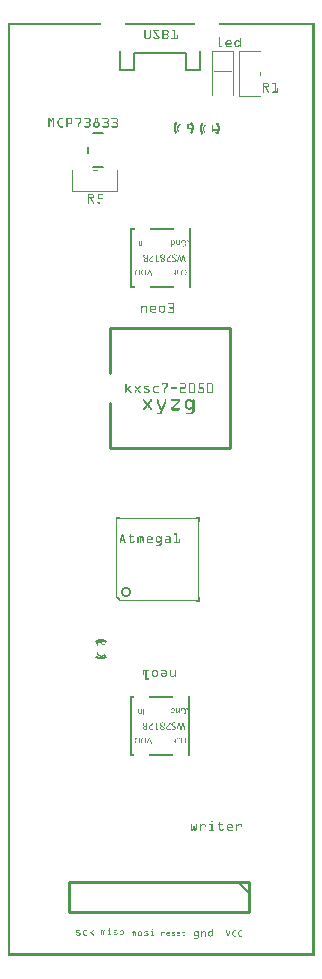
<source format=gto>
G04 MADE WITH FRITZING*
G04 WWW.FRITZING.ORG*
G04 DOUBLE SIDED*
G04 HOLES PLATED*
G04 CONTOUR ON CENTER OF CONTOUR VECTOR*
%ASAXBY*%
%FSLAX23Y23*%
%MOIN*%
%OFA0B0*%
%SFA1.0B1.0*%
%ADD10C,0.034283X0.0222834*%
%ADD11C,0.010000*%
%ADD12C,0.008000*%
%ADD13C,0.005000*%
%ADD14R,0.001000X0.001000*%
%LNSILK1*%
G90*
G70*
G54D10*
X393Y1213D03*
G54D11*
X342Y1693D02*
X742Y1693D01*
D02*
X742Y1693D02*
X742Y2093D01*
D02*
X742Y2093D02*
X342Y2093D01*
D02*
X342Y1693D02*
X342Y1843D01*
D02*
X342Y1943D02*
X342Y2093D01*
G54D12*
D02*
X283Y2742D02*
X317Y2742D01*
D02*
X317Y2630D02*
X283Y2630D01*
D02*
X268Y2675D02*
X268Y2697D01*
D02*
X641Y3016D02*
X641Y2953D01*
D02*
X641Y2953D02*
X594Y2953D01*
D02*
X374Y2953D02*
X421Y2953D01*
D02*
X374Y3016D02*
X374Y2953D01*
D02*
X594Y2953D02*
X594Y3009D01*
D02*
X594Y3009D02*
X421Y3009D01*
D02*
X421Y3009D02*
X421Y2953D01*
G54D11*
D02*
X803Y246D02*
X203Y246D01*
D02*
X203Y246D02*
X203Y146D01*
D02*
X203Y146D02*
X803Y146D01*
D02*
X803Y146D02*
X803Y246D01*
G54D13*
D02*
X768Y246D02*
X803Y211D01*
G54D14*
X0Y3110D02*
X1022Y3110D01*
X0Y3109D02*
X1022Y3109D01*
X0Y3108D02*
X309Y3108D01*
X390Y3108D02*
X623Y3108D01*
X705Y3108D02*
X1022Y3108D01*
X0Y3107D02*
X309Y3107D01*
X390Y3107D02*
X623Y3107D01*
X705Y3107D02*
X1022Y3107D01*
X0Y3106D02*
X309Y3106D01*
X390Y3106D02*
X623Y3106D01*
X705Y3106D02*
X1022Y3106D01*
X0Y3105D02*
X309Y3105D01*
X390Y3105D02*
X623Y3105D01*
X705Y3105D02*
X1022Y3105D01*
X0Y3104D02*
X309Y3104D01*
X390Y3104D02*
X623Y3104D01*
X705Y3104D02*
X1022Y3104D01*
X0Y3103D02*
X309Y3103D01*
X390Y3103D02*
X623Y3103D01*
X705Y3103D02*
X1022Y3103D01*
X0Y3102D02*
X7Y3102D01*
X1015Y3102D02*
X1022Y3102D01*
X0Y3101D02*
X7Y3101D01*
X1015Y3101D02*
X1022Y3101D01*
X0Y3100D02*
X7Y3100D01*
X1015Y3100D02*
X1022Y3100D01*
X0Y3099D02*
X7Y3099D01*
X1015Y3099D02*
X1022Y3099D01*
X0Y3098D02*
X7Y3098D01*
X1015Y3098D02*
X1022Y3098D01*
X0Y3097D02*
X7Y3097D01*
X1015Y3097D02*
X1022Y3097D01*
X0Y3096D02*
X7Y3096D01*
X1015Y3096D02*
X1022Y3096D01*
X0Y3095D02*
X7Y3095D01*
X1015Y3095D02*
X1022Y3095D01*
X0Y3094D02*
X7Y3094D01*
X1015Y3094D02*
X1022Y3094D01*
X0Y3093D02*
X7Y3093D01*
X1015Y3093D02*
X1022Y3093D01*
X0Y3092D02*
X7Y3092D01*
X1015Y3092D02*
X1022Y3092D01*
X0Y3091D02*
X7Y3091D01*
X1015Y3091D02*
X1022Y3091D01*
X0Y3090D02*
X7Y3090D01*
X1015Y3090D02*
X1022Y3090D01*
X0Y3089D02*
X7Y3089D01*
X1015Y3089D02*
X1022Y3089D01*
X0Y3088D02*
X7Y3088D01*
X1015Y3088D02*
X1022Y3088D01*
X0Y3087D02*
X7Y3087D01*
X457Y3087D02*
X459Y3087D01*
X473Y3087D02*
X475Y3087D01*
X488Y3087D02*
X503Y3087D01*
X516Y3087D02*
X531Y3087D01*
X547Y3087D02*
X558Y3087D01*
X1015Y3087D02*
X1022Y3087D01*
X0Y3086D02*
X7Y3086D01*
X456Y3086D02*
X459Y3086D01*
X473Y3086D02*
X476Y3086D01*
X487Y3086D02*
X504Y3086D01*
X516Y3086D02*
X532Y3086D01*
X546Y3086D02*
X558Y3086D01*
X1015Y3086D02*
X1022Y3086D01*
X0Y3085D02*
X7Y3085D01*
X456Y3085D02*
X459Y3085D01*
X473Y3085D02*
X476Y3085D01*
X487Y3085D02*
X505Y3085D01*
X516Y3085D02*
X534Y3085D01*
X546Y3085D02*
X558Y3085D01*
X1015Y3085D02*
X1022Y3085D01*
X0Y3084D02*
X7Y3084D01*
X456Y3084D02*
X459Y3084D01*
X473Y3084D02*
X476Y3084D01*
X486Y3084D02*
X505Y3084D01*
X516Y3084D02*
X534Y3084D01*
X547Y3084D02*
X558Y3084D01*
X1015Y3084D02*
X1022Y3084D01*
X0Y3083D02*
X7Y3083D01*
X456Y3083D02*
X459Y3083D01*
X473Y3083D02*
X476Y3083D01*
X486Y3083D02*
X489Y3083D01*
X502Y3083D02*
X506Y3083D01*
X516Y3083D02*
X519Y3083D01*
X530Y3083D02*
X535Y3083D01*
X555Y3083D02*
X558Y3083D01*
X1015Y3083D02*
X1022Y3083D01*
X0Y3082D02*
X7Y3082D01*
X456Y3082D02*
X459Y3082D01*
X473Y3082D02*
X476Y3082D01*
X486Y3082D02*
X490Y3082D01*
X503Y3082D02*
X506Y3082D01*
X516Y3082D02*
X519Y3082D01*
X532Y3082D02*
X535Y3082D01*
X555Y3082D02*
X558Y3082D01*
X1015Y3082D02*
X1022Y3082D01*
X0Y3081D02*
X7Y3081D01*
X456Y3081D02*
X459Y3081D01*
X473Y3081D02*
X476Y3081D01*
X487Y3081D02*
X491Y3081D01*
X503Y3081D02*
X505Y3081D01*
X516Y3081D02*
X519Y3081D01*
X532Y3081D02*
X536Y3081D01*
X555Y3081D02*
X558Y3081D01*
X1015Y3081D02*
X1022Y3081D01*
X0Y3080D02*
X7Y3080D01*
X456Y3080D02*
X459Y3080D01*
X473Y3080D02*
X476Y3080D01*
X487Y3080D02*
X491Y3080D01*
X504Y3080D02*
X504Y3080D01*
X516Y3080D02*
X519Y3080D01*
X533Y3080D02*
X536Y3080D01*
X555Y3080D02*
X558Y3080D01*
X1015Y3080D02*
X1022Y3080D01*
X0Y3079D02*
X7Y3079D01*
X456Y3079D02*
X459Y3079D01*
X473Y3079D02*
X476Y3079D01*
X488Y3079D02*
X492Y3079D01*
X516Y3079D02*
X519Y3079D01*
X533Y3079D02*
X536Y3079D01*
X555Y3079D02*
X558Y3079D01*
X1015Y3079D02*
X1022Y3079D01*
X0Y3078D02*
X7Y3078D01*
X456Y3078D02*
X459Y3078D01*
X473Y3078D02*
X476Y3078D01*
X489Y3078D02*
X493Y3078D01*
X516Y3078D02*
X519Y3078D01*
X533Y3078D02*
X536Y3078D01*
X555Y3078D02*
X558Y3078D01*
X1015Y3078D02*
X1022Y3078D01*
X0Y3077D02*
X7Y3077D01*
X456Y3077D02*
X459Y3077D01*
X473Y3077D02*
X476Y3077D01*
X489Y3077D02*
X494Y3077D01*
X516Y3077D02*
X519Y3077D01*
X533Y3077D02*
X536Y3077D01*
X555Y3077D02*
X558Y3077D01*
X1015Y3077D02*
X1022Y3077D01*
X0Y3076D02*
X7Y3076D01*
X456Y3076D02*
X459Y3076D01*
X473Y3076D02*
X476Y3076D01*
X490Y3076D02*
X495Y3076D01*
X516Y3076D02*
X519Y3076D01*
X532Y3076D02*
X536Y3076D01*
X555Y3076D02*
X558Y3076D01*
X1015Y3076D02*
X1022Y3076D01*
X0Y3075D02*
X7Y3075D01*
X456Y3075D02*
X459Y3075D01*
X473Y3075D02*
X476Y3075D01*
X491Y3075D02*
X495Y3075D01*
X516Y3075D02*
X519Y3075D01*
X532Y3075D02*
X535Y3075D01*
X555Y3075D02*
X558Y3075D01*
X1015Y3075D02*
X1022Y3075D01*
X0Y3074D02*
X7Y3074D01*
X456Y3074D02*
X459Y3074D01*
X473Y3074D02*
X476Y3074D01*
X492Y3074D02*
X496Y3074D01*
X516Y3074D02*
X519Y3074D01*
X530Y3074D02*
X535Y3074D01*
X555Y3074D02*
X558Y3074D01*
X1015Y3074D02*
X1022Y3074D01*
X0Y3073D02*
X7Y3073D01*
X456Y3073D02*
X459Y3073D01*
X473Y3073D02*
X476Y3073D01*
X492Y3073D02*
X497Y3073D01*
X516Y3073D02*
X534Y3073D01*
X555Y3073D02*
X558Y3073D01*
X1015Y3073D02*
X1022Y3073D01*
X0Y3072D02*
X7Y3072D01*
X456Y3072D02*
X459Y3072D01*
X473Y3072D02*
X476Y3072D01*
X493Y3072D02*
X498Y3072D01*
X516Y3072D02*
X534Y3072D01*
X555Y3072D02*
X558Y3072D01*
X1015Y3072D02*
X1022Y3072D01*
X0Y3071D02*
X7Y3071D01*
X456Y3071D02*
X459Y3071D01*
X473Y3071D02*
X476Y3071D01*
X494Y3071D02*
X498Y3071D01*
X516Y3071D02*
X533Y3071D01*
X555Y3071D02*
X558Y3071D01*
X1015Y3071D02*
X1022Y3071D01*
X0Y3070D02*
X7Y3070D01*
X456Y3070D02*
X459Y3070D01*
X473Y3070D02*
X476Y3070D01*
X495Y3070D02*
X499Y3070D01*
X516Y3070D02*
X534Y3070D01*
X555Y3070D02*
X558Y3070D01*
X1015Y3070D02*
X1022Y3070D01*
X0Y3069D02*
X7Y3069D01*
X456Y3069D02*
X459Y3069D01*
X473Y3069D02*
X476Y3069D01*
X496Y3069D02*
X500Y3069D01*
X516Y3069D02*
X520Y3069D01*
X530Y3069D02*
X535Y3069D01*
X555Y3069D02*
X558Y3069D01*
X563Y3069D02*
X566Y3069D01*
X1015Y3069D02*
X1022Y3069D01*
X0Y3068D02*
X7Y3068D01*
X456Y3068D02*
X459Y3068D01*
X473Y3068D02*
X476Y3068D01*
X496Y3068D02*
X501Y3068D01*
X516Y3068D02*
X519Y3068D01*
X531Y3068D02*
X535Y3068D01*
X555Y3068D02*
X558Y3068D01*
X563Y3068D02*
X566Y3068D01*
X1015Y3068D02*
X1022Y3068D01*
X0Y3067D02*
X7Y3067D01*
X456Y3067D02*
X459Y3067D01*
X473Y3067D02*
X476Y3067D01*
X497Y3067D02*
X502Y3067D01*
X516Y3067D02*
X519Y3067D01*
X532Y3067D02*
X536Y3067D01*
X555Y3067D02*
X558Y3067D01*
X563Y3067D02*
X566Y3067D01*
X1015Y3067D02*
X1022Y3067D01*
X0Y3066D02*
X7Y3066D01*
X456Y3066D02*
X459Y3066D01*
X473Y3066D02*
X476Y3066D01*
X498Y3066D02*
X502Y3066D01*
X516Y3066D02*
X519Y3066D01*
X533Y3066D02*
X536Y3066D01*
X555Y3066D02*
X558Y3066D01*
X563Y3066D02*
X566Y3066D01*
X1015Y3066D02*
X1022Y3066D01*
X0Y3065D02*
X7Y3065D01*
X456Y3065D02*
X459Y3065D01*
X473Y3065D02*
X476Y3065D01*
X499Y3065D02*
X503Y3065D01*
X516Y3065D02*
X519Y3065D01*
X533Y3065D02*
X536Y3065D01*
X555Y3065D02*
X558Y3065D01*
X563Y3065D02*
X566Y3065D01*
X1015Y3065D02*
X1022Y3065D01*
X0Y3064D02*
X7Y3064D01*
X456Y3064D02*
X459Y3064D01*
X473Y3064D02*
X476Y3064D01*
X499Y3064D02*
X504Y3064D01*
X516Y3064D02*
X519Y3064D01*
X533Y3064D02*
X536Y3064D01*
X555Y3064D02*
X558Y3064D01*
X563Y3064D02*
X566Y3064D01*
X1015Y3064D02*
X1022Y3064D01*
X0Y3063D02*
X7Y3063D01*
X456Y3063D02*
X459Y3063D01*
X473Y3063D02*
X476Y3063D01*
X500Y3063D02*
X505Y3063D01*
X516Y3063D02*
X519Y3063D01*
X533Y3063D02*
X536Y3063D01*
X555Y3063D02*
X558Y3063D01*
X563Y3063D02*
X566Y3063D01*
X1015Y3063D02*
X1022Y3063D01*
X0Y3062D02*
X7Y3062D01*
X456Y3062D02*
X459Y3062D01*
X473Y3062D02*
X476Y3062D01*
X486Y3062D02*
X489Y3062D01*
X501Y3062D02*
X505Y3062D01*
X516Y3062D02*
X519Y3062D01*
X532Y3062D02*
X536Y3062D01*
X555Y3062D02*
X558Y3062D01*
X563Y3062D02*
X566Y3062D01*
X1015Y3062D02*
X1022Y3062D01*
X0Y3061D02*
X7Y3061D01*
X456Y3061D02*
X459Y3061D01*
X472Y3061D02*
X476Y3061D01*
X486Y3061D02*
X489Y3061D01*
X502Y3061D02*
X506Y3061D01*
X516Y3061D02*
X519Y3061D01*
X532Y3061D02*
X535Y3061D01*
X555Y3061D02*
X558Y3061D01*
X563Y3061D02*
X566Y3061D01*
X705Y3061D02*
X707Y3061D01*
X774Y3061D02*
X775Y3061D01*
X1015Y3061D02*
X1022Y3061D01*
X0Y3060D02*
X7Y3060D01*
X456Y3060D02*
X460Y3060D01*
X472Y3060D02*
X476Y3060D01*
X486Y3060D02*
X490Y3060D01*
X502Y3060D02*
X506Y3060D01*
X516Y3060D02*
X519Y3060D01*
X531Y3060D02*
X535Y3060D01*
X555Y3060D02*
X558Y3060D01*
X563Y3060D02*
X566Y3060D01*
X705Y3060D02*
X707Y3060D01*
X773Y3060D02*
X776Y3060D01*
X1015Y3060D02*
X1022Y3060D01*
X0Y3059D02*
X7Y3059D01*
X457Y3059D02*
X475Y3059D01*
X486Y3059D02*
X506Y3059D01*
X516Y3059D02*
X535Y3059D01*
X547Y3059D02*
X566Y3059D01*
X705Y3059D02*
X708Y3059D01*
X773Y3059D02*
X776Y3059D01*
X1015Y3059D02*
X1022Y3059D01*
X0Y3058D02*
X7Y3058D01*
X457Y3058D02*
X475Y3058D01*
X487Y3058D02*
X505Y3058D01*
X516Y3058D02*
X534Y3058D01*
X546Y3058D02*
X566Y3058D01*
X705Y3058D02*
X708Y3058D01*
X773Y3058D02*
X776Y3058D01*
X1015Y3058D02*
X1022Y3058D01*
X0Y3057D02*
X7Y3057D01*
X458Y3057D02*
X474Y3057D01*
X488Y3057D02*
X505Y3057D01*
X516Y3057D02*
X533Y3057D01*
X546Y3057D02*
X566Y3057D01*
X705Y3057D02*
X708Y3057D01*
X773Y3057D02*
X776Y3057D01*
X1015Y3057D02*
X1022Y3057D01*
X0Y3056D02*
X7Y3056D01*
X459Y3056D02*
X472Y3056D01*
X489Y3056D02*
X504Y3056D01*
X516Y3056D02*
X531Y3056D01*
X547Y3056D02*
X566Y3056D01*
X705Y3056D02*
X708Y3056D01*
X773Y3056D02*
X776Y3056D01*
X1015Y3056D02*
X1022Y3056D01*
X0Y3055D02*
X7Y3055D01*
X705Y3055D02*
X708Y3055D01*
X773Y3055D02*
X776Y3055D01*
X1015Y3055D02*
X1022Y3055D01*
X0Y3054D02*
X7Y3054D01*
X705Y3054D02*
X708Y3054D01*
X773Y3054D02*
X776Y3054D01*
X1015Y3054D02*
X1022Y3054D01*
X0Y3053D02*
X7Y3053D01*
X705Y3053D02*
X708Y3053D01*
X773Y3053D02*
X776Y3053D01*
X1015Y3053D02*
X1022Y3053D01*
X0Y3052D02*
X7Y3052D01*
X705Y3052D02*
X708Y3052D01*
X731Y3052D02*
X741Y3052D01*
X761Y3052D02*
X769Y3052D01*
X773Y3052D02*
X776Y3052D01*
X1015Y3052D02*
X1022Y3052D01*
X0Y3051D02*
X7Y3051D01*
X705Y3051D02*
X708Y3051D01*
X730Y3051D02*
X742Y3051D01*
X760Y3051D02*
X770Y3051D01*
X773Y3051D02*
X776Y3051D01*
X1015Y3051D02*
X1022Y3051D01*
X0Y3050D02*
X7Y3050D01*
X705Y3050D02*
X708Y3050D01*
X729Y3050D02*
X744Y3050D01*
X759Y3050D02*
X776Y3050D01*
X1015Y3050D02*
X1022Y3050D01*
X0Y3049D02*
X7Y3049D01*
X705Y3049D02*
X708Y3049D01*
X728Y3049D02*
X744Y3049D01*
X758Y3049D02*
X776Y3049D01*
X1015Y3049D02*
X1022Y3049D01*
X0Y3048D02*
X7Y3048D01*
X705Y3048D02*
X708Y3048D01*
X727Y3048D02*
X732Y3048D01*
X740Y3048D02*
X745Y3048D01*
X757Y3048D02*
X762Y3048D01*
X768Y3048D02*
X776Y3048D01*
X1015Y3048D02*
X1022Y3048D01*
X0Y3047D02*
X7Y3047D01*
X705Y3047D02*
X708Y3047D01*
X727Y3047D02*
X731Y3047D01*
X742Y3047D02*
X746Y3047D01*
X757Y3047D02*
X761Y3047D01*
X770Y3047D02*
X776Y3047D01*
X1015Y3047D02*
X1022Y3047D01*
X0Y3046D02*
X7Y3046D01*
X705Y3046D02*
X708Y3046D01*
X726Y3046D02*
X730Y3046D01*
X742Y3046D02*
X746Y3046D01*
X756Y3046D02*
X760Y3046D01*
X771Y3046D02*
X776Y3046D01*
X1015Y3046D02*
X1022Y3046D01*
X0Y3045D02*
X7Y3045D01*
X705Y3045D02*
X708Y3045D01*
X726Y3045D02*
X729Y3045D01*
X743Y3045D02*
X746Y3045D01*
X756Y3045D02*
X760Y3045D01*
X772Y3045D02*
X776Y3045D01*
X1015Y3045D02*
X1022Y3045D01*
X0Y3044D02*
X7Y3044D01*
X705Y3044D02*
X708Y3044D01*
X726Y3044D02*
X729Y3044D01*
X743Y3044D02*
X746Y3044D01*
X756Y3044D02*
X759Y3044D01*
X773Y3044D02*
X776Y3044D01*
X1015Y3044D02*
X1022Y3044D01*
X0Y3043D02*
X7Y3043D01*
X705Y3043D02*
X708Y3043D01*
X726Y3043D02*
X729Y3043D01*
X743Y3043D02*
X746Y3043D01*
X756Y3043D02*
X759Y3043D01*
X773Y3043D02*
X776Y3043D01*
X1015Y3043D02*
X1022Y3043D01*
X0Y3042D02*
X7Y3042D01*
X705Y3042D02*
X708Y3042D01*
X726Y3042D02*
X730Y3042D01*
X742Y3042D02*
X746Y3042D01*
X756Y3042D02*
X759Y3042D01*
X773Y3042D02*
X776Y3042D01*
X1015Y3042D02*
X1022Y3042D01*
X0Y3041D02*
X7Y3041D01*
X705Y3041D02*
X708Y3041D01*
X726Y3041D02*
X746Y3041D01*
X756Y3041D02*
X759Y3041D01*
X773Y3041D02*
X776Y3041D01*
X1015Y3041D02*
X1022Y3041D01*
X0Y3040D02*
X7Y3040D01*
X705Y3040D02*
X708Y3040D01*
X726Y3040D02*
X746Y3040D01*
X756Y3040D02*
X759Y3040D01*
X773Y3040D02*
X776Y3040D01*
X1015Y3040D02*
X1022Y3040D01*
X0Y3039D02*
X7Y3039D01*
X705Y3039D02*
X708Y3039D01*
X726Y3039D02*
X746Y3039D01*
X756Y3039D02*
X759Y3039D01*
X773Y3039D02*
X776Y3039D01*
X1015Y3039D02*
X1022Y3039D01*
X0Y3038D02*
X7Y3038D01*
X705Y3038D02*
X708Y3038D01*
X726Y3038D02*
X745Y3038D01*
X756Y3038D02*
X759Y3038D01*
X773Y3038D02*
X776Y3038D01*
X1015Y3038D02*
X1022Y3038D01*
X0Y3037D02*
X7Y3037D01*
X705Y3037D02*
X708Y3037D01*
X726Y3037D02*
X729Y3037D01*
X756Y3037D02*
X759Y3037D01*
X772Y3037D02*
X776Y3037D01*
X1015Y3037D02*
X1022Y3037D01*
X0Y3036D02*
X7Y3036D01*
X705Y3036D02*
X708Y3036D01*
X726Y3036D02*
X730Y3036D01*
X756Y3036D02*
X760Y3036D01*
X771Y3036D02*
X776Y3036D01*
X1015Y3036D02*
X1022Y3036D01*
X0Y3035D02*
X7Y3035D01*
X705Y3035D02*
X708Y3035D01*
X726Y3035D02*
X730Y3035D01*
X756Y3035D02*
X760Y3035D01*
X770Y3035D02*
X776Y3035D01*
X1015Y3035D02*
X1022Y3035D01*
X0Y3034D02*
X7Y3034D01*
X705Y3034D02*
X708Y3034D01*
X727Y3034D02*
X731Y3034D01*
X757Y3034D02*
X761Y3034D01*
X769Y3034D02*
X776Y3034D01*
X1015Y3034D02*
X1022Y3034D01*
X0Y3033D02*
X7Y3033D01*
X705Y3033D02*
X712Y3033D01*
X727Y3033D02*
X744Y3033D01*
X757Y3033D02*
X776Y3033D01*
X1015Y3033D02*
X1022Y3033D01*
X0Y3032D02*
X7Y3032D01*
X705Y3032D02*
X713Y3032D01*
X728Y3032D02*
X746Y3032D01*
X758Y3032D02*
X776Y3032D01*
X1015Y3032D02*
X1022Y3032D01*
X0Y3031D02*
X7Y3031D01*
X705Y3031D02*
X714Y3031D01*
X729Y3031D02*
X746Y3031D01*
X759Y3031D02*
X771Y3031D01*
X773Y3031D02*
X776Y3031D01*
X1015Y3031D02*
X1022Y3031D01*
X0Y3030D02*
X7Y3030D01*
X705Y3030D02*
X713Y3030D01*
X730Y3030D02*
X746Y3030D01*
X761Y3030D02*
X770Y3030D01*
X773Y3030D02*
X776Y3030D01*
X1015Y3030D02*
X1022Y3030D01*
X0Y3029D02*
X7Y3029D01*
X705Y3029D02*
X712Y3029D01*
X733Y3029D02*
X744Y3029D01*
X763Y3029D02*
X767Y3029D01*
X1015Y3029D02*
X1022Y3029D01*
X0Y3028D02*
X7Y3028D01*
X1015Y3028D02*
X1022Y3028D01*
X0Y3027D02*
X7Y3027D01*
X1015Y3027D02*
X1022Y3027D01*
X0Y3026D02*
X7Y3026D01*
X1015Y3026D02*
X1022Y3026D01*
X0Y3025D02*
X7Y3025D01*
X1015Y3025D02*
X1022Y3025D01*
X0Y3024D02*
X7Y3024D01*
X1015Y3024D02*
X1022Y3024D01*
X0Y3023D02*
X7Y3023D01*
X1015Y3023D02*
X1022Y3023D01*
X0Y3022D02*
X7Y3022D01*
X1015Y3022D02*
X1022Y3022D01*
X0Y3021D02*
X7Y3021D01*
X1015Y3021D02*
X1022Y3021D01*
X0Y3020D02*
X7Y3020D01*
X1015Y3020D02*
X1022Y3020D01*
X0Y3019D02*
X7Y3019D01*
X1015Y3019D02*
X1022Y3019D01*
X0Y3018D02*
X7Y3018D01*
X1015Y3018D02*
X1022Y3018D01*
X0Y3017D02*
X7Y3017D01*
X1015Y3017D02*
X1022Y3017D01*
X0Y3016D02*
X7Y3016D01*
X680Y3016D02*
X754Y3016D01*
X1015Y3016D02*
X1022Y3016D01*
X0Y3015D02*
X7Y3015D01*
X680Y3015D02*
X754Y3015D01*
X771Y3015D02*
X845Y3015D01*
X1015Y3015D02*
X1022Y3015D01*
X0Y3014D02*
X7Y3014D01*
X680Y3014D02*
X754Y3014D01*
X771Y3014D02*
X845Y3014D01*
X1015Y3014D02*
X1022Y3014D01*
X0Y3013D02*
X7Y3013D01*
X680Y3013D02*
X682Y3013D01*
X752Y3013D02*
X754Y3013D01*
X771Y3013D02*
X845Y3013D01*
X1015Y3013D02*
X1022Y3013D01*
X0Y3012D02*
X7Y3012D01*
X680Y3012D02*
X682Y3012D01*
X752Y3012D02*
X754Y3012D01*
X771Y3012D02*
X773Y3012D01*
X843Y3012D02*
X845Y3012D01*
X1015Y3012D02*
X1022Y3012D01*
X0Y3011D02*
X7Y3011D01*
X680Y3011D02*
X682Y3011D01*
X752Y3011D02*
X754Y3011D01*
X771Y3011D02*
X773Y3011D01*
X843Y3011D02*
X845Y3011D01*
X1015Y3011D02*
X1022Y3011D01*
X0Y3010D02*
X7Y3010D01*
X680Y3010D02*
X682Y3010D01*
X752Y3010D02*
X754Y3010D01*
X771Y3010D02*
X773Y3010D01*
X843Y3010D02*
X845Y3010D01*
X1015Y3010D02*
X1022Y3010D01*
X0Y3009D02*
X7Y3009D01*
X680Y3009D02*
X682Y3009D01*
X752Y3009D02*
X754Y3009D01*
X771Y3009D02*
X773Y3009D01*
X843Y3009D02*
X845Y3009D01*
X1015Y3009D02*
X1022Y3009D01*
X0Y3008D02*
X7Y3008D01*
X680Y3008D02*
X682Y3008D01*
X752Y3008D02*
X754Y3008D01*
X771Y3008D02*
X773Y3008D01*
X843Y3008D02*
X845Y3008D01*
X1015Y3008D02*
X1022Y3008D01*
X0Y3007D02*
X7Y3007D01*
X680Y3007D02*
X682Y3007D01*
X752Y3007D02*
X754Y3007D01*
X771Y3007D02*
X773Y3007D01*
X843Y3007D02*
X845Y3007D01*
X1015Y3007D02*
X1022Y3007D01*
X0Y3006D02*
X7Y3006D01*
X680Y3006D02*
X682Y3006D01*
X752Y3006D02*
X754Y3006D01*
X771Y3006D02*
X773Y3006D01*
X843Y3006D02*
X845Y3006D01*
X1015Y3006D02*
X1022Y3006D01*
X0Y3005D02*
X7Y3005D01*
X680Y3005D02*
X682Y3005D01*
X752Y3005D02*
X754Y3005D01*
X771Y3005D02*
X773Y3005D01*
X843Y3005D02*
X845Y3005D01*
X1015Y3005D02*
X1022Y3005D01*
X0Y3004D02*
X7Y3004D01*
X680Y3004D02*
X682Y3004D01*
X752Y3004D02*
X754Y3004D01*
X771Y3004D02*
X773Y3004D01*
X843Y3004D02*
X845Y3004D01*
X1015Y3004D02*
X1022Y3004D01*
X0Y3003D02*
X7Y3003D01*
X680Y3003D02*
X682Y3003D01*
X752Y3003D02*
X754Y3003D01*
X771Y3003D02*
X773Y3003D01*
X843Y3003D02*
X845Y3003D01*
X1015Y3003D02*
X1022Y3003D01*
X0Y3002D02*
X7Y3002D01*
X680Y3002D02*
X682Y3002D01*
X752Y3002D02*
X754Y3002D01*
X771Y3002D02*
X773Y3002D01*
X843Y3002D02*
X845Y3002D01*
X1015Y3002D02*
X1022Y3002D01*
X0Y3001D02*
X7Y3001D01*
X680Y3001D02*
X682Y3001D01*
X752Y3001D02*
X754Y3001D01*
X771Y3001D02*
X773Y3001D01*
X843Y3001D02*
X845Y3001D01*
X1015Y3001D02*
X1022Y3001D01*
X0Y3000D02*
X7Y3000D01*
X680Y3000D02*
X682Y3000D01*
X752Y3000D02*
X754Y3000D01*
X771Y3000D02*
X773Y3000D01*
X843Y3000D02*
X845Y3000D01*
X1015Y3000D02*
X1022Y3000D01*
X0Y2999D02*
X7Y2999D01*
X680Y2999D02*
X682Y2999D01*
X752Y2999D02*
X754Y2999D01*
X771Y2999D02*
X773Y2999D01*
X843Y2999D02*
X845Y2999D01*
X1015Y2999D02*
X1022Y2999D01*
X0Y2998D02*
X7Y2998D01*
X680Y2998D02*
X682Y2998D01*
X752Y2998D02*
X754Y2998D01*
X771Y2998D02*
X773Y2998D01*
X843Y2998D02*
X845Y2998D01*
X1015Y2998D02*
X1022Y2998D01*
X0Y2997D02*
X7Y2997D01*
X680Y2997D02*
X682Y2997D01*
X752Y2997D02*
X754Y2997D01*
X771Y2997D02*
X773Y2997D01*
X843Y2997D02*
X845Y2997D01*
X1015Y2997D02*
X1022Y2997D01*
X0Y2996D02*
X7Y2996D01*
X680Y2996D02*
X682Y2996D01*
X752Y2996D02*
X754Y2996D01*
X771Y2996D02*
X773Y2996D01*
X843Y2996D02*
X845Y2996D01*
X1015Y2996D02*
X1022Y2996D01*
X0Y2995D02*
X7Y2995D01*
X680Y2995D02*
X682Y2995D01*
X752Y2995D02*
X754Y2995D01*
X771Y2995D02*
X773Y2995D01*
X843Y2995D02*
X845Y2995D01*
X1015Y2995D02*
X1022Y2995D01*
X0Y2994D02*
X7Y2994D01*
X680Y2994D02*
X682Y2994D01*
X752Y2994D02*
X754Y2994D01*
X771Y2994D02*
X773Y2994D01*
X843Y2994D02*
X845Y2994D01*
X1015Y2994D02*
X1022Y2994D01*
X0Y2993D02*
X7Y2993D01*
X680Y2993D02*
X682Y2993D01*
X752Y2993D02*
X754Y2993D01*
X771Y2993D02*
X773Y2993D01*
X843Y2993D02*
X845Y2993D01*
X1015Y2993D02*
X1022Y2993D01*
X0Y2992D02*
X7Y2992D01*
X680Y2992D02*
X682Y2992D01*
X752Y2992D02*
X754Y2992D01*
X771Y2992D02*
X773Y2992D01*
X843Y2992D02*
X845Y2992D01*
X1015Y2992D02*
X1022Y2992D01*
X0Y2991D02*
X7Y2991D01*
X680Y2991D02*
X682Y2991D01*
X752Y2991D02*
X754Y2991D01*
X771Y2991D02*
X773Y2991D01*
X843Y2991D02*
X845Y2991D01*
X1015Y2991D02*
X1022Y2991D01*
X0Y2990D02*
X7Y2990D01*
X680Y2990D02*
X682Y2990D01*
X752Y2990D02*
X754Y2990D01*
X771Y2990D02*
X773Y2990D01*
X843Y2990D02*
X845Y2990D01*
X1015Y2990D02*
X1022Y2990D01*
X0Y2989D02*
X7Y2989D01*
X680Y2989D02*
X682Y2989D01*
X752Y2989D02*
X754Y2989D01*
X771Y2989D02*
X773Y2989D01*
X843Y2989D02*
X845Y2989D01*
X1015Y2989D02*
X1022Y2989D01*
X0Y2988D02*
X7Y2988D01*
X680Y2988D02*
X682Y2988D01*
X752Y2988D02*
X754Y2988D01*
X771Y2988D02*
X773Y2988D01*
X843Y2988D02*
X845Y2988D01*
X1015Y2988D02*
X1022Y2988D01*
X0Y2987D02*
X7Y2987D01*
X680Y2987D02*
X682Y2987D01*
X752Y2987D02*
X754Y2987D01*
X771Y2987D02*
X773Y2987D01*
X843Y2987D02*
X845Y2987D01*
X1015Y2987D02*
X1022Y2987D01*
X0Y2986D02*
X7Y2986D01*
X680Y2986D02*
X682Y2986D01*
X752Y2986D02*
X754Y2986D01*
X771Y2986D02*
X773Y2986D01*
X843Y2986D02*
X845Y2986D01*
X1015Y2986D02*
X1022Y2986D01*
X0Y2985D02*
X7Y2985D01*
X680Y2985D02*
X682Y2985D01*
X752Y2985D02*
X754Y2985D01*
X771Y2985D02*
X773Y2985D01*
X843Y2985D02*
X845Y2985D01*
X1015Y2985D02*
X1022Y2985D01*
X0Y2984D02*
X7Y2984D01*
X680Y2984D02*
X682Y2984D01*
X752Y2984D02*
X754Y2984D01*
X771Y2984D02*
X773Y2984D01*
X843Y2984D02*
X845Y2984D01*
X1015Y2984D02*
X1022Y2984D01*
X0Y2983D02*
X7Y2983D01*
X680Y2983D02*
X682Y2983D01*
X752Y2983D02*
X754Y2983D01*
X771Y2983D02*
X773Y2983D01*
X843Y2983D02*
X845Y2983D01*
X1015Y2983D02*
X1022Y2983D01*
X0Y2982D02*
X7Y2982D01*
X680Y2982D02*
X682Y2982D01*
X752Y2982D02*
X754Y2982D01*
X771Y2982D02*
X773Y2982D01*
X843Y2982D02*
X845Y2982D01*
X1015Y2982D02*
X1022Y2982D01*
X0Y2981D02*
X7Y2981D01*
X680Y2981D02*
X682Y2981D01*
X752Y2981D02*
X754Y2981D01*
X771Y2981D02*
X773Y2981D01*
X843Y2981D02*
X845Y2981D01*
X1015Y2981D02*
X1022Y2981D01*
X0Y2980D02*
X7Y2980D01*
X680Y2980D02*
X682Y2980D01*
X752Y2980D02*
X754Y2980D01*
X771Y2980D02*
X773Y2980D01*
X843Y2980D02*
X845Y2980D01*
X1015Y2980D02*
X1022Y2980D01*
X0Y2979D02*
X7Y2979D01*
X680Y2979D02*
X682Y2979D01*
X752Y2979D02*
X754Y2979D01*
X771Y2979D02*
X773Y2979D01*
X843Y2979D02*
X845Y2979D01*
X1015Y2979D02*
X1022Y2979D01*
X0Y2978D02*
X7Y2978D01*
X680Y2978D02*
X682Y2978D01*
X752Y2978D02*
X754Y2978D01*
X771Y2978D02*
X773Y2978D01*
X843Y2978D02*
X845Y2978D01*
X1015Y2978D02*
X1022Y2978D01*
X0Y2977D02*
X7Y2977D01*
X680Y2977D02*
X682Y2977D01*
X752Y2977D02*
X754Y2977D01*
X771Y2977D02*
X773Y2977D01*
X843Y2977D02*
X845Y2977D01*
X1015Y2977D02*
X1022Y2977D01*
X0Y2976D02*
X7Y2976D01*
X680Y2976D02*
X682Y2976D01*
X752Y2976D02*
X754Y2976D01*
X771Y2976D02*
X773Y2976D01*
X843Y2976D02*
X845Y2976D01*
X1015Y2976D02*
X1022Y2976D01*
X0Y2975D02*
X7Y2975D01*
X680Y2975D02*
X682Y2975D01*
X752Y2975D02*
X754Y2975D01*
X771Y2975D02*
X773Y2975D01*
X843Y2975D02*
X845Y2975D01*
X1015Y2975D02*
X1022Y2975D01*
X0Y2974D02*
X7Y2974D01*
X680Y2974D02*
X682Y2974D01*
X752Y2974D02*
X754Y2974D01*
X771Y2974D02*
X773Y2974D01*
X843Y2974D02*
X845Y2974D01*
X1015Y2974D02*
X1022Y2974D01*
X0Y2973D02*
X7Y2973D01*
X680Y2973D02*
X682Y2973D01*
X752Y2973D02*
X754Y2973D01*
X771Y2973D02*
X773Y2973D01*
X843Y2973D02*
X845Y2973D01*
X1015Y2973D02*
X1022Y2973D01*
X0Y2972D02*
X7Y2972D01*
X680Y2972D02*
X682Y2972D01*
X752Y2972D02*
X754Y2972D01*
X771Y2972D02*
X773Y2972D01*
X843Y2972D02*
X845Y2972D01*
X1015Y2972D02*
X1022Y2972D01*
X0Y2971D02*
X7Y2971D01*
X680Y2971D02*
X682Y2971D01*
X752Y2971D02*
X754Y2971D01*
X771Y2971D02*
X773Y2971D01*
X843Y2971D02*
X845Y2971D01*
X1015Y2971D02*
X1022Y2971D01*
X0Y2970D02*
X7Y2970D01*
X680Y2970D02*
X682Y2970D01*
X752Y2970D02*
X754Y2970D01*
X771Y2970D02*
X773Y2970D01*
X843Y2970D02*
X845Y2970D01*
X1015Y2970D02*
X1022Y2970D01*
X0Y2969D02*
X7Y2969D01*
X680Y2969D02*
X682Y2969D01*
X752Y2969D02*
X754Y2969D01*
X771Y2969D02*
X773Y2969D01*
X843Y2969D02*
X845Y2969D01*
X1015Y2969D02*
X1022Y2969D01*
X0Y2968D02*
X7Y2968D01*
X680Y2968D02*
X682Y2968D01*
X752Y2968D02*
X754Y2968D01*
X771Y2968D02*
X773Y2968D01*
X843Y2968D02*
X845Y2968D01*
X1015Y2968D02*
X1022Y2968D01*
X0Y2967D02*
X7Y2967D01*
X680Y2967D02*
X682Y2967D01*
X752Y2967D02*
X754Y2967D01*
X771Y2967D02*
X773Y2967D01*
X843Y2967D02*
X845Y2967D01*
X1015Y2967D02*
X1022Y2967D01*
X0Y2966D02*
X7Y2966D01*
X680Y2966D02*
X682Y2966D01*
X752Y2966D02*
X754Y2966D01*
X771Y2966D02*
X773Y2966D01*
X843Y2966D02*
X845Y2966D01*
X1015Y2966D02*
X1022Y2966D01*
X0Y2965D02*
X7Y2965D01*
X680Y2965D02*
X682Y2965D01*
X752Y2965D02*
X754Y2965D01*
X771Y2965D02*
X773Y2965D01*
X843Y2965D02*
X845Y2965D01*
X1015Y2965D02*
X1022Y2965D01*
X0Y2964D02*
X7Y2964D01*
X680Y2964D02*
X682Y2964D01*
X752Y2964D02*
X754Y2964D01*
X771Y2964D02*
X773Y2964D01*
X843Y2964D02*
X845Y2964D01*
X1015Y2964D02*
X1022Y2964D01*
X0Y2963D02*
X7Y2963D01*
X680Y2963D02*
X682Y2963D01*
X752Y2963D02*
X754Y2963D01*
X771Y2963D02*
X773Y2963D01*
X843Y2963D02*
X845Y2963D01*
X1015Y2963D02*
X1022Y2963D01*
X0Y2962D02*
X7Y2962D01*
X680Y2962D02*
X682Y2962D01*
X752Y2962D02*
X754Y2962D01*
X771Y2962D02*
X773Y2962D01*
X843Y2962D02*
X845Y2962D01*
X1015Y2962D02*
X1022Y2962D01*
X0Y2961D02*
X7Y2961D01*
X680Y2961D02*
X682Y2961D01*
X752Y2961D02*
X754Y2961D01*
X771Y2961D02*
X773Y2961D01*
X843Y2961D02*
X845Y2961D01*
X1015Y2961D02*
X1022Y2961D01*
X0Y2960D02*
X7Y2960D01*
X680Y2960D02*
X682Y2960D01*
X752Y2960D02*
X754Y2960D01*
X771Y2960D02*
X773Y2960D01*
X843Y2960D02*
X845Y2960D01*
X1015Y2960D02*
X1022Y2960D01*
X0Y2959D02*
X7Y2959D01*
X680Y2959D02*
X682Y2959D01*
X752Y2959D02*
X754Y2959D01*
X771Y2959D02*
X773Y2959D01*
X843Y2959D02*
X845Y2959D01*
X1015Y2959D02*
X1022Y2959D01*
X0Y2958D02*
X7Y2958D01*
X680Y2958D02*
X682Y2958D01*
X752Y2958D02*
X754Y2958D01*
X771Y2958D02*
X773Y2958D01*
X843Y2958D02*
X845Y2958D01*
X1015Y2958D02*
X1022Y2958D01*
X0Y2957D02*
X7Y2957D01*
X680Y2957D02*
X682Y2957D01*
X752Y2957D02*
X754Y2957D01*
X771Y2957D02*
X773Y2957D01*
X843Y2957D02*
X845Y2957D01*
X1015Y2957D02*
X1022Y2957D01*
X0Y2956D02*
X7Y2956D01*
X680Y2956D02*
X682Y2956D01*
X752Y2956D02*
X754Y2956D01*
X771Y2956D02*
X773Y2956D01*
X843Y2956D02*
X845Y2956D01*
X1015Y2956D02*
X1022Y2956D01*
X0Y2955D02*
X7Y2955D01*
X680Y2955D02*
X682Y2955D01*
X752Y2955D02*
X754Y2955D01*
X771Y2955D02*
X773Y2955D01*
X843Y2955D02*
X845Y2955D01*
X1015Y2955D02*
X1022Y2955D01*
X0Y2954D02*
X7Y2954D01*
X680Y2954D02*
X682Y2954D01*
X752Y2954D02*
X754Y2954D01*
X771Y2954D02*
X773Y2954D01*
X843Y2954D02*
X845Y2954D01*
X1015Y2954D02*
X1022Y2954D01*
X0Y2953D02*
X7Y2953D01*
X680Y2953D02*
X682Y2953D01*
X752Y2953D02*
X754Y2953D01*
X771Y2953D02*
X773Y2953D01*
X843Y2953D02*
X845Y2953D01*
X1015Y2953D02*
X1022Y2953D01*
X0Y2952D02*
X7Y2952D01*
X680Y2952D02*
X682Y2952D01*
X752Y2952D02*
X754Y2952D01*
X771Y2952D02*
X773Y2952D01*
X843Y2952D02*
X845Y2952D01*
X1015Y2952D02*
X1022Y2952D01*
X0Y2951D02*
X7Y2951D01*
X680Y2951D02*
X682Y2951D01*
X752Y2951D02*
X754Y2951D01*
X771Y2951D02*
X773Y2951D01*
X843Y2951D02*
X845Y2951D01*
X1015Y2951D02*
X1022Y2951D01*
X0Y2950D02*
X7Y2950D01*
X680Y2950D02*
X682Y2950D01*
X752Y2950D02*
X754Y2950D01*
X771Y2950D02*
X773Y2950D01*
X843Y2950D02*
X845Y2950D01*
X1015Y2950D02*
X1022Y2950D01*
X0Y2949D02*
X7Y2949D01*
X680Y2949D02*
X682Y2949D01*
X752Y2949D02*
X754Y2949D01*
X771Y2949D02*
X773Y2949D01*
X843Y2949D02*
X845Y2949D01*
X1015Y2949D02*
X1022Y2949D01*
X0Y2948D02*
X7Y2948D01*
X680Y2948D02*
X683Y2948D01*
X688Y2948D02*
X746Y2948D01*
X751Y2948D02*
X754Y2948D01*
X771Y2948D02*
X773Y2948D01*
X843Y2948D02*
X845Y2948D01*
X1015Y2948D02*
X1022Y2948D01*
X0Y2947D02*
X7Y2947D01*
X680Y2947D02*
X683Y2947D01*
X688Y2947D02*
X746Y2947D01*
X751Y2947D02*
X754Y2947D01*
X771Y2947D02*
X774Y2947D01*
X842Y2947D02*
X845Y2947D01*
X1015Y2947D02*
X1022Y2947D01*
X0Y2946D02*
X7Y2946D01*
X680Y2946D02*
X683Y2946D01*
X688Y2946D02*
X746Y2946D01*
X751Y2946D02*
X754Y2946D01*
X771Y2946D02*
X774Y2946D01*
X842Y2946D02*
X845Y2946D01*
X1015Y2946D02*
X1022Y2946D01*
X0Y2945D02*
X7Y2945D01*
X680Y2945D02*
X683Y2945D01*
X751Y2945D02*
X754Y2945D01*
X771Y2945D02*
X774Y2945D01*
X842Y2945D02*
X845Y2945D01*
X1015Y2945D02*
X1022Y2945D01*
X0Y2944D02*
X7Y2944D01*
X680Y2944D02*
X683Y2944D01*
X751Y2944D02*
X754Y2944D01*
X771Y2944D02*
X774Y2944D01*
X842Y2944D02*
X845Y2944D01*
X1015Y2944D02*
X1022Y2944D01*
X0Y2943D02*
X7Y2943D01*
X680Y2943D02*
X683Y2943D01*
X751Y2943D02*
X754Y2943D01*
X771Y2943D02*
X774Y2943D01*
X842Y2943D02*
X845Y2943D01*
X1015Y2943D02*
X1022Y2943D01*
X0Y2942D02*
X7Y2942D01*
X680Y2942D02*
X683Y2942D01*
X751Y2942D02*
X754Y2942D01*
X771Y2942D02*
X774Y2942D01*
X842Y2942D02*
X845Y2942D01*
X1015Y2942D02*
X1022Y2942D01*
X0Y2941D02*
X7Y2941D01*
X680Y2941D02*
X683Y2941D01*
X751Y2941D02*
X754Y2941D01*
X771Y2941D02*
X774Y2941D01*
X842Y2941D02*
X845Y2941D01*
X1015Y2941D02*
X1022Y2941D01*
X0Y2940D02*
X7Y2940D01*
X680Y2940D02*
X683Y2940D01*
X751Y2940D02*
X754Y2940D01*
X771Y2940D02*
X774Y2940D01*
X842Y2940D02*
X845Y2940D01*
X1015Y2940D02*
X1022Y2940D01*
X0Y2939D02*
X7Y2939D01*
X680Y2939D02*
X683Y2939D01*
X751Y2939D02*
X754Y2939D01*
X771Y2939D02*
X774Y2939D01*
X842Y2939D02*
X845Y2939D01*
X1015Y2939D02*
X1022Y2939D01*
X0Y2938D02*
X7Y2938D01*
X680Y2938D02*
X683Y2938D01*
X751Y2938D02*
X754Y2938D01*
X771Y2938D02*
X774Y2938D01*
X842Y2938D02*
X845Y2938D01*
X1015Y2938D02*
X1022Y2938D01*
X0Y2937D02*
X7Y2937D01*
X680Y2937D02*
X683Y2937D01*
X751Y2937D02*
X754Y2937D01*
X771Y2937D02*
X774Y2937D01*
X842Y2937D02*
X845Y2937D01*
X1015Y2937D02*
X1022Y2937D01*
X0Y2936D02*
X7Y2936D01*
X680Y2936D02*
X683Y2936D01*
X751Y2936D02*
X754Y2936D01*
X771Y2936D02*
X774Y2936D01*
X842Y2936D02*
X845Y2936D01*
X1015Y2936D02*
X1022Y2936D01*
X0Y2935D02*
X7Y2935D01*
X680Y2935D02*
X683Y2935D01*
X751Y2935D02*
X754Y2935D01*
X771Y2935D02*
X774Y2935D01*
X842Y2935D02*
X845Y2935D01*
X1015Y2935D02*
X1022Y2935D01*
X0Y2934D02*
X7Y2934D01*
X680Y2934D02*
X683Y2934D01*
X751Y2934D02*
X754Y2934D01*
X771Y2934D02*
X774Y2934D01*
X842Y2934D02*
X845Y2934D01*
X1015Y2934D02*
X1022Y2934D01*
X0Y2933D02*
X7Y2933D01*
X680Y2933D02*
X683Y2933D01*
X751Y2933D02*
X754Y2933D01*
X771Y2933D02*
X774Y2933D01*
X842Y2933D02*
X845Y2933D01*
X1015Y2933D02*
X1022Y2933D01*
X0Y2932D02*
X7Y2932D01*
X680Y2932D02*
X682Y2932D01*
X752Y2932D02*
X754Y2932D01*
X771Y2932D02*
X774Y2932D01*
X842Y2932D02*
X845Y2932D01*
X1015Y2932D02*
X1022Y2932D01*
X0Y2931D02*
X7Y2931D01*
X680Y2931D02*
X682Y2931D01*
X752Y2931D02*
X754Y2931D01*
X771Y2931D02*
X773Y2931D01*
X843Y2931D02*
X845Y2931D01*
X1015Y2931D02*
X1022Y2931D01*
X0Y2930D02*
X7Y2930D01*
X680Y2930D02*
X682Y2930D01*
X752Y2930D02*
X754Y2930D01*
X771Y2930D02*
X773Y2930D01*
X843Y2930D02*
X845Y2930D01*
X1015Y2930D02*
X1022Y2930D01*
X0Y2929D02*
X7Y2929D01*
X680Y2929D02*
X682Y2929D01*
X752Y2929D02*
X754Y2929D01*
X771Y2929D02*
X773Y2929D01*
X843Y2929D02*
X845Y2929D01*
X1015Y2929D02*
X1022Y2929D01*
X0Y2928D02*
X7Y2928D01*
X680Y2928D02*
X682Y2928D01*
X752Y2928D02*
X754Y2928D01*
X771Y2928D02*
X773Y2928D01*
X843Y2928D02*
X845Y2928D01*
X1015Y2928D02*
X1022Y2928D01*
X0Y2927D02*
X7Y2927D01*
X680Y2927D02*
X682Y2927D01*
X752Y2927D02*
X754Y2927D01*
X771Y2927D02*
X773Y2927D01*
X843Y2927D02*
X845Y2927D01*
X1015Y2927D02*
X1022Y2927D01*
X0Y2926D02*
X7Y2926D01*
X680Y2926D02*
X682Y2926D01*
X752Y2926D02*
X754Y2926D01*
X771Y2926D02*
X773Y2926D01*
X843Y2926D02*
X845Y2926D01*
X1015Y2926D02*
X1022Y2926D01*
X0Y2925D02*
X7Y2925D01*
X680Y2925D02*
X682Y2925D01*
X752Y2925D02*
X754Y2925D01*
X771Y2925D02*
X773Y2925D01*
X843Y2925D02*
X845Y2925D01*
X1015Y2925D02*
X1022Y2925D01*
X0Y2924D02*
X7Y2924D01*
X680Y2924D02*
X682Y2924D01*
X752Y2924D02*
X754Y2924D01*
X771Y2924D02*
X773Y2924D01*
X843Y2924D02*
X845Y2924D01*
X1015Y2924D02*
X1022Y2924D01*
X0Y2923D02*
X7Y2923D01*
X680Y2923D02*
X682Y2923D01*
X752Y2923D02*
X754Y2923D01*
X771Y2923D02*
X773Y2923D01*
X843Y2923D02*
X845Y2923D01*
X1015Y2923D02*
X1022Y2923D01*
X0Y2922D02*
X7Y2922D01*
X680Y2922D02*
X682Y2922D01*
X752Y2922D02*
X754Y2922D01*
X771Y2922D02*
X773Y2922D01*
X843Y2922D02*
X845Y2922D01*
X1015Y2922D02*
X1022Y2922D01*
X0Y2921D02*
X7Y2921D01*
X680Y2921D02*
X682Y2921D01*
X752Y2921D02*
X754Y2921D01*
X771Y2921D02*
X773Y2921D01*
X843Y2921D02*
X845Y2921D01*
X1015Y2921D02*
X1022Y2921D01*
X0Y2920D02*
X7Y2920D01*
X680Y2920D02*
X682Y2920D01*
X752Y2920D02*
X754Y2920D01*
X771Y2920D02*
X773Y2920D01*
X843Y2920D02*
X845Y2920D01*
X1015Y2920D02*
X1022Y2920D01*
X0Y2919D02*
X7Y2919D01*
X680Y2919D02*
X682Y2919D01*
X752Y2919D02*
X754Y2919D01*
X771Y2919D02*
X773Y2919D01*
X843Y2919D02*
X845Y2919D01*
X1015Y2919D02*
X1022Y2919D01*
X0Y2918D02*
X7Y2918D01*
X680Y2918D02*
X682Y2918D01*
X752Y2918D02*
X754Y2918D01*
X771Y2918D02*
X773Y2918D01*
X843Y2918D02*
X845Y2918D01*
X1015Y2918D02*
X1022Y2918D01*
X0Y2917D02*
X7Y2917D01*
X680Y2917D02*
X682Y2917D01*
X752Y2917D02*
X754Y2917D01*
X771Y2917D02*
X773Y2917D01*
X843Y2917D02*
X845Y2917D01*
X1015Y2917D02*
X1022Y2917D01*
X0Y2916D02*
X7Y2916D01*
X680Y2916D02*
X682Y2916D01*
X752Y2916D02*
X754Y2916D01*
X771Y2916D02*
X773Y2916D01*
X843Y2916D02*
X845Y2916D01*
X1015Y2916D02*
X1022Y2916D01*
X0Y2915D02*
X7Y2915D01*
X680Y2915D02*
X682Y2915D01*
X752Y2915D02*
X754Y2915D01*
X771Y2915D02*
X773Y2915D01*
X843Y2915D02*
X845Y2915D01*
X1015Y2915D02*
X1022Y2915D01*
X0Y2914D02*
X7Y2914D01*
X680Y2914D02*
X682Y2914D01*
X752Y2914D02*
X754Y2914D01*
X771Y2914D02*
X773Y2914D01*
X843Y2914D02*
X845Y2914D01*
X1015Y2914D02*
X1022Y2914D01*
X0Y2913D02*
X7Y2913D01*
X680Y2913D02*
X682Y2913D01*
X752Y2913D02*
X754Y2913D01*
X771Y2913D02*
X773Y2913D01*
X843Y2913D02*
X845Y2913D01*
X1015Y2913D02*
X1022Y2913D01*
X0Y2912D02*
X7Y2912D01*
X680Y2912D02*
X682Y2912D01*
X752Y2912D02*
X754Y2912D01*
X771Y2912D02*
X773Y2912D01*
X843Y2912D02*
X845Y2912D01*
X1015Y2912D02*
X1022Y2912D01*
X0Y2911D02*
X7Y2911D01*
X680Y2911D02*
X682Y2911D01*
X752Y2911D02*
X754Y2911D01*
X771Y2911D02*
X773Y2911D01*
X843Y2911D02*
X845Y2911D01*
X1015Y2911D02*
X1022Y2911D01*
X0Y2910D02*
X7Y2910D01*
X680Y2910D02*
X682Y2910D01*
X752Y2910D02*
X754Y2910D01*
X771Y2910D02*
X773Y2910D01*
X843Y2910D02*
X845Y2910D01*
X1015Y2910D02*
X1022Y2910D01*
X0Y2909D02*
X7Y2909D01*
X680Y2909D02*
X682Y2909D01*
X752Y2909D02*
X754Y2909D01*
X771Y2909D02*
X773Y2909D01*
X843Y2909D02*
X845Y2909D01*
X851Y2909D02*
X867Y2909D01*
X882Y2909D02*
X893Y2909D01*
X1015Y2909D02*
X1022Y2909D01*
X0Y2908D02*
X7Y2908D01*
X680Y2908D02*
X682Y2908D01*
X752Y2908D02*
X754Y2908D01*
X771Y2908D02*
X773Y2908D01*
X843Y2908D02*
X845Y2908D01*
X851Y2908D02*
X868Y2908D01*
X882Y2908D02*
X893Y2908D01*
X1015Y2908D02*
X1022Y2908D01*
X0Y2907D02*
X7Y2907D01*
X680Y2907D02*
X682Y2907D01*
X752Y2907D02*
X754Y2907D01*
X771Y2907D02*
X773Y2907D01*
X843Y2907D02*
X845Y2907D01*
X851Y2907D02*
X869Y2907D01*
X881Y2907D02*
X893Y2907D01*
X1015Y2907D02*
X1022Y2907D01*
X0Y2906D02*
X7Y2906D01*
X680Y2906D02*
X682Y2906D01*
X752Y2906D02*
X754Y2906D01*
X771Y2906D02*
X773Y2906D01*
X843Y2906D02*
X845Y2906D01*
X851Y2906D02*
X870Y2906D01*
X882Y2906D02*
X893Y2906D01*
X1015Y2906D02*
X1022Y2906D01*
X0Y2905D02*
X7Y2905D01*
X680Y2905D02*
X682Y2905D01*
X752Y2905D02*
X754Y2905D01*
X771Y2905D02*
X773Y2905D01*
X843Y2905D02*
X845Y2905D01*
X851Y2905D02*
X855Y2905D01*
X866Y2905D02*
X871Y2905D01*
X889Y2905D02*
X893Y2905D01*
X1015Y2905D02*
X1022Y2905D01*
X0Y2904D02*
X7Y2904D01*
X680Y2904D02*
X682Y2904D01*
X752Y2904D02*
X754Y2904D01*
X771Y2904D02*
X773Y2904D01*
X843Y2904D02*
X845Y2904D01*
X851Y2904D02*
X855Y2904D01*
X868Y2904D02*
X871Y2904D01*
X890Y2904D02*
X893Y2904D01*
X1015Y2904D02*
X1022Y2904D01*
X0Y2903D02*
X7Y2903D01*
X680Y2903D02*
X682Y2903D01*
X752Y2903D02*
X754Y2903D01*
X771Y2903D02*
X773Y2903D01*
X843Y2903D02*
X845Y2903D01*
X851Y2903D02*
X855Y2903D01*
X868Y2903D02*
X871Y2903D01*
X890Y2903D02*
X893Y2903D01*
X1015Y2903D02*
X1022Y2903D01*
X0Y2902D02*
X7Y2902D01*
X680Y2902D02*
X682Y2902D01*
X752Y2902D02*
X754Y2902D01*
X771Y2902D02*
X773Y2902D01*
X843Y2902D02*
X845Y2902D01*
X851Y2902D02*
X855Y2902D01*
X868Y2902D02*
X871Y2902D01*
X890Y2902D02*
X893Y2902D01*
X1015Y2902D02*
X1022Y2902D01*
X0Y2901D02*
X7Y2901D01*
X680Y2901D02*
X682Y2901D01*
X752Y2901D02*
X754Y2901D01*
X771Y2901D02*
X773Y2901D01*
X843Y2901D02*
X845Y2901D01*
X851Y2901D02*
X855Y2901D01*
X868Y2901D02*
X871Y2901D01*
X890Y2901D02*
X893Y2901D01*
X1015Y2901D02*
X1022Y2901D01*
X0Y2900D02*
X7Y2900D01*
X680Y2900D02*
X682Y2900D01*
X752Y2900D02*
X754Y2900D01*
X771Y2900D02*
X773Y2900D01*
X843Y2900D02*
X845Y2900D01*
X851Y2900D02*
X855Y2900D01*
X868Y2900D02*
X871Y2900D01*
X890Y2900D02*
X893Y2900D01*
X1015Y2900D02*
X1022Y2900D01*
X0Y2899D02*
X7Y2899D01*
X680Y2899D02*
X682Y2899D01*
X752Y2899D02*
X754Y2899D01*
X771Y2899D02*
X773Y2899D01*
X843Y2899D02*
X845Y2899D01*
X851Y2899D02*
X855Y2899D01*
X867Y2899D02*
X871Y2899D01*
X890Y2899D02*
X893Y2899D01*
X1015Y2899D02*
X1022Y2899D01*
X0Y2898D02*
X7Y2898D01*
X680Y2898D02*
X682Y2898D01*
X752Y2898D02*
X754Y2898D01*
X771Y2898D02*
X773Y2898D01*
X843Y2898D02*
X845Y2898D01*
X851Y2898D02*
X870Y2898D01*
X890Y2898D02*
X893Y2898D01*
X1015Y2898D02*
X1022Y2898D01*
X0Y2897D02*
X7Y2897D01*
X680Y2897D02*
X682Y2897D01*
X752Y2897D02*
X754Y2897D01*
X771Y2897D02*
X773Y2897D01*
X843Y2897D02*
X845Y2897D01*
X851Y2897D02*
X870Y2897D01*
X890Y2897D02*
X893Y2897D01*
X1015Y2897D02*
X1022Y2897D01*
X0Y2896D02*
X7Y2896D01*
X680Y2896D02*
X682Y2896D01*
X752Y2896D02*
X754Y2896D01*
X771Y2896D02*
X773Y2896D01*
X843Y2896D02*
X845Y2896D01*
X851Y2896D02*
X869Y2896D01*
X890Y2896D02*
X893Y2896D01*
X1015Y2896D02*
X1022Y2896D01*
X0Y2895D02*
X7Y2895D01*
X680Y2895D02*
X682Y2895D01*
X752Y2895D02*
X754Y2895D01*
X771Y2895D02*
X773Y2895D01*
X843Y2895D02*
X845Y2895D01*
X851Y2895D02*
X867Y2895D01*
X890Y2895D02*
X893Y2895D01*
X1015Y2895D02*
X1022Y2895D01*
X0Y2894D02*
X7Y2894D01*
X680Y2894D02*
X682Y2894D01*
X752Y2894D02*
X754Y2894D01*
X771Y2894D02*
X773Y2894D01*
X843Y2894D02*
X845Y2894D01*
X851Y2894D02*
X855Y2894D01*
X859Y2894D02*
X863Y2894D01*
X890Y2894D02*
X893Y2894D01*
X1015Y2894D02*
X1022Y2894D01*
X0Y2893D02*
X7Y2893D01*
X680Y2893D02*
X682Y2893D01*
X752Y2893D02*
X754Y2893D01*
X771Y2893D02*
X773Y2893D01*
X843Y2893D02*
X845Y2893D01*
X851Y2893D02*
X855Y2893D01*
X859Y2893D02*
X863Y2893D01*
X890Y2893D02*
X893Y2893D01*
X1015Y2893D02*
X1022Y2893D01*
X0Y2892D02*
X7Y2892D01*
X680Y2892D02*
X682Y2892D01*
X752Y2892D02*
X754Y2892D01*
X771Y2892D02*
X773Y2892D01*
X843Y2892D02*
X845Y2892D01*
X851Y2892D02*
X855Y2892D01*
X860Y2892D02*
X864Y2892D01*
X890Y2892D02*
X893Y2892D01*
X1015Y2892D02*
X1022Y2892D01*
X0Y2891D02*
X7Y2891D01*
X680Y2891D02*
X682Y2891D01*
X752Y2891D02*
X754Y2891D01*
X771Y2891D02*
X773Y2891D01*
X843Y2891D02*
X845Y2891D01*
X851Y2891D02*
X855Y2891D01*
X860Y2891D02*
X864Y2891D01*
X890Y2891D02*
X893Y2891D01*
X899Y2891D02*
X900Y2891D01*
X1015Y2891D02*
X1022Y2891D01*
X0Y2890D02*
X7Y2890D01*
X680Y2890D02*
X682Y2890D01*
X752Y2890D02*
X754Y2890D01*
X771Y2890D02*
X773Y2890D01*
X843Y2890D02*
X845Y2890D01*
X851Y2890D02*
X855Y2890D01*
X861Y2890D02*
X865Y2890D01*
X890Y2890D02*
X893Y2890D01*
X898Y2890D02*
X901Y2890D01*
X1015Y2890D02*
X1022Y2890D01*
X0Y2889D02*
X7Y2889D01*
X680Y2889D02*
X682Y2889D01*
X752Y2889D02*
X754Y2889D01*
X771Y2889D02*
X773Y2889D01*
X843Y2889D02*
X845Y2889D01*
X851Y2889D02*
X855Y2889D01*
X862Y2889D02*
X866Y2889D01*
X890Y2889D02*
X893Y2889D01*
X898Y2889D02*
X901Y2889D01*
X1015Y2889D02*
X1022Y2889D01*
X0Y2888D02*
X7Y2888D01*
X680Y2888D02*
X682Y2888D01*
X752Y2888D02*
X754Y2888D01*
X771Y2888D02*
X773Y2888D01*
X843Y2888D02*
X845Y2888D01*
X851Y2888D02*
X855Y2888D01*
X862Y2888D02*
X866Y2888D01*
X890Y2888D02*
X893Y2888D01*
X898Y2888D02*
X901Y2888D01*
X1015Y2888D02*
X1022Y2888D01*
X0Y2887D02*
X7Y2887D01*
X680Y2887D02*
X682Y2887D01*
X752Y2887D02*
X754Y2887D01*
X771Y2887D02*
X773Y2887D01*
X843Y2887D02*
X845Y2887D01*
X851Y2887D02*
X855Y2887D01*
X863Y2887D02*
X867Y2887D01*
X890Y2887D02*
X893Y2887D01*
X898Y2887D02*
X901Y2887D01*
X1015Y2887D02*
X1022Y2887D01*
X0Y2886D02*
X7Y2886D01*
X680Y2886D02*
X682Y2886D01*
X752Y2886D02*
X754Y2886D01*
X771Y2886D02*
X773Y2886D01*
X843Y2886D02*
X845Y2886D01*
X851Y2886D02*
X855Y2886D01*
X863Y2886D02*
X867Y2886D01*
X890Y2886D02*
X893Y2886D01*
X898Y2886D02*
X901Y2886D01*
X1015Y2886D02*
X1022Y2886D01*
X0Y2885D02*
X7Y2885D01*
X680Y2885D02*
X682Y2885D01*
X752Y2885D02*
X754Y2885D01*
X771Y2885D02*
X773Y2885D01*
X843Y2885D02*
X845Y2885D01*
X851Y2885D02*
X855Y2885D01*
X864Y2885D02*
X868Y2885D01*
X890Y2885D02*
X893Y2885D01*
X898Y2885D02*
X901Y2885D01*
X1015Y2885D02*
X1022Y2885D01*
X0Y2884D02*
X7Y2884D01*
X680Y2884D02*
X682Y2884D01*
X752Y2884D02*
X754Y2884D01*
X771Y2884D02*
X773Y2884D01*
X843Y2884D02*
X845Y2884D01*
X851Y2884D02*
X855Y2884D01*
X865Y2884D02*
X868Y2884D01*
X890Y2884D02*
X893Y2884D01*
X898Y2884D02*
X901Y2884D01*
X1015Y2884D02*
X1022Y2884D01*
X0Y2883D02*
X7Y2883D01*
X680Y2883D02*
X682Y2883D01*
X752Y2883D02*
X754Y2883D01*
X771Y2883D02*
X773Y2883D01*
X843Y2883D02*
X845Y2883D01*
X851Y2883D02*
X855Y2883D01*
X865Y2883D02*
X869Y2883D01*
X890Y2883D02*
X893Y2883D01*
X898Y2883D02*
X901Y2883D01*
X1015Y2883D02*
X1022Y2883D01*
X0Y2882D02*
X7Y2882D01*
X680Y2882D02*
X682Y2882D01*
X752Y2882D02*
X754Y2882D01*
X771Y2882D02*
X773Y2882D01*
X843Y2882D02*
X845Y2882D01*
X851Y2882D02*
X855Y2882D01*
X866Y2882D02*
X870Y2882D01*
X890Y2882D02*
X893Y2882D01*
X898Y2882D02*
X901Y2882D01*
X1015Y2882D02*
X1022Y2882D01*
X0Y2881D02*
X7Y2881D01*
X680Y2881D02*
X682Y2881D01*
X752Y2881D02*
X754Y2881D01*
X771Y2881D02*
X773Y2881D01*
X843Y2881D02*
X845Y2881D01*
X851Y2881D02*
X855Y2881D01*
X866Y2881D02*
X870Y2881D01*
X883Y2881D02*
X901Y2881D01*
X1015Y2881D02*
X1022Y2881D01*
X0Y2880D02*
X7Y2880D01*
X680Y2880D02*
X682Y2880D01*
X752Y2880D02*
X754Y2880D01*
X771Y2880D02*
X773Y2880D01*
X843Y2880D02*
X845Y2880D01*
X851Y2880D02*
X855Y2880D01*
X867Y2880D02*
X871Y2880D01*
X882Y2880D02*
X901Y2880D01*
X1015Y2880D02*
X1022Y2880D01*
X0Y2879D02*
X7Y2879D01*
X680Y2879D02*
X682Y2879D01*
X752Y2879D02*
X754Y2879D01*
X771Y2879D02*
X773Y2879D01*
X843Y2879D02*
X845Y2879D01*
X851Y2879D02*
X854Y2879D01*
X867Y2879D02*
X871Y2879D01*
X881Y2879D02*
X901Y2879D01*
X1015Y2879D02*
X1022Y2879D01*
X0Y2878D02*
X7Y2878D01*
X680Y2878D02*
X682Y2878D01*
X752Y2878D02*
X754Y2878D01*
X771Y2878D02*
X773Y2878D01*
X843Y2878D02*
X845Y2878D01*
X852Y2878D02*
X854Y2878D01*
X868Y2878D02*
X871Y2878D01*
X882Y2878D02*
X901Y2878D01*
X1015Y2878D02*
X1022Y2878D01*
X0Y2877D02*
X7Y2877D01*
X680Y2877D02*
X682Y2877D01*
X752Y2877D02*
X754Y2877D01*
X771Y2877D02*
X773Y2877D01*
X843Y2877D02*
X845Y2877D01*
X853Y2877D02*
X853Y2877D01*
X869Y2877D02*
X870Y2877D01*
X883Y2877D02*
X900Y2877D01*
X1015Y2877D02*
X1022Y2877D01*
X0Y2876D02*
X7Y2876D01*
X680Y2876D02*
X682Y2876D01*
X752Y2876D02*
X754Y2876D01*
X771Y2876D02*
X773Y2876D01*
X843Y2876D02*
X845Y2876D01*
X1015Y2876D02*
X1022Y2876D01*
X0Y2875D02*
X7Y2875D01*
X680Y2875D02*
X682Y2875D01*
X752Y2875D02*
X754Y2875D01*
X771Y2875D02*
X773Y2875D01*
X843Y2875D02*
X845Y2875D01*
X1015Y2875D02*
X1022Y2875D01*
X0Y2874D02*
X7Y2874D01*
X680Y2874D02*
X682Y2874D01*
X752Y2874D02*
X754Y2874D01*
X771Y2874D02*
X773Y2874D01*
X843Y2874D02*
X845Y2874D01*
X1015Y2874D02*
X1022Y2874D01*
X0Y2873D02*
X7Y2873D01*
X680Y2873D02*
X682Y2873D01*
X752Y2873D02*
X754Y2873D01*
X771Y2873D02*
X773Y2873D01*
X843Y2873D02*
X845Y2873D01*
X1015Y2873D02*
X1022Y2873D01*
X0Y2872D02*
X7Y2872D01*
X680Y2872D02*
X682Y2872D01*
X752Y2872D02*
X754Y2872D01*
X771Y2872D02*
X773Y2872D01*
X843Y2872D02*
X845Y2872D01*
X1015Y2872D02*
X1022Y2872D01*
X0Y2871D02*
X7Y2871D01*
X680Y2871D02*
X682Y2871D01*
X752Y2871D02*
X754Y2871D01*
X771Y2871D02*
X773Y2871D01*
X843Y2871D02*
X845Y2871D01*
X1015Y2871D02*
X1022Y2871D01*
X0Y2870D02*
X7Y2870D01*
X680Y2870D02*
X682Y2870D01*
X752Y2870D02*
X754Y2870D01*
X771Y2870D02*
X773Y2870D01*
X843Y2870D02*
X845Y2870D01*
X1015Y2870D02*
X1022Y2870D01*
X0Y2869D02*
X7Y2869D01*
X680Y2869D02*
X682Y2869D01*
X752Y2869D02*
X754Y2869D01*
X771Y2869D02*
X773Y2869D01*
X843Y2869D02*
X845Y2869D01*
X1015Y2869D02*
X1022Y2869D01*
X0Y2868D02*
X7Y2868D01*
X680Y2868D02*
X682Y2868D01*
X752Y2868D02*
X754Y2868D01*
X771Y2868D02*
X773Y2868D01*
X843Y2868D02*
X845Y2868D01*
X1015Y2868D02*
X1022Y2868D01*
X0Y2867D02*
X7Y2867D01*
X680Y2867D02*
X754Y2867D01*
X771Y2867D02*
X773Y2867D01*
X843Y2867D02*
X845Y2867D01*
X1015Y2867D02*
X1022Y2867D01*
X0Y2866D02*
X7Y2866D01*
X680Y2866D02*
X754Y2866D01*
X771Y2866D02*
X845Y2866D01*
X1015Y2866D02*
X1022Y2866D01*
X0Y2865D02*
X7Y2865D01*
X681Y2865D02*
X754Y2865D01*
X771Y2865D02*
X845Y2865D01*
X1015Y2865D02*
X1022Y2865D01*
X0Y2864D02*
X7Y2864D01*
X771Y2864D02*
X845Y2864D01*
X1015Y2864D02*
X1022Y2864D01*
X0Y2863D02*
X7Y2863D01*
X1015Y2863D02*
X1022Y2863D01*
X0Y2862D02*
X7Y2862D01*
X1015Y2862D02*
X1022Y2862D01*
X0Y2861D02*
X7Y2861D01*
X1015Y2861D02*
X1022Y2861D01*
X0Y2860D02*
X7Y2860D01*
X1015Y2860D02*
X1022Y2860D01*
X0Y2859D02*
X7Y2859D01*
X1015Y2859D02*
X1022Y2859D01*
X0Y2858D02*
X7Y2858D01*
X1015Y2858D02*
X1022Y2858D01*
X0Y2857D02*
X7Y2857D01*
X1015Y2857D02*
X1022Y2857D01*
X0Y2856D02*
X7Y2856D01*
X1015Y2856D02*
X1022Y2856D01*
X0Y2855D02*
X7Y2855D01*
X1015Y2855D02*
X1022Y2855D01*
X0Y2854D02*
X7Y2854D01*
X1015Y2854D02*
X1022Y2854D01*
X0Y2853D02*
X7Y2853D01*
X1015Y2853D02*
X1022Y2853D01*
X0Y2852D02*
X7Y2852D01*
X1015Y2852D02*
X1022Y2852D01*
X0Y2851D02*
X7Y2851D01*
X1015Y2851D02*
X1022Y2851D01*
X0Y2850D02*
X7Y2850D01*
X1015Y2850D02*
X1022Y2850D01*
X0Y2849D02*
X7Y2849D01*
X1015Y2849D02*
X1022Y2849D01*
X0Y2848D02*
X7Y2848D01*
X1015Y2848D02*
X1022Y2848D01*
X0Y2847D02*
X7Y2847D01*
X1015Y2847D02*
X1022Y2847D01*
X0Y2846D02*
X7Y2846D01*
X1015Y2846D02*
X1022Y2846D01*
X0Y2845D02*
X7Y2845D01*
X1015Y2845D02*
X1022Y2845D01*
X0Y2844D02*
X7Y2844D01*
X1015Y2844D02*
X1022Y2844D01*
X0Y2843D02*
X7Y2843D01*
X1015Y2843D02*
X1022Y2843D01*
X0Y2842D02*
X7Y2842D01*
X1015Y2842D02*
X1022Y2842D01*
X0Y2841D02*
X7Y2841D01*
X1015Y2841D02*
X1022Y2841D01*
X0Y2840D02*
X7Y2840D01*
X1015Y2840D02*
X1022Y2840D01*
X0Y2839D02*
X7Y2839D01*
X1015Y2839D02*
X1022Y2839D01*
X0Y2838D02*
X7Y2838D01*
X1015Y2838D02*
X1022Y2838D01*
X0Y2837D02*
X7Y2837D01*
X1015Y2837D02*
X1022Y2837D01*
X0Y2836D02*
X7Y2836D01*
X1015Y2836D02*
X1022Y2836D01*
X0Y2835D02*
X7Y2835D01*
X1015Y2835D02*
X1022Y2835D01*
X0Y2834D02*
X7Y2834D01*
X1015Y2834D02*
X1022Y2834D01*
X0Y2833D02*
X7Y2833D01*
X1015Y2833D02*
X1022Y2833D01*
X0Y2832D02*
X7Y2832D01*
X1015Y2832D02*
X1022Y2832D01*
X0Y2831D02*
X7Y2831D01*
X1015Y2831D02*
X1022Y2831D01*
X0Y2830D02*
X7Y2830D01*
X1015Y2830D02*
X1022Y2830D01*
X0Y2829D02*
X7Y2829D01*
X1015Y2829D02*
X1022Y2829D01*
X0Y2828D02*
X7Y2828D01*
X1015Y2828D02*
X1022Y2828D01*
X0Y2827D02*
X7Y2827D01*
X1015Y2827D02*
X1022Y2827D01*
X0Y2826D02*
X7Y2826D01*
X1015Y2826D02*
X1022Y2826D01*
X0Y2825D02*
X7Y2825D01*
X1015Y2825D02*
X1022Y2825D01*
X0Y2824D02*
X7Y2824D01*
X1015Y2824D02*
X1022Y2824D01*
X0Y2823D02*
X7Y2823D01*
X1015Y2823D02*
X1022Y2823D01*
X0Y2822D02*
X7Y2822D01*
X1015Y2822D02*
X1022Y2822D01*
X0Y2821D02*
X7Y2821D01*
X1015Y2821D02*
X1022Y2821D01*
X0Y2820D02*
X7Y2820D01*
X1015Y2820D02*
X1022Y2820D01*
X0Y2819D02*
X7Y2819D01*
X1015Y2819D02*
X1022Y2819D01*
X0Y2818D02*
X7Y2818D01*
X1015Y2818D02*
X1022Y2818D01*
X0Y2817D02*
X7Y2817D01*
X1015Y2817D02*
X1022Y2817D01*
X0Y2816D02*
X7Y2816D01*
X1015Y2816D02*
X1022Y2816D01*
X0Y2815D02*
X7Y2815D01*
X1015Y2815D02*
X1022Y2815D01*
X0Y2814D02*
X7Y2814D01*
X1015Y2814D02*
X1022Y2814D01*
X0Y2813D02*
X7Y2813D01*
X1015Y2813D02*
X1022Y2813D01*
X0Y2812D02*
X7Y2812D01*
X1015Y2812D02*
X1022Y2812D01*
X0Y2811D02*
X7Y2811D01*
X1015Y2811D02*
X1022Y2811D01*
X0Y2810D02*
X7Y2810D01*
X1015Y2810D02*
X1022Y2810D01*
X0Y2809D02*
X7Y2809D01*
X1015Y2809D02*
X1022Y2809D01*
X0Y2808D02*
X7Y2808D01*
X1015Y2808D02*
X1022Y2808D01*
X0Y2807D02*
X7Y2807D01*
X1015Y2807D02*
X1022Y2807D01*
X0Y2806D02*
X7Y2806D01*
X1015Y2806D02*
X1022Y2806D01*
X0Y2805D02*
X7Y2805D01*
X1015Y2805D02*
X1022Y2805D01*
X0Y2804D02*
X7Y2804D01*
X1015Y2804D02*
X1022Y2804D01*
X0Y2803D02*
X7Y2803D01*
X1015Y2803D02*
X1022Y2803D01*
X0Y2802D02*
X7Y2802D01*
X1015Y2802D02*
X1022Y2802D01*
X0Y2801D02*
X7Y2801D01*
X1015Y2801D02*
X1022Y2801D01*
X0Y2800D02*
X7Y2800D01*
X1015Y2800D02*
X1022Y2800D01*
X0Y2799D02*
X7Y2799D01*
X1015Y2799D02*
X1022Y2799D01*
X0Y2798D02*
X7Y2798D01*
X1015Y2798D02*
X1022Y2798D01*
X0Y2797D02*
X7Y2797D01*
X1015Y2797D02*
X1022Y2797D01*
X0Y2796D02*
X7Y2796D01*
X1015Y2796D02*
X1022Y2796D01*
X0Y2795D02*
X7Y2795D01*
X1015Y2795D02*
X1022Y2795D01*
X0Y2794D02*
X7Y2794D01*
X1015Y2794D02*
X1022Y2794D01*
X0Y2793D02*
X7Y2793D01*
X135Y2793D02*
X140Y2793D01*
X151Y2793D02*
X155Y2793D01*
X174Y2793D02*
X184Y2793D01*
X196Y2793D02*
X211Y2793D01*
X227Y2793D02*
X245Y2793D01*
X257Y2793D02*
X273Y2793D01*
X291Y2793D02*
X301Y2793D01*
X317Y2793D02*
X333Y2793D01*
X347Y2793D02*
X363Y2793D01*
X1015Y2793D02*
X1022Y2793D01*
X0Y2792D02*
X7Y2792D01*
X135Y2792D02*
X141Y2792D01*
X150Y2792D02*
X155Y2792D01*
X172Y2792D02*
X185Y2792D01*
X196Y2792D02*
X213Y2792D01*
X226Y2792D02*
X245Y2792D01*
X256Y2792D02*
X274Y2792D01*
X290Y2792D02*
X301Y2792D01*
X316Y2792D02*
X335Y2792D01*
X346Y2792D02*
X365Y2792D01*
X1015Y2792D02*
X1022Y2792D01*
X0Y2791D02*
X7Y2791D01*
X135Y2791D02*
X141Y2791D01*
X149Y2791D02*
X155Y2791D01*
X171Y2791D02*
X185Y2791D01*
X196Y2791D02*
X214Y2791D01*
X226Y2791D02*
X245Y2791D01*
X256Y2791D02*
X275Y2791D01*
X290Y2791D02*
X301Y2791D01*
X316Y2791D02*
X335Y2791D01*
X346Y2791D02*
X365Y2791D01*
X1015Y2791D02*
X1022Y2791D01*
X0Y2790D02*
X7Y2790D01*
X135Y2790D02*
X142Y2790D01*
X148Y2790D02*
X155Y2790D01*
X171Y2790D02*
X185Y2790D01*
X196Y2790D02*
X215Y2790D01*
X226Y2790D02*
X245Y2790D01*
X256Y2790D02*
X275Y2790D01*
X290Y2790D02*
X301Y2790D01*
X317Y2790D02*
X336Y2790D01*
X347Y2790D02*
X366Y2790D01*
X1015Y2790D02*
X1022Y2790D01*
X0Y2789D02*
X7Y2789D01*
X135Y2789D02*
X143Y2789D01*
X148Y2789D02*
X155Y2789D01*
X170Y2789D02*
X175Y2789D01*
X196Y2789D02*
X199Y2789D01*
X211Y2789D02*
X215Y2789D01*
X226Y2789D02*
X229Y2789D01*
X242Y2789D02*
X245Y2789D01*
X272Y2789D02*
X276Y2789D01*
X290Y2789D02*
X293Y2789D01*
X298Y2789D02*
X301Y2789D01*
X332Y2789D02*
X336Y2789D01*
X363Y2789D02*
X366Y2789D01*
X1015Y2789D02*
X1022Y2789D01*
X0Y2788D02*
X7Y2788D01*
X135Y2788D02*
X144Y2788D01*
X147Y2788D02*
X155Y2788D01*
X170Y2788D02*
X174Y2788D01*
X196Y2788D02*
X199Y2788D01*
X212Y2788D02*
X215Y2788D01*
X227Y2788D02*
X228Y2788D01*
X242Y2788D02*
X245Y2788D01*
X272Y2788D02*
X276Y2788D01*
X290Y2788D02*
X293Y2788D01*
X298Y2788D02*
X301Y2788D01*
X333Y2788D02*
X336Y2788D01*
X363Y2788D02*
X366Y2788D01*
X1015Y2788D02*
X1022Y2788D01*
X0Y2787D02*
X7Y2787D01*
X135Y2787D02*
X144Y2787D01*
X146Y2787D02*
X155Y2787D01*
X169Y2787D02*
X173Y2787D01*
X196Y2787D02*
X199Y2787D01*
X212Y2787D02*
X215Y2787D01*
X242Y2787D02*
X245Y2787D01*
X272Y2787D02*
X276Y2787D01*
X290Y2787D02*
X293Y2787D01*
X298Y2787D02*
X301Y2787D01*
X333Y2787D02*
X336Y2787D01*
X363Y2787D02*
X366Y2787D01*
X1015Y2787D02*
X1022Y2787D01*
X0Y2786D02*
X7Y2786D01*
X135Y2786D02*
X139Y2786D01*
X141Y2786D02*
X150Y2786D01*
X152Y2786D02*
X155Y2786D01*
X169Y2786D02*
X172Y2786D01*
X196Y2786D02*
X199Y2786D01*
X212Y2786D02*
X215Y2786D01*
X242Y2786D02*
X245Y2786D01*
X272Y2786D02*
X276Y2786D01*
X290Y2786D02*
X293Y2786D01*
X298Y2786D02*
X301Y2786D01*
X333Y2786D02*
X336Y2786D01*
X363Y2786D02*
X366Y2786D01*
X1015Y2786D02*
X1022Y2786D01*
X0Y2785D02*
X7Y2785D01*
X135Y2785D02*
X139Y2785D01*
X141Y2785D02*
X149Y2785D01*
X152Y2785D02*
X155Y2785D01*
X168Y2785D02*
X172Y2785D01*
X196Y2785D02*
X199Y2785D01*
X212Y2785D02*
X215Y2785D01*
X242Y2785D02*
X245Y2785D01*
X272Y2785D02*
X276Y2785D01*
X290Y2785D02*
X293Y2785D01*
X298Y2785D02*
X301Y2785D01*
X333Y2785D02*
X336Y2785D01*
X363Y2785D02*
X366Y2785D01*
X1015Y2785D02*
X1022Y2785D01*
X0Y2784D02*
X7Y2784D01*
X135Y2784D02*
X139Y2784D01*
X142Y2784D02*
X148Y2784D01*
X152Y2784D02*
X155Y2784D01*
X168Y2784D02*
X171Y2784D01*
X196Y2784D02*
X199Y2784D01*
X212Y2784D02*
X215Y2784D01*
X242Y2784D02*
X245Y2784D01*
X272Y2784D02*
X276Y2784D01*
X290Y2784D02*
X293Y2784D01*
X298Y2784D02*
X301Y2784D01*
X333Y2784D02*
X336Y2784D01*
X363Y2784D02*
X366Y2784D01*
X1015Y2784D02*
X1022Y2784D01*
X0Y2783D02*
X7Y2783D01*
X135Y2783D02*
X139Y2783D01*
X143Y2783D02*
X148Y2783D01*
X152Y2783D02*
X155Y2783D01*
X167Y2783D02*
X171Y2783D01*
X196Y2783D02*
X199Y2783D01*
X212Y2783D02*
X215Y2783D01*
X242Y2783D02*
X245Y2783D01*
X272Y2783D02*
X276Y2783D01*
X290Y2783D02*
X293Y2783D01*
X298Y2783D02*
X301Y2783D01*
X333Y2783D02*
X336Y2783D01*
X363Y2783D02*
X366Y2783D01*
X1015Y2783D02*
X1022Y2783D01*
X0Y2782D02*
X7Y2782D01*
X135Y2782D02*
X139Y2782D01*
X144Y2782D02*
X147Y2782D01*
X152Y2782D02*
X155Y2782D01*
X167Y2782D02*
X170Y2782D01*
X196Y2782D02*
X199Y2782D01*
X212Y2782D02*
X215Y2782D01*
X242Y2782D02*
X245Y2782D01*
X272Y2782D02*
X276Y2782D01*
X290Y2782D02*
X293Y2782D01*
X298Y2782D02*
X301Y2782D01*
X333Y2782D02*
X336Y2782D01*
X363Y2782D02*
X366Y2782D01*
X1015Y2782D02*
X1022Y2782D01*
X0Y2781D02*
X7Y2781D01*
X135Y2781D02*
X139Y2781D01*
X144Y2781D02*
X147Y2781D01*
X152Y2781D02*
X155Y2781D01*
X166Y2781D02*
X170Y2781D01*
X196Y2781D02*
X199Y2781D01*
X212Y2781D02*
X215Y2781D01*
X241Y2781D02*
X245Y2781D01*
X272Y2781D02*
X276Y2781D01*
X290Y2781D02*
X293Y2781D01*
X298Y2781D02*
X301Y2781D01*
X332Y2781D02*
X336Y2781D01*
X363Y2781D02*
X366Y2781D01*
X1015Y2781D02*
X1022Y2781D01*
X0Y2780D02*
X7Y2780D01*
X135Y2780D02*
X139Y2780D01*
X144Y2780D02*
X147Y2780D01*
X152Y2780D02*
X155Y2780D01*
X166Y2780D02*
X169Y2780D01*
X196Y2780D02*
X199Y2780D01*
X212Y2780D02*
X215Y2780D01*
X240Y2780D02*
X245Y2780D01*
X272Y2780D02*
X275Y2780D01*
X290Y2780D02*
X293Y2780D01*
X298Y2780D02*
X301Y2780D01*
X332Y2780D02*
X336Y2780D01*
X362Y2780D02*
X366Y2780D01*
X560Y2780D02*
X560Y2780D01*
X613Y2780D02*
X613Y2780D01*
X1015Y2780D02*
X1022Y2780D01*
X0Y2779D02*
X7Y2779D01*
X135Y2779D02*
X139Y2779D01*
X145Y2779D02*
X146Y2779D01*
X152Y2779D02*
X155Y2779D01*
X166Y2779D02*
X169Y2779D01*
X196Y2779D02*
X199Y2779D01*
X212Y2779D02*
X215Y2779D01*
X239Y2779D02*
X245Y2779D01*
X261Y2779D02*
X275Y2779D01*
X289Y2779D02*
X303Y2779D01*
X321Y2779D02*
X335Y2779D01*
X351Y2779D02*
X365Y2779D01*
X559Y2779D02*
X561Y2779D01*
X612Y2779D02*
X614Y2779D01*
X1015Y2779D02*
X1022Y2779D01*
X0Y2778D02*
X7Y2778D01*
X135Y2778D02*
X139Y2778D01*
X152Y2778D02*
X155Y2778D01*
X166Y2778D02*
X169Y2778D01*
X196Y2778D02*
X199Y2778D01*
X211Y2778D02*
X215Y2778D01*
X238Y2778D02*
X243Y2778D01*
X260Y2778D02*
X274Y2778D01*
X287Y2778D02*
X304Y2778D01*
X320Y2778D02*
X335Y2778D01*
X350Y2778D02*
X365Y2778D01*
X558Y2778D02*
X562Y2778D01*
X611Y2778D02*
X614Y2778D01*
X1015Y2778D02*
X1022Y2778D01*
X0Y2777D02*
X7Y2777D01*
X135Y2777D02*
X139Y2777D01*
X152Y2777D02*
X155Y2777D01*
X166Y2777D02*
X169Y2777D01*
X196Y2777D02*
X215Y2777D01*
X237Y2777D02*
X242Y2777D01*
X260Y2777D02*
X274Y2777D01*
X286Y2777D02*
X305Y2777D01*
X320Y2777D02*
X334Y2777D01*
X350Y2777D02*
X364Y2777D01*
X558Y2777D02*
X563Y2777D01*
X609Y2777D02*
X615Y2777D01*
X646Y2777D02*
X647Y2777D01*
X699Y2777D02*
X700Y2777D01*
X1015Y2777D02*
X1022Y2777D01*
X0Y2776D02*
X7Y2776D01*
X135Y2776D02*
X139Y2776D01*
X152Y2776D02*
X155Y2776D01*
X166Y2776D02*
X169Y2776D01*
X196Y2776D02*
X214Y2776D01*
X236Y2776D02*
X241Y2776D01*
X260Y2776D02*
X275Y2776D01*
X286Y2776D02*
X306Y2776D01*
X321Y2776D02*
X335Y2776D01*
X351Y2776D02*
X365Y2776D01*
X557Y2776D02*
X565Y2776D01*
X608Y2776D02*
X616Y2776D01*
X646Y2776D02*
X649Y2776D01*
X698Y2776D02*
X701Y2776D01*
X1015Y2776D02*
X1022Y2776D01*
X0Y2775D02*
X7Y2775D01*
X135Y2775D02*
X139Y2775D01*
X152Y2775D02*
X155Y2775D01*
X166Y2775D02*
X169Y2775D01*
X196Y2775D02*
X213Y2775D01*
X234Y2775D02*
X240Y2775D01*
X271Y2775D02*
X275Y2775D01*
X286Y2775D02*
X289Y2775D01*
X302Y2775D02*
X306Y2775D01*
X331Y2775D02*
X335Y2775D01*
X361Y2775D02*
X366Y2775D01*
X557Y2775D02*
X565Y2775D01*
X608Y2775D02*
X616Y2775D01*
X645Y2775D02*
X650Y2775D01*
X697Y2775D02*
X702Y2775D01*
X1015Y2775D02*
X1022Y2775D01*
X0Y2774D02*
X7Y2774D01*
X135Y2774D02*
X139Y2774D01*
X152Y2774D02*
X155Y2774D01*
X166Y2774D02*
X170Y2774D01*
X196Y2774D02*
X212Y2774D01*
X234Y2774D02*
X239Y2774D01*
X272Y2774D02*
X275Y2774D01*
X286Y2774D02*
X289Y2774D01*
X302Y2774D02*
X306Y2774D01*
X332Y2774D02*
X336Y2774D01*
X362Y2774D02*
X366Y2774D01*
X556Y2774D02*
X564Y2774D01*
X608Y2774D02*
X617Y2774D01*
X644Y2774D02*
X651Y2774D01*
X695Y2774D02*
X702Y2774D01*
X1015Y2774D02*
X1022Y2774D01*
X0Y2773D02*
X7Y2773D01*
X135Y2773D02*
X139Y2773D01*
X152Y2773D02*
X155Y2773D01*
X167Y2773D02*
X170Y2773D01*
X196Y2773D02*
X199Y2773D01*
X234Y2773D02*
X238Y2773D01*
X272Y2773D02*
X276Y2773D01*
X286Y2773D02*
X289Y2773D01*
X302Y2773D02*
X306Y2773D01*
X333Y2773D02*
X336Y2773D01*
X363Y2773D02*
X366Y2773D01*
X556Y2773D02*
X564Y2773D01*
X602Y2773D02*
X617Y2773D01*
X644Y2773D02*
X652Y2773D01*
X695Y2773D02*
X703Y2773D01*
X1015Y2773D02*
X1022Y2773D01*
X0Y2772D02*
X7Y2772D01*
X135Y2772D02*
X139Y2772D01*
X152Y2772D02*
X155Y2772D01*
X167Y2772D02*
X171Y2772D01*
X196Y2772D02*
X199Y2772D01*
X234Y2772D02*
X237Y2772D01*
X272Y2772D02*
X276Y2772D01*
X286Y2772D02*
X289Y2772D01*
X302Y2772D02*
X306Y2772D01*
X333Y2772D02*
X336Y2772D01*
X363Y2772D02*
X366Y2772D01*
X555Y2772D02*
X563Y2772D01*
X571Y2772D02*
X574Y2772D01*
X599Y2772D02*
X617Y2772D01*
X643Y2772D02*
X651Y2772D01*
X695Y2772D02*
X703Y2772D01*
X1015Y2772D02*
X1022Y2772D01*
X0Y2771D02*
X7Y2771D01*
X135Y2771D02*
X139Y2771D01*
X152Y2771D02*
X155Y2771D01*
X168Y2771D02*
X171Y2771D01*
X196Y2771D02*
X199Y2771D01*
X234Y2771D02*
X237Y2771D01*
X272Y2771D02*
X276Y2771D01*
X286Y2771D02*
X289Y2771D01*
X302Y2771D02*
X306Y2771D01*
X333Y2771D02*
X336Y2771D01*
X363Y2771D02*
X366Y2771D01*
X555Y2771D02*
X562Y2771D01*
X570Y2771D02*
X578Y2771D01*
X598Y2771D02*
X618Y2771D01*
X643Y2771D02*
X651Y2771D01*
X657Y2771D02*
X657Y2771D01*
X696Y2771D02*
X704Y2771D01*
X1015Y2771D02*
X1022Y2771D01*
X0Y2770D02*
X7Y2770D01*
X135Y2770D02*
X139Y2770D01*
X152Y2770D02*
X155Y2770D01*
X168Y2770D02*
X172Y2770D01*
X196Y2770D02*
X199Y2770D01*
X234Y2770D02*
X237Y2770D01*
X272Y2770D02*
X276Y2770D01*
X286Y2770D02*
X289Y2770D01*
X302Y2770D02*
X306Y2770D01*
X333Y2770D02*
X336Y2770D01*
X363Y2770D02*
X366Y2770D01*
X555Y2770D02*
X562Y2770D01*
X569Y2770D02*
X583Y2770D01*
X598Y2770D02*
X618Y2770D01*
X642Y2770D02*
X650Y2770D01*
X656Y2770D02*
X660Y2770D01*
X696Y2770D02*
X704Y2770D01*
X1015Y2770D02*
X1022Y2770D01*
X0Y2769D02*
X7Y2769D01*
X135Y2769D02*
X139Y2769D01*
X152Y2769D02*
X155Y2769D01*
X169Y2769D02*
X172Y2769D01*
X196Y2769D02*
X199Y2769D01*
X234Y2769D02*
X237Y2769D01*
X272Y2769D02*
X276Y2769D01*
X286Y2769D02*
X289Y2769D01*
X302Y2769D02*
X306Y2769D01*
X333Y2769D02*
X336Y2769D01*
X363Y2769D02*
X366Y2769D01*
X554Y2769D02*
X561Y2769D01*
X569Y2769D02*
X574Y2769D01*
X598Y2769D02*
X602Y2769D01*
X611Y2769D02*
X618Y2769D01*
X642Y2769D02*
X650Y2769D01*
X655Y2769D02*
X663Y2769D01*
X683Y2769D02*
X685Y2769D01*
X697Y2769D02*
X705Y2769D01*
X1015Y2769D02*
X1022Y2769D01*
X0Y2768D02*
X7Y2768D01*
X135Y2768D02*
X139Y2768D01*
X152Y2768D02*
X155Y2768D01*
X169Y2768D02*
X173Y2768D01*
X196Y2768D02*
X199Y2768D01*
X234Y2768D02*
X237Y2768D01*
X272Y2768D02*
X276Y2768D01*
X286Y2768D02*
X289Y2768D01*
X302Y2768D02*
X306Y2768D01*
X333Y2768D02*
X336Y2768D01*
X363Y2768D02*
X366Y2768D01*
X554Y2768D02*
X561Y2768D01*
X568Y2768D02*
X572Y2768D01*
X598Y2768D02*
X602Y2768D01*
X612Y2768D02*
X619Y2768D01*
X642Y2768D02*
X649Y2768D01*
X655Y2768D02*
X659Y2768D01*
X680Y2768D02*
X683Y2768D01*
X698Y2768D02*
X705Y2768D01*
X1015Y2768D02*
X1022Y2768D01*
X0Y2767D02*
X7Y2767D01*
X135Y2767D02*
X139Y2767D01*
X152Y2767D02*
X155Y2767D01*
X170Y2767D02*
X173Y2767D01*
X196Y2767D02*
X199Y2767D01*
X234Y2767D02*
X237Y2767D01*
X272Y2767D02*
X276Y2767D01*
X286Y2767D02*
X289Y2767D01*
X302Y2767D02*
X306Y2767D01*
X333Y2767D02*
X336Y2767D01*
X363Y2767D02*
X366Y2767D01*
X554Y2767D02*
X561Y2767D01*
X568Y2767D02*
X572Y2767D01*
X598Y2767D02*
X602Y2767D01*
X612Y2767D02*
X619Y2767D01*
X641Y2767D02*
X649Y2767D01*
X654Y2767D02*
X658Y2767D01*
X680Y2767D02*
X683Y2767D01*
X698Y2767D02*
X705Y2767D01*
X1015Y2767D02*
X1022Y2767D01*
X0Y2766D02*
X7Y2766D01*
X135Y2766D02*
X139Y2766D01*
X152Y2766D02*
X155Y2766D01*
X170Y2766D02*
X174Y2766D01*
X196Y2766D02*
X199Y2766D01*
X234Y2766D02*
X237Y2766D01*
X272Y2766D02*
X276Y2766D01*
X286Y2766D02*
X289Y2766D01*
X302Y2766D02*
X306Y2766D01*
X333Y2766D02*
X336Y2766D01*
X363Y2766D02*
X366Y2766D01*
X554Y2766D02*
X560Y2766D01*
X567Y2766D02*
X571Y2766D01*
X598Y2766D02*
X602Y2766D01*
X612Y2766D02*
X619Y2766D01*
X641Y2766D02*
X648Y2766D01*
X654Y2766D02*
X657Y2766D01*
X680Y2766D02*
X683Y2766D01*
X698Y2766D02*
X705Y2766D01*
X1015Y2766D02*
X1022Y2766D01*
X0Y2765D02*
X7Y2765D01*
X135Y2765D02*
X139Y2765D01*
X152Y2765D02*
X155Y2765D01*
X171Y2765D02*
X184Y2765D01*
X196Y2765D02*
X199Y2765D01*
X234Y2765D02*
X237Y2765D01*
X257Y2765D02*
X276Y2765D01*
X286Y2765D02*
X306Y2765D01*
X317Y2765D02*
X336Y2765D01*
X348Y2765D02*
X366Y2765D01*
X553Y2765D02*
X560Y2765D01*
X567Y2765D02*
X571Y2765D01*
X598Y2765D02*
X602Y2765D01*
X612Y2765D02*
X619Y2765D01*
X641Y2765D02*
X648Y2765D01*
X653Y2765D02*
X657Y2765D01*
X680Y2765D02*
X683Y2765D01*
X699Y2765D02*
X706Y2765D01*
X1015Y2765D02*
X1022Y2765D01*
X0Y2764D02*
X7Y2764D01*
X135Y2764D02*
X139Y2764D01*
X152Y2764D02*
X155Y2764D01*
X171Y2764D02*
X185Y2764D01*
X196Y2764D02*
X199Y2764D01*
X234Y2764D02*
X237Y2764D01*
X256Y2764D02*
X275Y2764D01*
X286Y2764D02*
X305Y2764D01*
X316Y2764D02*
X336Y2764D01*
X346Y2764D02*
X366Y2764D01*
X553Y2764D02*
X560Y2764D01*
X566Y2764D02*
X570Y2764D01*
X598Y2764D02*
X602Y2764D01*
X613Y2764D02*
X619Y2764D01*
X641Y2764D02*
X648Y2764D01*
X653Y2764D02*
X656Y2764D01*
X680Y2764D02*
X683Y2764D01*
X699Y2764D02*
X706Y2764D01*
X1015Y2764D02*
X1022Y2764D01*
X0Y2763D02*
X7Y2763D01*
X135Y2763D02*
X139Y2763D01*
X152Y2763D02*
X155Y2763D01*
X172Y2763D02*
X185Y2763D01*
X196Y2763D02*
X199Y2763D01*
X234Y2763D02*
X237Y2763D01*
X256Y2763D02*
X275Y2763D01*
X287Y2763D02*
X305Y2763D01*
X316Y2763D02*
X335Y2763D01*
X346Y2763D02*
X365Y2763D01*
X553Y2763D02*
X560Y2763D01*
X566Y2763D02*
X570Y2763D01*
X598Y2763D02*
X602Y2763D01*
X613Y2763D02*
X619Y2763D01*
X640Y2763D02*
X647Y2763D01*
X652Y2763D02*
X656Y2763D01*
X680Y2763D02*
X683Y2763D01*
X699Y2763D02*
X706Y2763D01*
X1015Y2763D02*
X1022Y2763D01*
X0Y2762D02*
X7Y2762D01*
X136Y2762D02*
X138Y2762D01*
X152Y2762D02*
X155Y2762D01*
X173Y2762D02*
X185Y2762D01*
X196Y2762D02*
X198Y2762D01*
X234Y2762D02*
X237Y2762D01*
X256Y2762D02*
X274Y2762D01*
X288Y2762D02*
X304Y2762D01*
X316Y2762D02*
X334Y2762D01*
X347Y2762D02*
X364Y2762D01*
X553Y2762D02*
X560Y2762D01*
X565Y2762D02*
X569Y2762D01*
X598Y2762D02*
X602Y2762D01*
X613Y2762D02*
X619Y2762D01*
X640Y2762D02*
X647Y2762D01*
X652Y2762D02*
X655Y2762D01*
X680Y2762D02*
X683Y2762D01*
X700Y2762D02*
X706Y2762D01*
X1015Y2762D02*
X1022Y2762D01*
X0Y2761D02*
X7Y2761D01*
X176Y2761D02*
X183Y2761D01*
X258Y2761D02*
X271Y2761D01*
X290Y2761D02*
X301Y2761D01*
X318Y2761D02*
X332Y2761D01*
X348Y2761D02*
X362Y2761D01*
X553Y2761D02*
X560Y2761D01*
X565Y2761D02*
X569Y2761D01*
X598Y2761D02*
X602Y2761D01*
X613Y2761D02*
X620Y2761D01*
X640Y2761D02*
X647Y2761D01*
X651Y2761D02*
X655Y2761D01*
X680Y2761D02*
X683Y2761D01*
X700Y2761D02*
X706Y2761D01*
X1015Y2761D02*
X1022Y2761D01*
X0Y2760D02*
X7Y2760D01*
X553Y2760D02*
X560Y2760D01*
X565Y2760D02*
X568Y2760D01*
X598Y2760D02*
X602Y2760D01*
X613Y2760D02*
X620Y2760D01*
X640Y2760D02*
X647Y2760D01*
X651Y2760D02*
X654Y2760D01*
X680Y2760D02*
X683Y2760D01*
X700Y2760D02*
X706Y2760D01*
X1015Y2760D02*
X1022Y2760D01*
X0Y2759D02*
X7Y2759D01*
X553Y2759D02*
X560Y2759D01*
X564Y2759D02*
X568Y2759D01*
X598Y2759D02*
X611Y2759D01*
X613Y2759D02*
X620Y2759D01*
X640Y2759D02*
X647Y2759D01*
X650Y2759D02*
X654Y2759D01*
X680Y2759D02*
X683Y2759D01*
X700Y2759D02*
X706Y2759D01*
X1015Y2759D02*
X1022Y2759D01*
X0Y2758D02*
X7Y2758D01*
X553Y2758D02*
X560Y2758D01*
X564Y2758D02*
X567Y2758D01*
X598Y2758D02*
X619Y2758D01*
X640Y2758D02*
X647Y2758D01*
X650Y2758D02*
X653Y2758D01*
X680Y2758D02*
X683Y2758D01*
X700Y2758D02*
X707Y2758D01*
X1015Y2758D02*
X1022Y2758D01*
X0Y2757D02*
X7Y2757D01*
X553Y2757D02*
X560Y2757D01*
X564Y2757D02*
X567Y2757D01*
X598Y2757D02*
X619Y2757D01*
X640Y2757D02*
X647Y2757D01*
X650Y2757D02*
X653Y2757D01*
X680Y2757D02*
X683Y2757D01*
X700Y2757D02*
X707Y2757D01*
X1015Y2757D02*
X1022Y2757D01*
X0Y2756D02*
X7Y2756D01*
X553Y2756D02*
X560Y2756D01*
X564Y2756D02*
X568Y2756D01*
X598Y2756D02*
X619Y2756D01*
X640Y2756D02*
X647Y2756D01*
X650Y2756D02*
X653Y2756D01*
X680Y2756D02*
X683Y2756D01*
X700Y2756D02*
X706Y2756D01*
X1015Y2756D02*
X1022Y2756D01*
X0Y2755D02*
X7Y2755D01*
X553Y2755D02*
X560Y2755D01*
X564Y2755D02*
X568Y2755D01*
X599Y2755D02*
X619Y2755D01*
X640Y2755D02*
X647Y2755D01*
X650Y2755D02*
X653Y2755D01*
X680Y2755D02*
X683Y2755D01*
X700Y2755D02*
X706Y2755D01*
X1015Y2755D02*
X1022Y2755D01*
X0Y2754D02*
X7Y2754D01*
X554Y2754D02*
X560Y2754D01*
X565Y2754D02*
X568Y2754D01*
X611Y2754D02*
X619Y2754D01*
X640Y2754D02*
X647Y2754D01*
X650Y2754D02*
X654Y2754D01*
X680Y2754D02*
X706Y2754D01*
X1015Y2754D02*
X1022Y2754D01*
X0Y2753D02*
X7Y2753D01*
X554Y2753D02*
X561Y2753D01*
X565Y2753D02*
X569Y2753D01*
X611Y2753D02*
X619Y2753D01*
X640Y2753D02*
X647Y2753D01*
X651Y2753D02*
X654Y2753D01*
X680Y2753D02*
X706Y2753D01*
X1015Y2753D02*
X1022Y2753D01*
X0Y2752D02*
X7Y2752D01*
X554Y2752D02*
X561Y2752D01*
X566Y2752D02*
X569Y2752D01*
X611Y2752D02*
X619Y2752D01*
X640Y2752D02*
X647Y2752D01*
X651Y2752D02*
X655Y2752D01*
X680Y2752D02*
X706Y2752D01*
X1015Y2752D02*
X1022Y2752D01*
X0Y2751D02*
X7Y2751D01*
X554Y2751D02*
X561Y2751D01*
X566Y2751D02*
X570Y2751D01*
X611Y2751D02*
X618Y2751D01*
X641Y2751D02*
X648Y2751D01*
X651Y2751D02*
X655Y2751D01*
X680Y2751D02*
X706Y2751D01*
X1015Y2751D02*
X1022Y2751D01*
X0Y2750D02*
X7Y2750D01*
X554Y2750D02*
X562Y2750D01*
X567Y2750D02*
X570Y2750D01*
X611Y2750D02*
X618Y2750D01*
X641Y2750D02*
X648Y2750D01*
X652Y2750D02*
X656Y2750D01*
X680Y2750D02*
X683Y2750D01*
X697Y2750D02*
X706Y2750D01*
X1015Y2750D02*
X1022Y2750D01*
X0Y2749D02*
X7Y2749D01*
X555Y2749D02*
X562Y2749D01*
X567Y2749D02*
X571Y2749D01*
X610Y2749D02*
X618Y2749D01*
X641Y2749D02*
X648Y2749D01*
X652Y2749D02*
X656Y2749D01*
X680Y2749D02*
X683Y2749D01*
X697Y2749D02*
X705Y2749D01*
X1015Y2749D02*
X1022Y2749D01*
X0Y2748D02*
X7Y2748D01*
X555Y2748D02*
X563Y2748D01*
X568Y2748D02*
X571Y2748D01*
X610Y2748D02*
X617Y2748D01*
X641Y2748D02*
X649Y2748D01*
X653Y2748D02*
X657Y2748D01*
X680Y2748D02*
X683Y2748D01*
X697Y2748D02*
X705Y2748D01*
X1015Y2748D02*
X1022Y2748D01*
X0Y2747D02*
X7Y2747D01*
X556Y2747D02*
X563Y2747D01*
X568Y2747D02*
X571Y2747D01*
X609Y2747D02*
X617Y2747D01*
X642Y2747D02*
X649Y2747D01*
X653Y2747D02*
X657Y2747D01*
X680Y2747D02*
X683Y2747D01*
X697Y2747D02*
X705Y2747D01*
X1015Y2747D02*
X1022Y2747D01*
X0Y2746D02*
X7Y2746D01*
X556Y2746D02*
X564Y2746D01*
X569Y2746D02*
X569Y2746D01*
X608Y2746D02*
X617Y2746D01*
X642Y2746D02*
X650Y2746D01*
X654Y2746D02*
X658Y2746D01*
X697Y2746D02*
X705Y2746D01*
X1015Y2746D02*
X1022Y2746D01*
X0Y2745D02*
X7Y2745D01*
X556Y2745D02*
X565Y2745D01*
X606Y2745D02*
X616Y2745D01*
X642Y2745D02*
X650Y2745D01*
X654Y2745D02*
X658Y2745D01*
X696Y2745D02*
X704Y2745D01*
X1015Y2745D02*
X1022Y2745D01*
X0Y2744D02*
X7Y2744D01*
X557Y2744D02*
X565Y2744D01*
X608Y2744D02*
X616Y2744D01*
X643Y2744D02*
X651Y2744D01*
X655Y2744D02*
X656Y2744D01*
X690Y2744D02*
X704Y2744D01*
X1015Y2744D02*
X1022Y2744D01*
X0Y2743D02*
X7Y2743D01*
X558Y2743D02*
X563Y2743D01*
X609Y2743D02*
X615Y2743D01*
X643Y2743D02*
X651Y2743D01*
X692Y2743D02*
X703Y2743D01*
X1015Y2743D02*
X1022Y2743D01*
X0Y2742D02*
X7Y2742D01*
X558Y2742D02*
X562Y2742D01*
X610Y2742D02*
X614Y2742D01*
X644Y2742D02*
X652Y2742D01*
X694Y2742D02*
X703Y2742D01*
X1015Y2742D02*
X1022Y2742D01*
X0Y2741D02*
X7Y2741D01*
X559Y2741D02*
X561Y2741D01*
X612Y2741D02*
X614Y2741D01*
X644Y2741D02*
X651Y2741D01*
X695Y2741D02*
X702Y2741D01*
X1015Y2741D02*
X1022Y2741D01*
X0Y2740D02*
X7Y2740D01*
X560Y2740D02*
X560Y2740D01*
X613Y2740D02*
X613Y2740D01*
X645Y2740D02*
X650Y2740D01*
X697Y2740D02*
X702Y2740D01*
X1015Y2740D02*
X1022Y2740D01*
X0Y2739D02*
X7Y2739D01*
X646Y2739D02*
X648Y2739D01*
X698Y2739D02*
X701Y2739D01*
X1015Y2739D02*
X1022Y2739D01*
X0Y2738D02*
X7Y2738D01*
X646Y2738D02*
X647Y2738D01*
X700Y2738D02*
X700Y2738D01*
X1015Y2738D02*
X1022Y2738D01*
X0Y2737D02*
X7Y2737D01*
X1015Y2737D02*
X1022Y2737D01*
X0Y2736D02*
X7Y2736D01*
X1015Y2736D02*
X1022Y2736D01*
X0Y2735D02*
X7Y2735D01*
X1015Y2735D02*
X1022Y2735D01*
X0Y2734D02*
X7Y2734D01*
X1015Y2734D02*
X1022Y2734D01*
X0Y2733D02*
X7Y2733D01*
X1015Y2733D02*
X1022Y2733D01*
X0Y2732D02*
X7Y2732D01*
X1015Y2732D02*
X1022Y2732D01*
X0Y2731D02*
X7Y2731D01*
X1015Y2731D02*
X1022Y2731D01*
X0Y2730D02*
X7Y2730D01*
X1015Y2730D02*
X1022Y2730D01*
X0Y2729D02*
X7Y2729D01*
X1015Y2729D02*
X1022Y2729D01*
X0Y2728D02*
X7Y2728D01*
X1015Y2728D02*
X1022Y2728D01*
X0Y2727D02*
X7Y2727D01*
X1015Y2727D02*
X1022Y2727D01*
X0Y2726D02*
X7Y2726D01*
X1015Y2726D02*
X1022Y2726D01*
X0Y2725D02*
X7Y2725D01*
X1015Y2725D02*
X1022Y2725D01*
X0Y2724D02*
X7Y2724D01*
X1015Y2724D02*
X1022Y2724D01*
X0Y2723D02*
X7Y2723D01*
X1015Y2723D02*
X1022Y2723D01*
X0Y2722D02*
X7Y2722D01*
X1015Y2722D02*
X1022Y2722D01*
X0Y2721D02*
X7Y2721D01*
X1015Y2721D02*
X1022Y2721D01*
X0Y2720D02*
X7Y2720D01*
X1015Y2720D02*
X1022Y2720D01*
X0Y2719D02*
X7Y2719D01*
X1015Y2719D02*
X1022Y2719D01*
X0Y2718D02*
X7Y2718D01*
X1015Y2718D02*
X1022Y2718D01*
X0Y2717D02*
X7Y2717D01*
X1015Y2717D02*
X1022Y2717D01*
X0Y2716D02*
X7Y2716D01*
X1015Y2716D02*
X1022Y2716D01*
X0Y2715D02*
X7Y2715D01*
X1015Y2715D02*
X1022Y2715D01*
X0Y2714D02*
X7Y2714D01*
X1015Y2714D02*
X1022Y2714D01*
X0Y2713D02*
X7Y2713D01*
X1015Y2713D02*
X1022Y2713D01*
X0Y2712D02*
X7Y2712D01*
X1015Y2712D02*
X1022Y2712D01*
X0Y2711D02*
X7Y2711D01*
X1015Y2711D02*
X1022Y2711D01*
X0Y2710D02*
X7Y2710D01*
X1015Y2710D02*
X1022Y2710D01*
X0Y2709D02*
X7Y2709D01*
X1015Y2709D02*
X1022Y2709D01*
X0Y2708D02*
X7Y2708D01*
X1015Y2708D02*
X1022Y2708D01*
X0Y2707D02*
X7Y2707D01*
X1015Y2707D02*
X1022Y2707D01*
X0Y2706D02*
X7Y2706D01*
X1015Y2706D02*
X1022Y2706D01*
X0Y2705D02*
X7Y2705D01*
X1015Y2705D02*
X1022Y2705D01*
X0Y2704D02*
X7Y2704D01*
X1015Y2704D02*
X1022Y2704D01*
X0Y2703D02*
X7Y2703D01*
X1015Y2703D02*
X1022Y2703D01*
X0Y2702D02*
X7Y2702D01*
X1015Y2702D02*
X1022Y2702D01*
X0Y2701D02*
X7Y2701D01*
X1015Y2701D02*
X1022Y2701D01*
X0Y2700D02*
X7Y2700D01*
X1015Y2700D02*
X1022Y2700D01*
X0Y2699D02*
X7Y2699D01*
X1015Y2699D02*
X1022Y2699D01*
X0Y2698D02*
X7Y2698D01*
X1015Y2698D02*
X1022Y2698D01*
X0Y2697D02*
X7Y2697D01*
X1015Y2697D02*
X1022Y2697D01*
X0Y2696D02*
X7Y2696D01*
X1015Y2696D02*
X1022Y2696D01*
X0Y2695D02*
X7Y2695D01*
X1015Y2695D02*
X1022Y2695D01*
X0Y2694D02*
X7Y2694D01*
X1015Y2694D02*
X1022Y2694D01*
X0Y2693D02*
X7Y2693D01*
X1015Y2693D02*
X1022Y2693D01*
X0Y2692D02*
X7Y2692D01*
X1015Y2692D02*
X1022Y2692D01*
X0Y2691D02*
X7Y2691D01*
X1015Y2691D02*
X1022Y2691D01*
X0Y2690D02*
X7Y2690D01*
X1015Y2690D02*
X1022Y2690D01*
X0Y2689D02*
X7Y2689D01*
X1015Y2689D02*
X1022Y2689D01*
X0Y2688D02*
X7Y2688D01*
X1015Y2688D02*
X1022Y2688D01*
X0Y2687D02*
X7Y2687D01*
X1015Y2687D02*
X1022Y2687D01*
X0Y2686D02*
X7Y2686D01*
X1015Y2686D02*
X1022Y2686D01*
X0Y2685D02*
X7Y2685D01*
X1015Y2685D02*
X1022Y2685D01*
X0Y2684D02*
X7Y2684D01*
X1015Y2684D02*
X1022Y2684D01*
X0Y2683D02*
X7Y2683D01*
X1015Y2683D02*
X1022Y2683D01*
X0Y2682D02*
X7Y2682D01*
X1015Y2682D02*
X1022Y2682D01*
X0Y2681D02*
X7Y2681D01*
X1015Y2681D02*
X1022Y2681D01*
X0Y2680D02*
X7Y2680D01*
X1015Y2680D02*
X1022Y2680D01*
X0Y2679D02*
X7Y2679D01*
X1015Y2679D02*
X1022Y2679D01*
X0Y2678D02*
X7Y2678D01*
X1015Y2678D02*
X1022Y2678D01*
X0Y2677D02*
X7Y2677D01*
X1015Y2677D02*
X1022Y2677D01*
X0Y2676D02*
X7Y2676D01*
X1015Y2676D02*
X1022Y2676D01*
X0Y2675D02*
X7Y2675D01*
X1015Y2675D02*
X1022Y2675D01*
X0Y2674D02*
X7Y2674D01*
X1015Y2674D02*
X1022Y2674D01*
X0Y2673D02*
X7Y2673D01*
X1015Y2673D02*
X1022Y2673D01*
X0Y2672D02*
X7Y2672D01*
X1015Y2672D02*
X1022Y2672D01*
X0Y2671D02*
X7Y2671D01*
X1015Y2671D02*
X1022Y2671D01*
X0Y2670D02*
X7Y2670D01*
X1015Y2670D02*
X1022Y2670D01*
X0Y2669D02*
X7Y2669D01*
X1015Y2669D02*
X1022Y2669D01*
X0Y2668D02*
X7Y2668D01*
X1015Y2668D02*
X1022Y2668D01*
X0Y2667D02*
X7Y2667D01*
X1015Y2667D02*
X1022Y2667D01*
X0Y2666D02*
X7Y2666D01*
X1015Y2666D02*
X1022Y2666D01*
X0Y2665D02*
X7Y2665D01*
X1015Y2665D02*
X1022Y2665D01*
X0Y2664D02*
X7Y2664D01*
X1015Y2664D02*
X1022Y2664D01*
X0Y2663D02*
X7Y2663D01*
X1015Y2663D02*
X1022Y2663D01*
X0Y2662D02*
X7Y2662D01*
X1015Y2662D02*
X1022Y2662D01*
X0Y2661D02*
X7Y2661D01*
X1015Y2661D02*
X1022Y2661D01*
X0Y2660D02*
X7Y2660D01*
X1015Y2660D02*
X1022Y2660D01*
X0Y2659D02*
X7Y2659D01*
X1015Y2659D02*
X1022Y2659D01*
X0Y2658D02*
X7Y2658D01*
X1015Y2658D02*
X1022Y2658D01*
X0Y2657D02*
X7Y2657D01*
X1015Y2657D02*
X1022Y2657D01*
X0Y2656D02*
X7Y2656D01*
X1015Y2656D02*
X1022Y2656D01*
X0Y2655D02*
X7Y2655D01*
X1015Y2655D02*
X1022Y2655D01*
X0Y2654D02*
X7Y2654D01*
X1015Y2654D02*
X1022Y2654D01*
X0Y2653D02*
X7Y2653D01*
X1015Y2653D02*
X1022Y2653D01*
X0Y2652D02*
X7Y2652D01*
X1015Y2652D02*
X1022Y2652D01*
X0Y2651D02*
X7Y2651D01*
X1015Y2651D02*
X1022Y2651D01*
X0Y2650D02*
X7Y2650D01*
X1015Y2650D02*
X1022Y2650D01*
X0Y2649D02*
X7Y2649D01*
X1015Y2649D02*
X1022Y2649D01*
X0Y2648D02*
X7Y2648D01*
X1015Y2648D02*
X1022Y2648D01*
X0Y2647D02*
X7Y2647D01*
X1015Y2647D02*
X1022Y2647D01*
X0Y2646D02*
X7Y2646D01*
X1015Y2646D02*
X1022Y2646D01*
X0Y2645D02*
X7Y2645D01*
X1015Y2645D02*
X1022Y2645D01*
X0Y2644D02*
X7Y2644D01*
X1015Y2644D02*
X1022Y2644D01*
X0Y2643D02*
X7Y2643D01*
X1015Y2643D02*
X1022Y2643D01*
X0Y2642D02*
X7Y2642D01*
X1015Y2642D02*
X1022Y2642D01*
X0Y2641D02*
X7Y2641D01*
X1015Y2641D02*
X1022Y2641D01*
X0Y2640D02*
X7Y2640D01*
X1015Y2640D02*
X1022Y2640D01*
X0Y2639D02*
X7Y2639D01*
X1015Y2639D02*
X1022Y2639D01*
X0Y2638D02*
X7Y2638D01*
X1015Y2638D02*
X1022Y2638D01*
X0Y2637D02*
X7Y2637D01*
X1015Y2637D02*
X1022Y2637D01*
X0Y2636D02*
X7Y2636D01*
X1015Y2636D02*
X1022Y2636D01*
X0Y2635D02*
X7Y2635D01*
X1015Y2635D02*
X1022Y2635D01*
X0Y2634D02*
X7Y2634D01*
X1015Y2634D02*
X1022Y2634D01*
X0Y2633D02*
X7Y2633D01*
X1015Y2633D02*
X1022Y2633D01*
X0Y2632D02*
X7Y2632D01*
X1015Y2632D02*
X1022Y2632D01*
X0Y2631D02*
X7Y2631D01*
X1015Y2631D02*
X1022Y2631D01*
X0Y2630D02*
X7Y2630D01*
X1015Y2630D02*
X1022Y2630D01*
X0Y2629D02*
X7Y2629D01*
X1015Y2629D02*
X1022Y2629D01*
X0Y2628D02*
X7Y2628D01*
X1015Y2628D02*
X1022Y2628D01*
X0Y2627D02*
X7Y2627D01*
X1015Y2627D02*
X1022Y2627D01*
X0Y2626D02*
X7Y2626D01*
X1015Y2626D02*
X1022Y2626D01*
X0Y2625D02*
X7Y2625D01*
X1015Y2625D02*
X1022Y2625D01*
X0Y2624D02*
X7Y2624D01*
X1015Y2624D02*
X1022Y2624D01*
X0Y2623D02*
X7Y2623D01*
X1015Y2623D02*
X1022Y2623D01*
X0Y2622D02*
X7Y2622D01*
X1015Y2622D02*
X1022Y2622D01*
X0Y2621D02*
X7Y2621D01*
X1015Y2621D02*
X1022Y2621D01*
X0Y2620D02*
X7Y2620D01*
X216Y2620D02*
X366Y2620D01*
X1015Y2620D02*
X1022Y2620D01*
X0Y2619D02*
X7Y2619D01*
X216Y2619D02*
X366Y2619D01*
X1015Y2619D02*
X1022Y2619D01*
X0Y2618D02*
X7Y2618D01*
X216Y2618D02*
X218Y2618D01*
X283Y2618D02*
X299Y2618D01*
X364Y2618D02*
X366Y2618D01*
X1015Y2618D02*
X1022Y2618D01*
X0Y2617D02*
X7Y2617D01*
X216Y2617D02*
X218Y2617D01*
X364Y2617D02*
X366Y2617D01*
X1015Y2617D02*
X1022Y2617D01*
X0Y2616D02*
X7Y2616D01*
X216Y2616D02*
X218Y2616D01*
X364Y2616D02*
X366Y2616D01*
X1015Y2616D02*
X1022Y2616D01*
X0Y2615D02*
X7Y2615D01*
X216Y2615D02*
X218Y2615D01*
X364Y2615D02*
X366Y2615D01*
X1015Y2615D02*
X1022Y2615D01*
X0Y2614D02*
X7Y2614D01*
X216Y2614D02*
X218Y2614D01*
X364Y2614D02*
X366Y2614D01*
X1015Y2614D02*
X1022Y2614D01*
X0Y2613D02*
X7Y2613D01*
X216Y2613D02*
X218Y2613D01*
X364Y2613D02*
X366Y2613D01*
X1015Y2613D02*
X1022Y2613D01*
X0Y2612D02*
X7Y2612D01*
X216Y2612D02*
X218Y2612D01*
X364Y2612D02*
X366Y2612D01*
X1015Y2612D02*
X1022Y2612D01*
X0Y2611D02*
X7Y2611D01*
X216Y2611D02*
X218Y2611D01*
X364Y2611D02*
X366Y2611D01*
X1015Y2611D02*
X1022Y2611D01*
X0Y2610D02*
X7Y2610D01*
X216Y2610D02*
X218Y2610D01*
X364Y2610D02*
X366Y2610D01*
X1015Y2610D02*
X1022Y2610D01*
X0Y2609D02*
X7Y2609D01*
X216Y2609D02*
X218Y2609D01*
X364Y2609D02*
X366Y2609D01*
X1015Y2609D02*
X1022Y2609D01*
X0Y2608D02*
X7Y2608D01*
X216Y2608D02*
X218Y2608D01*
X364Y2608D02*
X366Y2608D01*
X1015Y2608D02*
X1022Y2608D01*
X0Y2607D02*
X7Y2607D01*
X216Y2607D02*
X218Y2607D01*
X364Y2607D02*
X366Y2607D01*
X1015Y2607D02*
X1022Y2607D01*
X0Y2606D02*
X7Y2606D01*
X216Y2606D02*
X218Y2606D01*
X364Y2606D02*
X366Y2606D01*
X1015Y2606D02*
X1022Y2606D01*
X0Y2605D02*
X7Y2605D01*
X216Y2605D02*
X218Y2605D01*
X364Y2605D02*
X366Y2605D01*
X1015Y2605D02*
X1022Y2605D01*
X0Y2604D02*
X7Y2604D01*
X216Y2604D02*
X218Y2604D01*
X364Y2604D02*
X366Y2604D01*
X1015Y2604D02*
X1022Y2604D01*
X0Y2603D02*
X7Y2603D01*
X216Y2603D02*
X218Y2603D01*
X364Y2603D02*
X366Y2603D01*
X1015Y2603D02*
X1022Y2603D01*
X0Y2602D02*
X7Y2602D01*
X216Y2602D02*
X218Y2602D01*
X364Y2602D02*
X366Y2602D01*
X1015Y2602D02*
X1022Y2602D01*
X0Y2601D02*
X7Y2601D01*
X216Y2601D02*
X218Y2601D01*
X364Y2601D02*
X366Y2601D01*
X1015Y2601D02*
X1022Y2601D01*
X0Y2600D02*
X7Y2600D01*
X216Y2600D02*
X218Y2600D01*
X364Y2600D02*
X366Y2600D01*
X1015Y2600D02*
X1022Y2600D01*
X0Y2599D02*
X7Y2599D01*
X216Y2599D02*
X218Y2599D01*
X364Y2599D02*
X366Y2599D01*
X1015Y2599D02*
X1022Y2599D01*
X0Y2598D02*
X7Y2598D01*
X216Y2598D02*
X218Y2598D01*
X364Y2598D02*
X366Y2598D01*
X1015Y2598D02*
X1022Y2598D01*
X0Y2597D02*
X7Y2597D01*
X216Y2597D02*
X218Y2597D01*
X364Y2597D02*
X366Y2597D01*
X1015Y2597D02*
X1022Y2597D01*
X0Y2596D02*
X7Y2596D01*
X216Y2596D02*
X218Y2596D01*
X364Y2596D02*
X366Y2596D01*
X1015Y2596D02*
X1022Y2596D01*
X0Y2595D02*
X7Y2595D01*
X216Y2595D02*
X218Y2595D01*
X364Y2595D02*
X366Y2595D01*
X1015Y2595D02*
X1022Y2595D01*
X0Y2594D02*
X7Y2594D01*
X216Y2594D02*
X218Y2594D01*
X364Y2594D02*
X366Y2594D01*
X1015Y2594D02*
X1022Y2594D01*
X0Y2593D02*
X7Y2593D01*
X216Y2593D02*
X218Y2593D01*
X364Y2593D02*
X366Y2593D01*
X1015Y2593D02*
X1022Y2593D01*
X0Y2592D02*
X7Y2592D01*
X216Y2592D02*
X218Y2592D01*
X364Y2592D02*
X366Y2592D01*
X1015Y2592D02*
X1022Y2592D01*
X0Y2591D02*
X7Y2591D01*
X216Y2591D02*
X218Y2591D01*
X364Y2591D02*
X366Y2591D01*
X1015Y2591D02*
X1022Y2591D01*
X0Y2590D02*
X7Y2590D01*
X216Y2590D02*
X218Y2590D01*
X364Y2590D02*
X366Y2590D01*
X1015Y2590D02*
X1022Y2590D01*
X0Y2589D02*
X7Y2589D01*
X216Y2589D02*
X218Y2589D01*
X364Y2589D02*
X366Y2589D01*
X1015Y2589D02*
X1022Y2589D01*
X0Y2588D02*
X7Y2588D01*
X216Y2588D02*
X218Y2588D01*
X364Y2588D02*
X366Y2588D01*
X1015Y2588D02*
X1022Y2588D01*
X0Y2587D02*
X7Y2587D01*
X216Y2587D02*
X218Y2587D01*
X364Y2587D02*
X366Y2587D01*
X1015Y2587D02*
X1022Y2587D01*
X0Y2586D02*
X7Y2586D01*
X216Y2586D02*
X218Y2586D01*
X364Y2586D02*
X366Y2586D01*
X1015Y2586D02*
X1022Y2586D01*
X0Y2585D02*
X7Y2585D01*
X216Y2585D02*
X218Y2585D01*
X364Y2585D02*
X366Y2585D01*
X1015Y2585D02*
X1022Y2585D01*
X0Y2584D02*
X7Y2584D01*
X216Y2584D02*
X218Y2584D01*
X364Y2584D02*
X366Y2584D01*
X1015Y2584D02*
X1022Y2584D01*
X0Y2583D02*
X7Y2583D01*
X216Y2583D02*
X218Y2583D01*
X364Y2583D02*
X366Y2583D01*
X1015Y2583D02*
X1022Y2583D01*
X0Y2582D02*
X7Y2582D01*
X216Y2582D02*
X218Y2582D01*
X364Y2582D02*
X366Y2582D01*
X1015Y2582D02*
X1022Y2582D01*
X0Y2581D02*
X7Y2581D01*
X216Y2581D02*
X218Y2581D01*
X364Y2581D02*
X366Y2581D01*
X1015Y2581D02*
X1022Y2581D01*
X0Y2580D02*
X7Y2580D01*
X216Y2580D02*
X218Y2580D01*
X364Y2580D02*
X366Y2580D01*
X1015Y2580D02*
X1022Y2580D01*
X0Y2579D02*
X7Y2579D01*
X216Y2579D02*
X218Y2579D01*
X364Y2579D02*
X366Y2579D01*
X1015Y2579D02*
X1022Y2579D01*
X0Y2578D02*
X7Y2578D01*
X216Y2578D02*
X218Y2578D01*
X364Y2578D02*
X366Y2578D01*
X1015Y2578D02*
X1022Y2578D01*
X0Y2577D02*
X7Y2577D01*
X216Y2577D02*
X218Y2577D01*
X364Y2577D02*
X366Y2577D01*
X1015Y2577D02*
X1022Y2577D01*
X0Y2576D02*
X7Y2576D01*
X216Y2576D02*
X218Y2576D01*
X364Y2576D02*
X366Y2576D01*
X1015Y2576D02*
X1022Y2576D01*
X0Y2575D02*
X7Y2575D01*
X216Y2575D02*
X218Y2575D01*
X364Y2575D02*
X366Y2575D01*
X1015Y2575D02*
X1022Y2575D01*
X0Y2574D02*
X7Y2574D01*
X216Y2574D02*
X218Y2574D01*
X364Y2574D02*
X366Y2574D01*
X1015Y2574D02*
X1022Y2574D01*
X0Y2573D02*
X7Y2573D01*
X216Y2573D02*
X218Y2573D01*
X364Y2573D02*
X366Y2573D01*
X1015Y2573D02*
X1022Y2573D01*
X0Y2572D02*
X7Y2572D01*
X216Y2572D02*
X218Y2572D01*
X364Y2572D02*
X366Y2572D01*
X1015Y2572D02*
X1022Y2572D01*
X0Y2571D02*
X7Y2571D01*
X216Y2571D02*
X218Y2571D01*
X364Y2571D02*
X366Y2571D01*
X1015Y2571D02*
X1022Y2571D01*
X0Y2570D02*
X7Y2570D01*
X216Y2570D02*
X218Y2570D01*
X364Y2570D02*
X366Y2570D01*
X1015Y2570D02*
X1022Y2570D01*
X0Y2569D02*
X7Y2569D01*
X216Y2569D02*
X218Y2569D01*
X364Y2569D02*
X366Y2569D01*
X1015Y2569D02*
X1022Y2569D01*
X0Y2568D02*
X7Y2568D01*
X216Y2568D02*
X218Y2568D01*
X364Y2568D02*
X366Y2568D01*
X1015Y2568D02*
X1022Y2568D01*
X0Y2567D02*
X7Y2567D01*
X216Y2567D02*
X218Y2567D01*
X364Y2567D02*
X366Y2567D01*
X1015Y2567D02*
X1022Y2567D01*
X0Y2566D02*
X7Y2566D01*
X216Y2566D02*
X218Y2566D01*
X364Y2566D02*
X366Y2566D01*
X1015Y2566D02*
X1022Y2566D01*
X0Y2565D02*
X7Y2565D01*
X216Y2565D02*
X218Y2565D01*
X364Y2565D02*
X366Y2565D01*
X1015Y2565D02*
X1022Y2565D01*
X0Y2564D02*
X7Y2564D01*
X216Y2564D02*
X218Y2564D01*
X364Y2564D02*
X366Y2564D01*
X1015Y2564D02*
X1022Y2564D01*
X0Y2563D02*
X7Y2563D01*
X216Y2563D02*
X218Y2563D01*
X364Y2563D02*
X366Y2563D01*
X1015Y2563D02*
X1022Y2563D01*
X0Y2562D02*
X7Y2562D01*
X216Y2562D02*
X218Y2562D01*
X364Y2562D02*
X366Y2562D01*
X1015Y2562D02*
X1022Y2562D01*
X0Y2561D02*
X7Y2561D01*
X216Y2561D02*
X218Y2561D01*
X364Y2561D02*
X366Y2561D01*
X1015Y2561D02*
X1022Y2561D01*
X0Y2560D02*
X7Y2560D01*
X216Y2560D02*
X218Y2560D01*
X364Y2560D02*
X366Y2560D01*
X1015Y2560D02*
X1022Y2560D01*
X0Y2559D02*
X7Y2559D01*
X216Y2559D02*
X218Y2559D01*
X364Y2559D02*
X366Y2559D01*
X1015Y2559D02*
X1022Y2559D01*
X0Y2558D02*
X7Y2558D01*
X216Y2558D02*
X218Y2558D01*
X364Y2558D02*
X366Y2558D01*
X1015Y2558D02*
X1022Y2558D01*
X0Y2557D02*
X7Y2557D01*
X216Y2557D02*
X218Y2557D01*
X364Y2557D02*
X366Y2557D01*
X1015Y2557D02*
X1022Y2557D01*
X0Y2556D02*
X7Y2556D01*
X216Y2556D02*
X218Y2556D01*
X364Y2556D02*
X366Y2556D01*
X1015Y2556D02*
X1022Y2556D01*
X0Y2555D02*
X7Y2555D01*
X216Y2555D02*
X218Y2555D01*
X364Y2555D02*
X366Y2555D01*
X1015Y2555D02*
X1022Y2555D01*
X0Y2554D02*
X7Y2554D01*
X216Y2554D02*
X218Y2554D01*
X364Y2554D02*
X366Y2554D01*
X1015Y2554D02*
X1022Y2554D01*
X0Y2553D02*
X7Y2553D01*
X216Y2553D02*
X218Y2553D01*
X364Y2553D02*
X366Y2553D01*
X1015Y2553D02*
X1022Y2553D01*
X0Y2552D02*
X7Y2552D01*
X216Y2552D02*
X218Y2552D01*
X364Y2552D02*
X366Y2552D01*
X1015Y2552D02*
X1022Y2552D01*
X0Y2551D02*
X7Y2551D01*
X216Y2551D02*
X218Y2551D01*
X364Y2551D02*
X366Y2551D01*
X1015Y2551D02*
X1022Y2551D01*
X0Y2550D02*
X7Y2550D01*
X216Y2550D02*
X218Y2550D01*
X284Y2550D02*
X298Y2550D01*
X364Y2550D02*
X366Y2550D01*
X1015Y2550D02*
X1022Y2550D01*
X0Y2549D02*
X7Y2549D01*
X216Y2549D02*
X366Y2549D01*
X1015Y2549D02*
X1022Y2549D01*
X0Y2548D02*
X7Y2548D01*
X216Y2548D02*
X366Y2548D01*
X1015Y2548D02*
X1022Y2548D01*
X0Y2547D02*
X7Y2547D01*
X216Y2547D02*
X366Y2547D01*
X1015Y2547D02*
X1022Y2547D01*
X0Y2546D02*
X7Y2546D01*
X1015Y2546D02*
X1022Y2546D01*
X0Y2545D02*
X7Y2545D01*
X1015Y2545D02*
X1022Y2545D01*
X0Y2544D02*
X7Y2544D01*
X1015Y2544D02*
X1022Y2544D01*
X0Y2543D02*
X7Y2543D01*
X1015Y2543D02*
X1022Y2543D01*
X0Y2542D02*
X7Y2542D01*
X1015Y2542D02*
X1022Y2542D01*
X0Y2541D02*
X7Y2541D01*
X1015Y2541D02*
X1022Y2541D01*
X0Y2540D02*
X7Y2540D01*
X268Y2540D02*
X281Y2540D01*
X302Y2540D02*
X315Y2540D01*
X1015Y2540D02*
X1022Y2540D01*
X0Y2539D02*
X7Y2539D01*
X267Y2539D02*
X284Y2539D01*
X302Y2539D02*
X317Y2539D01*
X1015Y2539D02*
X1022Y2539D01*
X0Y2538D02*
X7Y2538D01*
X267Y2538D02*
X285Y2538D01*
X302Y2538D02*
X317Y2538D01*
X1015Y2538D02*
X1022Y2538D01*
X0Y2537D02*
X7Y2537D01*
X267Y2537D02*
X286Y2537D01*
X302Y2537D02*
X317Y2537D01*
X1015Y2537D02*
X1022Y2537D01*
X0Y2536D02*
X7Y2536D01*
X267Y2536D02*
X287Y2536D01*
X302Y2536D02*
X316Y2536D01*
X1015Y2536D02*
X1022Y2536D01*
X0Y2535D02*
X7Y2535D01*
X267Y2535D02*
X271Y2535D01*
X283Y2535D02*
X287Y2535D01*
X302Y2535D02*
X305Y2535D01*
X1015Y2535D02*
X1022Y2535D01*
X0Y2534D02*
X7Y2534D01*
X267Y2534D02*
X271Y2534D01*
X284Y2534D02*
X287Y2534D01*
X302Y2534D02*
X305Y2534D01*
X1015Y2534D02*
X1022Y2534D01*
X0Y2533D02*
X7Y2533D01*
X267Y2533D02*
X271Y2533D01*
X284Y2533D02*
X287Y2533D01*
X302Y2533D02*
X305Y2533D01*
X1015Y2533D02*
X1022Y2533D01*
X0Y2532D02*
X7Y2532D01*
X267Y2532D02*
X271Y2532D01*
X284Y2532D02*
X287Y2532D01*
X302Y2532D02*
X305Y2532D01*
X1015Y2532D02*
X1022Y2532D01*
X0Y2531D02*
X7Y2531D01*
X267Y2531D02*
X271Y2531D01*
X284Y2531D02*
X287Y2531D01*
X302Y2531D02*
X305Y2531D01*
X1015Y2531D02*
X1022Y2531D01*
X0Y2530D02*
X7Y2530D01*
X267Y2530D02*
X271Y2530D01*
X283Y2530D02*
X287Y2530D01*
X302Y2530D02*
X305Y2530D01*
X1015Y2530D02*
X1022Y2530D01*
X0Y2529D02*
X7Y2529D01*
X267Y2529D02*
X287Y2529D01*
X302Y2529D02*
X305Y2529D01*
X1015Y2529D02*
X1022Y2529D01*
X0Y2528D02*
X7Y2528D01*
X267Y2528D02*
X286Y2528D01*
X302Y2528D02*
X305Y2528D01*
X1015Y2528D02*
X1022Y2528D01*
X0Y2527D02*
X7Y2527D01*
X267Y2527D02*
X285Y2527D01*
X302Y2527D02*
X305Y2527D01*
X1015Y2527D02*
X1022Y2527D01*
X0Y2526D02*
X7Y2526D01*
X267Y2526D02*
X284Y2526D01*
X302Y2526D02*
X305Y2526D01*
X1015Y2526D02*
X1022Y2526D01*
X0Y2525D02*
X7Y2525D01*
X267Y2525D02*
X271Y2525D01*
X274Y2525D02*
X279Y2525D01*
X302Y2525D02*
X315Y2525D01*
X1015Y2525D02*
X1022Y2525D01*
X0Y2524D02*
X7Y2524D01*
X267Y2524D02*
X271Y2524D01*
X275Y2524D02*
X279Y2524D01*
X302Y2524D02*
X316Y2524D01*
X1015Y2524D02*
X1022Y2524D01*
X0Y2523D02*
X7Y2523D01*
X267Y2523D02*
X271Y2523D01*
X276Y2523D02*
X280Y2523D01*
X302Y2523D02*
X316Y2523D01*
X1015Y2523D02*
X1022Y2523D01*
X0Y2522D02*
X7Y2522D01*
X267Y2522D02*
X271Y2522D01*
X276Y2522D02*
X280Y2522D01*
X302Y2522D02*
X314Y2522D01*
X1015Y2522D02*
X1022Y2522D01*
X0Y2521D02*
X7Y2521D01*
X267Y2521D02*
X271Y2521D01*
X277Y2521D02*
X281Y2521D01*
X314Y2521D02*
X314Y2521D01*
X1015Y2521D02*
X1022Y2521D01*
X0Y2520D02*
X7Y2520D01*
X267Y2520D02*
X271Y2520D01*
X278Y2520D02*
X281Y2520D01*
X1015Y2520D02*
X1022Y2520D01*
X0Y2519D02*
X7Y2519D01*
X267Y2519D02*
X271Y2519D01*
X278Y2519D02*
X282Y2519D01*
X1015Y2519D02*
X1022Y2519D01*
X0Y2518D02*
X7Y2518D01*
X267Y2518D02*
X271Y2518D01*
X279Y2518D02*
X283Y2518D01*
X1015Y2518D02*
X1022Y2518D01*
X0Y2517D02*
X7Y2517D01*
X267Y2517D02*
X271Y2517D01*
X279Y2517D02*
X283Y2517D01*
X1015Y2517D02*
X1022Y2517D01*
X0Y2516D02*
X7Y2516D01*
X267Y2516D02*
X271Y2516D01*
X280Y2516D02*
X284Y2516D01*
X1015Y2516D02*
X1022Y2516D01*
X0Y2515D02*
X7Y2515D01*
X267Y2515D02*
X271Y2515D01*
X280Y2515D02*
X284Y2515D01*
X1015Y2515D02*
X1022Y2515D01*
X0Y2514D02*
X7Y2514D01*
X267Y2514D02*
X271Y2514D01*
X281Y2514D02*
X285Y2514D01*
X1015Y2514D02*
X1022Y2514D01*
X0Y2513D02*
X7Y2513D01*
X267Y2513D02*
X271Y2513D01*
X282Y2513D02*
X286Y2513D01*
X298Y2513D02*
X300Y2513D01*
X1015Y2513D02*
X1022Y2513D01*
X0Y2512D02*
X7Y2512D01*
X267Y2512D02*
X271Y2512D01*
X282Y2512D02*
X286Y2512D01*
X298Y2512D02*
X303Y2512D01*
X1015Y2512D02*
X1022Y2512D01*
X0Y2511D02*
X7Y2511D01*
X267Y2511D02*
X271Y2511D01*
X283Y2511D02*
X287Y2511D01*
X298Y2511D02*
X308Y2511D01*
X1015Y2511D02*
X1022Y2511D01*
X0Y2510D02*
X7Y2510D01*
X267Y2510D02*
X271Y2510D01*
X283Y2510D02*
X287Y2510D01*
X298Y2510D02*
X308Y2510D01*
X1015Y2510D02*
X1022Y2510D01*
X0Y2509D02*
X7Y2509D01*
X268Y2509D02*
X271Y2509D01*
X284Y2509D02*
X287Y2509D01*
X300Y2509D02*
X308Y2509D01*
X1015Y2509D02*
X1022Y2509D01*
X0Y2508D02*
X7Y2508D01*
X268Y2508D02*
X270Y2508D01*
X285Y2508D02*
X286Y2508D01*
X302Y2508D02*
X307Y2508D01*
X1015Y2508D02*
X1022Y2508D01*
X0Y2507D02*
X7Y2507D01*
X1015Y2507D02*
X1022Y2507D01*
X0Y2506D02*
X7Y2506D01*
X1015Y2506D02*
X1022Y2506D01*
X0Y2505D02*
X7Y2505D01*
X1015Y2505D02*
X1022Y2505D01*
X0Y2504D02*
X7Y2504D01*
X1015Y2504D02*
X1022Y2504D01*
X0Y2503D02*
X7Y2503D01*
X1015Y2503D02*
X1022Y2503D01*
X0Y2502D02*
X7Y2502D01*
X1015Y2502D02*
X1022Y2502D01*
X0Y2501D02*
X7Y2501D01*
X1015Y2501D02*
X1022Y2501D01*
X0Y2500D02*
X7Y2500D01*
X1015Y2500D02*
X1022Y2500D01*
X0Y2499D02*
X7Y2499D01*
X1015Y2499D02*
X1022Y2499D01*
X0Y2498D02*
X7Y2498D01*
X1015Y2498D02*
X1022Y2498D01*
X0Y2497D02*
X7Y2497D01*
X1015Y2497D02*
X1022Y2497D01*
X0Y2496D02*
X7Y2496D01*
X1015Y2496D02*
X1022Y2496D01*
X0Y2495D02*
X7Y2495D01*
X1015Y2495D02*
X1022Y2495D01*
X0Y2494D02*
X7Y2494D01*
X1015Y2494D02*
X1022Y2494D01*
X0Y2493D02*
X7Y2493D01*
X1015Y2493D02*
X1022Y2493D01*
X0Y2492D02*
X7Y2492D01*
X1015Y2492D02*
X1022Y2492D01*
X0Y2491D02*
X7Y2491D01*
X1015Y2491D02*
X1022Y2491D01*
X0Y2490D02*
X7Y2490D01*
X1015Y2490D02*
X1022Y2490D01*
X0Y2489D02*
X7Y2489D01*
X1015Y2489D02*
X1022Y2489D01*
X0Y2488D02*
X7Y2488D01*
X1015Y2488D02*
X1022Y2488D01*
X0Y2487D02*
X7Y2487D01*
X1015Y2487D02*
X1022Y2487D01*
X0Y2486D02*
X7Y2486D01*
X1015Y2486D02*
X1022Y2486D01*
X0Y2485D02*
X7Y2485D01*
X1015Y2485D02*
X1022Y2485D01*
X0Y2484D02*
X7Y2484D01*
X1015Y2484D02*
X1022Y2484D01*
X0Y2483D02*
X7Y2483D01*
X1015Y2483D02*
X1022Y2483D01*
X0Y2482D02*
X7Y2482D01*
X1015Y2482D02*
X1022Y2482D01*
X0Y2481D02*
X7Y2481D01*
X1015Y2481D02*
X1022Y2481D01*
X0Y2480D02*
X7Y2480D01*
X1015Y2480D02*
X1022Y2480D01*
X0Y2479D02*
X7Y2479D01*
X1015Y2479D02*
X1022Y2479D01*
X0Y2478D02*
X7Y2478D01*
X1015Y2478D02*
X1022Y2478D01*
X0Y2477D02*
X7Y2477D01*
X1015Y2477D02*
X1022Y2477D01*
X0Y2476D02*
X7Y2476D01*
X1015Y2476D02*
X1022Y2476D01*
X0Y2475D02*
X7Y2475D01*
X1015Y2475D02*
X1022Y2475D01*
X0Y2474D02*
X7Y2474D01*
X1015Y2474D02*
X1022Y2474D01*
X0Y2473D02*
X7Y2473D01*
X1015Y2473D02*
X1022Y2473D01*
X0Y2472D02*
X7Y2472D01*
X1015Y2472D02*
X1022Y2472D01*
X0Y2471D02*
X7Y2471D01*
X1015Y2471D02*
X1022Y2471D01*
X0Y2470D02*
X7Y2470D01*
X1015Y2470D02*
X1022Y2470D01*
X0Y2469D02*
X7Y2469D01*
X1015Y2469D02*
X1022Y2469D01*
X0Y2468D02*
X7Y2468D01*
X1015Y2468D02*
X1022Y2468D01*
X0Y2467D02*
X7Y2467D01*
X1015Y2467D02*
X1022Y2467D01*
X0Y2466D02*
X7Y2466D01*
X1015Y2466D02*
X1022Y2466D01*
X0Y2465D02*
X7Y2465D01*
X1015Y2465D02*
X1022Y2465D01*
X0Y2464D02*
X7Y2464D01*
X1015Y2464D02*
X1022Y2464D01*
X0Y2463D02*
X7Y2463D01*
X1015Y2463D02*
X1022Y2463D01*
X0Y2462D02*
X7Y2462D01*
X1015Y2462D02*
X1022Y2462D01*
X0Y2461D02*
X7Y2461D01*
X1015Y2461D02*
X1022Y2461D01*
X0Y2460D02*
X7Y2460D01*
X1015Y2460D02*
X1022Y2460D01*
X0Y2459D02*
X7Y2459D01*
X1015Y2459D02*
X1022Y2459D01*
X0Y2458D02*
X7Y2458D01*
X1015Y2458D02*
X1022Y2458D01*
X0Y2457D02*
X7Y2457D01*
X1015Y2457D02*
X1022Y2457D01*
X0Y2456D02*
X7Y2456D01*
X1015Y2456D02*
X1022Y2456D01*
X0Y2455D02*
X7Y2455D01*
X1015Y2455D02*
X1022Y2455D01*
X0Y2454D02*
X7Y2454D01*
X1015Y2454D02*
X1022Y2454D01*
X0Y2453D02*
X7Y2453D01*
X1015Y2453D02*
X1022Y2453D01*
X0Y2452D02*
X7Y2452D01*
X1015Y2452D02*
X1022Y2452D01*
X0Y2451D02*
X7Y2451D01*
X1015Y2451D02*
X1022Y2451D01*
X0Y2450D02*
X7Y2450D01*
X1015Y2450D02*
X1022Y2450D01*
X0Y2449D02*
X7Y2449D01*
X1015Y2449D02*
X1022Y2449D01*
X0Y2448D02*
X7Y2448D01*
X1015Y2448D02*
X1022Y2448D01*
X0Y2447D02*
X7Y2447D01*
X1015Y2447D02*
X1022Y2447D01*
X0Y2446D02*
X7Y2446D01*
X1015Y2446D02*
X1022Y2446D01*
X0Y2445D02*
X7Y2445D01*
X1015Y2445D02*
X1022Y2445D01*
X0Y2444D02*
X7Y2444D01*
X1015Y2444D02*
X1022Y2444D01*
X0Y2443D02*
X7Y2443D01*
X1015Y2443D02*
X1022Y2443D01*
X0Y2442D02*
X7Y2442D01*
X1015Y2442D02*
X1022Y2442D01*
X0Y2441D02*
X7Y2441D01*
X1015Y2441D02*
X1022Y2441D01*
X0Y2440D02*
X7Y2440D01*
X1015Y2440D02*
X1022Y2440D01*
X0Y2439D02*
X7Y2439D01*
X1015Y2439D02*
X1022Y2439D01*
X0Y2438D02*
X7Y2438D01*
X1015Y2438D02*
X1022Y2438D01*
X0Y2437D02*
X7Y2437D01*
X1015Y2437D02*
X1022Y2437D01*
X0Y2436D02*
X7Y2436D01*
X1015Y2436D02*
X1022Y2436D01*
X0Y2435D02*
X7Y2435D01*
X1015Y2435D02*
X1022Y2435D01*
X0Y2434D02*
X7Y2434D01*
X1015Y2434D02*
X1022Y2434D01*
X0Y2433D02*
X7Y2433D01*
X1015Y2433D02*
X1022Y2433D01*
X0Y2432D02*
X7Y2432D01*
X1015Y2432D02*
X1022Y2432D01*
X0Y2431D02*
X7Y2431D01*
X1015Y2431D02*
X1022Y2431D01*
X0Y2430D02*
X7Y2430D01*
X1015Y2430D02*
X1022Y2430D01*
X0Y2429D02*
X7Y2429D01*
X1015Y2429D02*
X1022Y2429D01*
X0Y2428D02*
X7Y2428D01*
X1015Y2428D02*
X1022Y2428D01*
X0Y2427D02*
X7Y2427D01*
X1015Y2427D02*
X1022Y2427D01*
X0Y2426D02*
X7Y2426D01*
X410Y2426D02*
X422Y2426D01*
X473Y2426D02*
X552Y2426D01*
X603Y2426D02*
X609Y2426D01*
X1015Y2426D02*
X1022Y2426D01*
X0Y2425D02*
X7Y2425D01*
X409Y2425D02*
X422Y2425D01*
X473Y2425D02*
X552Y2425D01*
X603Y2425D02*
X609Y2425D01*
X1015Y2425D02*
X1022Y2425D01*
X0Y2424D02*
X7Y2424D01*
X409Y2424D02*
X422Y2424D01*
X473Y2424D02*
X552Y2424D01*
X603Y2424D02*
X609Y2424D01*
X1015Y2424D02*
X1022Y2424D01*
X0Y2423D02*
X7Y2423D01*
X409Y2423D02*
X422Y2423D01*
X473Y2423D02*
X552Y2423D01*
X603Y2423D02*
X609Y2423D01*
X1015Y2423D02*
X1022Y2423D01*
X0Y2422D02*
X7Y2422D01*
X409Y2422D02*
X422Y2422D01*
X473Y2422D02*
X552Y2422D01*
X603Y2422D02*
X609Y2422D01*
X1015Y2422D02*
X1022Y2422D01*
X0Y2421D02*
X7Y2421D01*
X409Y2421D02*
X422Y2421D01*
X473Y2421D02*
X552Y2421D01*
X603Y2421D02*
X609Y2421D01*
X1015Y2421D02*
X1022Y2421D01*
X0Y2420D02*
X7Y2420D01*
X409Y2420D02*
X422Y2420D01*
X473Y2420D02*
X552Y2420D01*
X603Y2420D02*
X609Y2420D01*
X1015Y2420D02*
X1022Y2420D01*
X0Y2419D02*
X7Y2419D01*
X409Y2419D02*
X416Y2419D01*
X603Y2419D02*
X609Y2419D01*
X1015Y2419D02*
X1022Y2419D01*
X0Y2418D02*
X7Y2418D01*
X409Y2418D02*
X415Y2418D01*
X603Y2418D02*
X609Y2418D01*
X1015Y2418D02*
X1022Y2418D01*
X0Y2417D02*
X7Y2417D01*
X409Y2417D02*
X415Y2417D01*
X603Y2417D02*
X609Y2417D01*
X1015Y2417D02*
X1022Y2417D01*
X0Y2416D02*
X7Y2416D01*
X409Y2416D02*
X415Y2416D01*
X603Y2416D02*
X609Y2416D01*
X1015Y2416D02*
X1022Y2416D01*
X0Y2415D02*
X7Y2415D01*
X409Y2415D02*
X415Y2415D01*
X603Y2415D02*
X609Y2415D01*
X1015Y2415D02*
X1022Y2415D01*
X0Y2414D02*
X7Y2414D01*
X409Y2414D02*
X415Y2414D01*
X603Y2414D02*
X609Y2414D01*
X1015Y2414D02*
X1022Y2414D01*
X0Y2413D02*
X7Y2413D01*
X409Y2413D02*
X415Y2413D01*
X603Y2413D02*
X609Y2413D01*
X1015Y2413D02*
X1022Y2413D01*
X0Y2412D02*
X7Y2412D01*
X409Y2412D02*
X415Y2412D01*
X603Y2412D02*
X609Y2412D01*
X1015Y2412D02*
X1022Y2412D01*
X0Y2411D02*
X7Y2411D01*
X409Y2411D02*
X415Y2411D01*
X603Y2411D02*
X609Y2411D01*
X1015Y2411D02*
X1022Y2411D01*
X0Y2410D02*
X7Y2410D01*
X409Y2410D02*
X415Y2410D01*
X603Y2410D02*
X609Y2410D01*
X1015Y2410D02*
X1022Y2410D01*
X0Y2409D02*
X7Y2409D01*
X409Y2409D02*
X415Y2409D01*
X603Y2409D02*
X609Y2409D01*
X1015Y2409D02*
X1022Y2409D01*
X0Y2408D02*
X7Y2408D01*
X409Y2408D02*
X415Y2408D01*
X603Y2408D02*
X609Y2408D01*
X1015Y2408D02*
X1022Y2408D01*
X0Y2407D02*
X7Y2407D01*
X409Y2407D02*
X415Y2407D01*
X603Y2407D02*
X609Y2407D01*
X1015Y2407D02*
X1022Y2407D01*
X0Y2406D02*
X7Y2406D01*
X409Y2406D02*
X415Y2406D01*
X603Y2406D02*
X609Y2406D01*
X1015Y2406D02*
X1022Y2406D01*
X0Y2405D02*
X7Y2405D01*
X409Y2405D02*
X415Y2405D01*
X603Y2405D02*
X609Y2405D01*
X1015Y2405D02*
X1022Y2405D01*
X0Y2404D02*
X7Y2404D01*
X409Y2404D02*
X415Y2404D01*
X603Y2404D02*
X609Y2404D01*
X1015Y2404D02*
X1022Y2404D01*
X0Y2403D02*
X7Y2403D01*
X409Y2403D02*
X415Y2403D01*
X603Y2403D02*
X609Y2403D01*
X1015Y2403D02*
X1022Y2403D01*
X0Y2402D02*
X7Y2402D01*
X409Y2402D02*
X415Y2402D01*
X603Y2402D02*
X609Y2402D01*
X1015Y2402D02*
X1022Y2402D01*
X0Y2401D02*
X7Y2401D01*
X409Y2401D02*
X415Y2401D01*
X603Y2401D02*
X609Y2401D01*
X1015Y2401D02*
X1022Y2401D01*
X0Y2400D02*
X7Y2400D01*
X409Y2400D02*
X415Y2400D01*
X603Y2400D02*
X609Y2400D01*
X1015Y2400D02*
X1022Y2400D01*
X0Y2399D02*
X7Y2399D01*
X409Y2399D02*
X415Y2399D01*
X603Y2399D02*
X609Y2399D01*
X1015Y2399D02*
X1022Y2399D01*
X0Y2398D02*
X7Y2398D01*
X409Y2398D02*
X415Y2398D01*
X603Y2398D02*
X609Y2398D01*
X1015Y2398D02*
X1022Y2398D01*
X0Y2397D02*
X7Y2397D01*
X409Y2397D02*
X415Y2397D01*
X603Y2397D02*
X609Y2397D01*
X1015Y2397D02*
X1022Y2397D01*
X0Y2396D02*
X7Y2396D01*
X409Y2396D02*
X415Y2396D01*
X603Y2396D02*
X609Y2396D01*
X1015Y2396D02*
X1022Y2396D01*
X0Y2395D02*
X7Y2395D01*
X409Y2395D02*
X415Y2395D01*
X603Y2395D02*
X609Y2395D01*
X1015Y2395D02*
X1022Y2395D01*
X0Y2394D02*
X7Y2394D01*
X409Y2394D02*
X415Y2394D01*
X603Y2394D02*
X609Y2394D01*
X1015Y2394D02*
X1022Y2394D01*
X0Y2393D02*
X7Y2393D01*
X409Y2393D02*
X415Y2393D01*
X603Y2393D02*
X609Y2393D01*
X1015Y2393D02*
X1022Y2393D01*
X0Y2392D02*
X7Y2392D01*
X409Y2392D02*
X415Y2392D01*
X603Y2392D02*
X609Y2392D01*
X1015Y2392D02*
X1022Y2392D01*
X0Y2391D02*
X7Y2391D01*
X409Y2391D02*
X415Y2391D01*
X603Y2391D02*
X609Y2391D01*
X1015Y2391D02*
X1022Y2391D01*
X0Y2390D02*
X7Y2390D01*
X409Y2390D02*
X415Y2390D01*
X603Y2390D02*
X609Y2390D01*
X1015Y2390D02*
X1022Y2390D01*
X0Y2389D02*
X7Y2389D01*
X409Y2389D02*
X415Y2389D01*
X603Y2389D02*
X609Y2389D01*
X1015Y2389D02*
X1022Y2389D01*
X0Y2388D02*
X7Y2388D01*
X409Y2388D02*
X415Y2388D01*
X603Y2388D02*
X609Y2388D01*
X1015Y2388D02*
X1022Y2388D01*
X0Y2387D02*
X7Y2387D01*
X409Y2387D02*
X415Y2387D01*
X603Y2387D02*
X609Y2387D01*
X1015Y2387D02*
X1022Y2387D01*
X0Y2386D02*
X7Y2386D01*
X409Y2386D02*
X415Y2386D01*
X603Y2386D02*
X609Y2386D01*
X1015Y2386D02*
X1022Y2386D01*
X0Y2385D02*
X7Y2385D01*
X409Y2385D02*
X415Y2385D01*
X603Y2385D02*
X609Y2385D01*
X1015Y2385D02*
X1022Y2385D01*
X0Y2384D02*
X7Y2384D01*
X409Y2384D02*
X415Y2384D01*
X545Y2384D02*
X547Y2384D01*
X550Y2384D02*
X555Y2384D01*
X562Y2384D02*
X564Y2384D01*
X572Y2384D02*
X573Y2384D01*
X580Y2384D02*
X590Y2384D01*
X597Y2384D02*
X601Y2384D01*
X603Y2384D02*
X609Y2384D01*
X1015Y2384D02*
X1022Y2384D01*
X0Y2383D02*
X7Y2383D01*
X409Y2383D02*
X415Y2383D01*
X545Y2383D02*
X547Y2383D01*
X549Y2383D02*
X556Y2383D01*
X562Y2383D02*
X564Y2383D01*
X572Y2383D02*
X573Y2383D01*
X579Y2383D02*
X591Y2383D01*
X598Y2383D02*
X609Y2383D01*
X1015Y2383D02*
X1022Y2383D01*
X0Y2382D02*
X7Y2382D01*
X409Y2382D02*
X415Y2382D01*
X545Y2382D02*
X549Y2382D01*
X554Y2382D02*
X556Y2382D01*
X562Y2382D02*
X564Y2382D01*
X572Y2382D02*
X573Y2382D01*
X579Y2382D02*
X581Y2382D01*
X589Y2382D02*
X592Y2382D01*
X599Y2382D02*
X609Y2382D01*
X1015Y2382D02*
X1022Y2382D01*
X0Y2381D02*
X7Y2381D01*
X409Y2381D02*
X415Y2381D01*
X437Y2381D02*
X439Y2381D01*
X446Y2381D02*
X448Y2381D01*
X453Y2381D02*
X455Y2381D01*
X545Y2381D02*
X548Y2381D01*
X555Y2381D02*
X557Y2381D01*
X562Y2381D02*
X564Y2381D01*
X572Y2381D02*
X573Y2381D01*
X579Y2381D02*
X581Y2381D01*
X590Y2381D02*
X593Y2381D01*
X600Y2381D02*
X609Y2381D01*
X1015Y2381D02*
X1022Y2381D01*
X0Y2380D02*
X7Y2380D01*
X409Y2380D02*
X415Y2380D01*
X437Y2380D02*
X439Y2380D01*
X446Y2380D02*
X448Y2380D01*
X453Y2380D02*
X455Y2380D01*
X545Y2380D02*
X547Y2380D01*
X555Y2380D02*
X557Y2380D01*
X562Y2380D02*
X564Y2380D01*
X572Y2380D02*
X573Y2380D01*
X579Y2380D02*
X581Y2380D01*
X591Y2380D02*
X594Y2380D01*
X601Y2380D02*
X609Y2380D01*
X1015Y2380D02*
X1022Y2380D01*
X0Y2379D02*
X7Y2379D01*
X409Y2379D02*
X415Y2379D01*
X437Y2379D02*
X439Y2379D01*
X446Y2379D02*
X448Y2379D01*
X453Y2379D02*
X455Y2379D01*
X545Y2379D02*
X547Y2379D01*
X555Y2379D02*
X557Y2379D01*
X562Y2379D02*
X564Y2379D01*
X572Y2379D02*
X573Y2379D01*
X579Y2379D02*
X581Y2379D01*
X592Y2379D02*
X594Y2379D01*
X602Y2379D02*
X609Y2379D01*
X1015Y2379D02*
X1022Y2379D01*
X0Y2378D02*
X7Y2378D01*
X409Y2378D02*
X415Y2378D01*
X437Y2378D02*
X439Y2378D01*
X446Y2378D02*
X448Y2378D01*
X453Y2378D02*
X455Y2378D01*
X545Y2378D02*
X547Y2378D01*
X555Y2378D02*
X557Y2378D01*
X562Y2378D02*
X564Y2378D01*
X572Y2378D02*
X573Y2378D01*
X579Y2378D02*
X581Y2378D01*
X592Y2378D02*
X594Y2378D01*
X603Y2378D02*
X609Y2378D01*
X1015Y2378D02*
X1022Y2378D01*
X0Y2377D02*
X7Y2377D01*
X409Y2377D02*
X415Y2377D01*
X437Y2377D02*
X439Y2377D01*
X446Y2377D02*
X448Y2377D01*
X453Y2377D02*
X455Y2377D01*
X545Y2377D02*
X547Y2377D01*
X555Y2377D02*
X557Y2377D01*
X562Y2377D02*
X564Y2377D01*
X572Y2377D02*
X573Y2377D01*
X579Y2377D02*
X581Y2377D01*
X592Y2377D02*
X595Y2377D01*
X603Y2377D02*
X609Y2377D01*
X1015Y2377D02*
X1022Y2377D01*
X0Y2376D02*
X7Y2376D01*
X409Y2376D02*
X415Y2376D01*
X437Y2376D02*
X439Y2376D01*
X446Y2376D02*
X448Y2376D01*
X453Y2376D02*
X455Y2376D01*
X545Y2376D02*
X547Y2376D01*
X555Y2376D02*
X557Y2376D01*
X562Y2376D02*
X564Y2376D01*
X572Y2376D02*
X573Y2376D01*
X580Y2376D02*
X581Y2376D01*
X593Y2376D02*
X595Y2376D01*
X603Y2376D02*
X609Y2376D01*
X1015Y2376D02*
X1022Y2376D01*
X0Y2375D02*
X7Y2375D01*
X409Y2375D02*
X415Y2375D01*
X437Y2375D02*
X439Y2375D01*
X446Y2375D02*
X448Y2375D01*
X453Y2375D02*
X455Y2375D01*
X545Y2375D02*
X547Y2375D01*
X555Y2375D02*
X557Y2375D01*
X562Y2375D02*
X564Y2375D01*
X572Y2375D02*
X573Y2375D01*
X593Y2375D02*
X595Y2375D01*
X603Y2375D02*
X609Y2375D01*
X1015Y2375D02*
X1022Y2375D01*
X0Y2374D02*
X7Y2374D01*
X409Y2374D02*
X415Y2374D01*
X437Y2374D02*
X439Y2374D01*
X446Y2374D02*
X448Y2374D01*
X453Y2374D02*
X455Y2374D01*
X545Y2374D02*
X547Y2374D01*
X555Y2374D02*
X557Y2374D01*
X562Y2374D02*
X564Y2374D01*
X571Y2374D02*
X573Y2374D01*
X593Y2374D02*
X595Y2374D01*
X603Y2374D02*
X609Y2374D01*
X1015Y2374D02*
X1022Y2374D01*
X0Y2373D02*
X7Y2373D01*
X409Y2373D02*
X415Y2373D01*
X437Y2373D02*
X439Y2373D01*
X446Y2373D02*
X448Y2373D01*
X453Y2373D02*
X455Y2373D01*
X545Y2373D02*
X547Y2373D01*
X554Y2373D02*
X556Y2373D01*
X562Y2373D02*
X564Y2373D01*
X570Y2373D02*
X573Y2373D01*
X593Y2373D02*
X595Y2373D01*
X603Y2373D02*
X609Y2373D01*
X1015Y2373D02*
X1022Y2373D01*
X0Y2372D02*
X7Y2372D01*
X409Y2372D02*
X415Y2372D01*
X437Y2372D02*
X439Y2372D01*
X446Y2372D02*
X448Y2372D01*
X453Y2372D02*
X455Y2372D01*
X545Y2372D02*
X549Y2372D01*
X553Y2372D02*
X556Y2372D01*
X563Y2372D02*
X565Y2372D01*
X568Y2372D02*
X573Y2372D01*
X592Y2372D02*
X595Y2372D01*
X603Y2372D02*
X609Y2372D01*
X1015Y2372D02*
X1022Y2372D01*
X0Y2371D02*
X7Y2371D01*
X409Y2371D02*
X415Y2371D01*
X437Y2371D02*
X439Y2371D01*
X445Y2371D02*
X448Y2371D01*
X453Y2371D02*
X455Y2371D01*
X545Y2371D02*
X555Y2371D01*
X563Y2371D02*
X569Y2371D01*
X572Y2371D02*
X573Y2371D01*
X592Y2371D02*
X594Y2371D01*
X603Y2371D02*
X609Y2371D01*
X1015Y2371D02*
X1022Y2371D01*
X0Y2370D02*
X7Y2370D01*
X409Y2370D02*
X415Y2370D01*
X437Y2370D02*
X439Y2370D01*
X444Y2370D02*
X448Y2370D01*
X453Y2370D02*
X455Y2370D01*
X545Y2370D02*
X547Y2370D01*
X550Y2370D02*
X554Y2370D01*
X564Y2370D02*
X568Y2370D01*
X572Y2370D02*
X573Y2370D01*
X592Y2370D02*
X594Y2370D01*
X603Y2370D02*
X609Y2370D01*
X1015Y2370D02*
X1022Y2370D01*
X0Y2369D02*
X7Y2369D01*
X409Y2369D02*
X415Y2369D01*
X438Y2369D02*
X448Y2369D01*
X453Y2369D02*
X455Y2369D01*
X545Y2369D02*
X547Y2369D01*
X591Y2369D02*
X594Y2369D01*
X603Y2369D02*
X609Y2369D01*
X1015Y2369D02*
X1022Y2369D01*
X0Y2368D02*
X7Y2368D01*
X409Y2368D02*
X415Y2368D01*
X438Y2368D02*
X444Y2368D01*
X446Y2368D02*
X448Y2368D01*
X453Y2368D02*
X455Y2368D01*
X545Y2368D02*
X547Y2368D01*
X591Y2368D02*
X593Y2368D01*
X603Y2368D02*
X609Y2368D01*
X1015Y2368D02*
X1022Y2368D01*
X0Y2367D02*
X7Y2367D01*
X409Y2367D02*
X415Y2367D01*
X440Y2367D02*
X441Y2367D01*
X453Y2367D02*
X455Y2367D01*
X545Y2367D02*
X547Y2367D01*
X580Y2367D02*
X580Y2367D01*
X589Y2367D02*
X592Y2367D01*
X603Y2367D02*
X609Y2367D01*
X1015Y2367D02*
X1022Y2367D01*
X0Y2366D02*
X7Y2366D01*
X409Y2366D02*
X415Y2366D01*
X453Y2366D02*
X455Y2366D01*
X545Y2366D02*
X547Y2366D01*
X579Y2366D02*
X591Y2366D01*
X603Y2366D02*
X609Y2366D01*
X1015Y2366D02*
X1022Y2366D01*
X0Y2365D02*
X7Y2365D01*
X409Y2365D02*
X415Y2365D01*
X453Y2365D02*
X455Y2365D01*
X545Y2365D02*
X547Y2365D01*
X580Y2365D02*
X590Y2365D01*
X603Y2365D02*
X609Y2365D01*
X1015Y2365D02*
X1022Y2365D01*
X0Y2364D02*
X7Y2364D01*
X409Y2364D02*
X415Y2364D01*
X453Y2364D02*
X455Y2364D01*
X545Y2364D02*
X547Y2364D01*
X585Y2364D02*
X586Y2364D01*
X603Y2364D02*
X609Y2364D01*
X1015Y2364D02*
X1022Y2364D01*
X0Y2363D02*
X7Y2363D01*
X409Y2363D02*
X415Y2363D01*
X453Y2363D02*
X455Y2363D01*
X603Y2363D02*
X609Y2363D01*
X1015Y2363D02*
X1022Y2363D01*
X0Y2362D02*
X7Y2362D01*
X409Y2362D02*
X415Y2362D01*
X453Y2362D02*
X455Y2362D01*
X603Y2362D02*
X609Y2362D01*
X1015Y2362D02*
X1022Y2362D01*
X0Y2361D02*
X7Y2361D01*
X409Y2361D02*
X415Y2361D01*
X603Y2361D02*
X609Y2361D01*
X1015Y2361D02*
X1022Y2361D01*
X0Y2360D02*
X7Y2360D01*
X409Y2360D02*
X415Y2360D01*
X603Y2360D02*
X609Y2360D01*
X1015Y2360D02*
X1022Y2360D01*
X0Y2359D02*
X7Y2359D01*
X409Y2359D02*
X415Y2359D01*
X603Y2359D02*
X609Y2359D01*
X1015Y2359D02*
X1022Y2359D01*
X0Y2358D02*
X7Y2358D01*
X409Y2358D02*
X415Y2358D01*
X603Y2358D02*
X609Y2358D01*
X1015Y2358D02*
X1022Y2358D01*
X0Y2357D02*
X7Y2357D01*
X409Y2357D02*
X415Y2357D01*
X603Y2357D02*
X609Y2357D01*
X1015Y2357D02*
X1022Y2357D01*
X0Y2356D02*
X7Y2356D01*
X409Y2356D02*
X415Y2356D01*
X603Y2356D02*
X609Y2356D01*
X1015Y2356D02*
X1022Y2356D01*
X0Y2355D02*
X7Y2355D01*
X409Y2355D02*
X415Y2355D01*
X603Y2355D02*
X609Y2355D01*
X1015Y2355D02*
X1022Y2355D01*
X0Y2354D02*
X7Y2354D01*
X409Y2354D02*
X415Y2354D01*
X603Y2354D02*
X609Y2354D01*
X1015Y2354D02*
X1022Y2354D01*
X0Y2353D02*
X7Y2353D01*
X409Y2353D02*
X415Y2353D01*
X603Y2353D02*
X609Y2353D01*
X1015Y2353D02*
X1022Y2353D01*
X0Y2352D02*
X7Y2352D01*
X409Y2352D02*
X415Y2352D01*
X603Y2352D02*
X609Y2352D01*
X1015Y2352D02*
X1022Y2352D01*
X0Y2351D02*
X7Y2351D01*
X409Y2351D02*
X415Y2351D01*
X603Y2351D02*
X609Y2351D01*
X1015Y2351D02*
X1022Y2351D01*
X0Y2350D02*
X7Y2350D01*
X409Y2350D02*
X415Y2350D01*
X603Y2350D02*
X609Y2350D01*
X1015Y2350D02*
X1022Y2350D01*
X0Y2349D02*
X7Y2349D01*
X409Y2349D02*
X415Y2349D01*
X603Y2349D02*
X609Y2349D01*
X1015Y2349D02*
X1022Y2349D01*
X0Y2348D02*
X7Y2348D01*
X409Y2348D02*
X415Y2348D01*
X603Y2348D02*
X609Y2348D01*
X1015Y2348D02*
X1022Y2348D01*
X0Y2347D02*
X7Y2347D01*
X409Y2347D02*
X415Y2347D01*
X603Y2347D02*
X609Y2347D01*
X1015Y2347D02*
X1022Y2347D01*
X0Y2346D02*
X7Y2346D01*
X409Y2346D02*
X415Y2346D01*
X603Y2346D02*
X609Y2346D01*
X1015Y2346D02*
X1022Y2346D01*
X0Y2345D02*
X7Y2345D01*
X409Y2345D02*
X415Y2345D01*
X603Y2345D02*
X609Y2345D01*
X1015Y2345D02*
X1022Y2345D01*
X0Y2344D02*
X7Y2344D01*
X409Y2344D02*
X415Y2344D01*
X603Y2344D02*
X609Y2344D01*
X1015Y2344D02*
X1022Y2344D01*
X0Y2343D02*
X7Y2343D01*
X409Y2343D02*
X415Y2343D01*
X603Y2343D02*
X609Y2343D01*
X1015Y2343D02*
X1022Y2343D01*
X0Y2342D02*
X7Y2342D01*
X409Y2342D02*
X415Y2342D01*
X603Y2342D02*
X609Y2342D01*
X1015Y2342D02*
X1022Y2342D01*
X0Y2341D02*
X7Y2341D01*
X409Y2341D02*
X415Y2341D01*
X603Y2341D02*
X609Y2341D01*
X1015Y2341D02*
X1022Y2341D01*
X0Y2340D02*
X7Y2340D01*
X409Y2340D02*
X415Y2340D01*
X603Y2340D02*
X609Y2340D01*
X1015Y2340D02*
X1022Y2340D01*
X0Y2339D02*
X7Y2339D01*
X409Y2339D02*
X415Y2339D01*
X603Y2339D02*
X609Y2339D01*
X1015Y2339D02*
X1022Y2339D01*
X0Y2338D02*
X7Y2338D01*
X409Y2338D02*
X415Y2338D01*
X516Y2338D02*
X517Y2338D01*
X555Y2338D02*
X556Y2338D01*
X603Y2338D02*
X609Y2338D01*
X1015Y2338D02*
X1022Y2338D01*
X0Y2337D02*
X7Y2337D01*
X409Y2337D02*
X415Y2337D01*
X456Y2337D02*
X466Y2337D01*
X472Y2337D02*
X486Y2337D01*
X490Y2337D02*
X503Y2337D01*
X512Y2337D02*
X521Y2337D01*
X530Y2337D02*
X544Y2337D01*
X551Y2337D02*
X562Y2337D01*
X571Y2337D02*
X574Y2337D01*
X584Y2337D02*
X587Y2337D01*
X603Y2337D02*
X609Y2337D01*
X1015Y2337D02*
X1022Y2337D01*
X0Y2336D02*
X7Y2336D01*
X409Y2336D02*
X415Y2336D01*
X454Y2336D02*
X466Y2336D01*
X472Y2336D02*
X486Y2336D01*
X490Y2336D02*
X503Y2336D01*
X511Y2336D02*
X522Y2336D01*
X530Y2336D02*
X544Y2336D01*
X550Y2336D02*
X562Y2336D01*
X571Y2336D02*
X574Y2336D01*
X584Y2336D02*
X587Y2336D01*
X603Y2336D02*
X609Y2336D01*
X1015Y2336D02*
X1022Y2336D01*
X0Y2335D02*
X7Y2335D01*
X409Y2335D02*
X415Y2335D01*
X453Y2335D02*
X466Y2335D01*
X472Y2335D02*
X486Y2335D01*
X491Y2335D02*
X502Y2335D01*
X510Y2335D02*
X513Y2335D01*
X519Y2335D02*
X523Y2335D01*
X530Y2335D02*
X544Y2335D01*
X549Y2335D02*
X553Y2335D01*
X559Y2335D02*
X562Y2335D01*
X571Y2335D02*
X574Y2335D01*
X583Y2335D02*
X587Y2335D01*
X603Y2335D02*
X609Y2335D01*
X1015Y2335D02*
X1022Y2335D01*
X0Y2334D02*
X7Y2334D01*
X409Y2334D02*
X415Y2334D01*
X452Y2334D02*
X456Y2334D01*
X464Y2334D02*
X466Y2334D01*
X483Y2334D02*
X485Y2334D01*
X495Y2334D02*
X498Y2334D01*
X509Y2334D02*
X512Y2334D01*
X521Y2334D02*
X524Y2334D01*
X540Y2334D02*
X543Y2334D01*
X548Y2334D02*
X551Y2334D01*
X561Y2334D02*
X562Y2334D01*
X570Y2334D02*
X575Y2334D01*
X583Y2334D02*
X587Y2334D01*
X603Y2334D02*
X609Y2334D01*
X1015Y2334D02*
X1022Y2334D01*
X0Y2333D02*
X7Y2333D01*
X409Y2333D02*
X415Y2333D01*
X452Y2333D02*
X455Y2333D01*
X464Y2333D02*
X466Y2333D01*
X482Y2333D02*
X485Y2333D01*
X495Y2333D02*
X498Y2333D01*
X509Y2333D02*
X511Y2333D01*
X521Y2333D02*
X524Y2333D01*
X540Y2333D02*
X543Y2333D01*
X548Y2333D02*
X551Y2333D01*
X570Y2333D02*
X575Y2333D01*
X583Y2333D02*
X588Y2333D01*
X603Y2333D02*
X609Y2333D01*
X1015Y2333D02*
X1022Y2333D01*
X0Y2332D02*
X7Y2332D01*
X409Y2332D02*
X415Y2332D01*
X452Y2332D02*
X455Y2332D01*
X464Y2332D02*
X466Y2332D01*
X482Y2332D02*
X484Y2332D01*
X495Y2332D02*
X498Y2332D01*
X509Y2332D02*
X511Y2332D01*
X522Y2332D02*
X524Y2332D01*
X539Y2332D02*
X542Y2332D01*
X548Y2332D02*
X550Y2332D01*
X570Y2332D02*
X575Y2332D01*
X583Y2332D02*
X588Y2332D01*
X603Y2332D02*
X609Y2332D01*
X1015Y2332D02*
X1022Y2332D01*
X0Y2331D02*
X7Y2331D01*
X409Y2331D02*
X415Y2331D01*
X452Y2331D02*
X455Y2331D01*
X464Y2331D02*
X466Y2331D01*
X481Y2331D02*
X484Y2331D01*
X495Y2331D02*
X498Y2331D01*
X508Y2331D02*
X511Y2331D01*
X522Y2331D02*
X524Y2331D01*
X539Y2331D02*
X541Y2331D01*
X548Y2331D02*
X550Y2331D01*
X570Y2331D02*
X575Y2331D01*
X582Y2331D02*
X584Y2331D01*
X586Y2331D02*
X588Y2331D01*
X603Y2331D02*
X609Y2331D01*
X1015Y2331D02*
X1022Y2331D01*
X0Y2330D02*
X7Y2330D01*
X409Y2330D02*
X415Y2330D01*
X452Y2330D02*
X455Y2330D01*
X464Y2330D02*
X466Y2330D01*
X480Y2330D02*
X483Y2330D01*
X495Y2330D02*
X498Y2330D01*
X509Y2330D02*
X511Y2330D01*
X522Y2330D02*
X524Y2330D01*
X538Y2330D02*
X540Y2330D01*
X548Y2330D02*
X551Y2330D01*
X569Y2330D02*
X571Y2330D01*
X573Y2330D02*
X576Y2330D01*
X582Y2330D02*
X584Y2330D01*
X586Y2330D02*
X588Y2330D01*
X603Y2330D02*
X609Y2330D01*
X1015Y2330D02*
X1022Y2330D01*
X0Y2329D02*
X7Y2329D01*
X409Y2329D02*
X415Y2329D01*
X452Y2329D02*
X455Y2329D01*
X464Y2329D02*
X466Y2329D01*
X479Y2329D02*
X482Y2329D01*
X495Y2329D02*
X498Y2329D01*
X509Y2329D02*
X512Y2329D01*
X522Y2329D02*
X524Y2329D01*
X537Y2329D02*
X540Y2329D01*
X548Y2329D02*
X551Y2329D01*
X569Y2329D02*
X571Y2329D01*
X573Y2329D02*
X576Y2329D01*
X582Y2329D02*
X584Y2329D01*
X586Y2329D02*
X589Y2329D01*
X603Y2329D02*
X609Y2329D01*
X1015Y2329D02*
X1022Y2329D01*
X0Y2328D02*
X7Y2328D01*
X409Y2328D02*
X415Y2328D01*
X453Y2328D02*
X456Y2328D01*
X464Y2328D02*
X466Y2328D01*
X478Y2328D02*
X481Y2328D01*
X495Y2328D02*
X498Y2328D01*
X509Y2328D02*
X513Y2328D01*
X521Y2328D02*
X523Y2328D01*
X536Y2328D02*
X539Y2328D01*
X548Y2328D02*
X552Y2328D01*
X569Y2328D02*
X571Y2328D01*
X574Y2328D02*
X576Y2328D01*
X582Y2328D02*
X583Y2328D01*
X586Y2328D02*
X589Y2328D01*
X603Y2328D02*
X609Y2328D01*
X1015Y2328D02*
X1022Y2328D01*
X0Y2327D02*
X7Y2327D01*
X409Y2327D02*
X415Y2327D01*
X453Y2327D02*
X457Y2327D01*
X464Y2327D02*
X466Y2327D01*
X477Y2327D02*
X480Y2327D01*
X495Y2327D02*
X498Y2327D01*
X510Y2327D02*
X514Y2327D01*
X520Y2327D02*
X523Y2327D01*
X535Y2327D02*
X538Y2327D01*
X549Y2327D02*
X554Y2327D01*
X568Y2327D02*
X570Y2327D01*
X574Y2327D02*
X576Y2327D01*
X581Y2327D02*
X583Y2327D01*
X587Y2327D02*
X589Y2327D01*
X603Y2327D02*
X609Y2327D01*
X1015Y2327D02*
X1022Y2327D01*
X0Y2326D02*
X7Y2326D01*
X409Y2326D02*
X415Y2326D01*
X455Y2326D02*
X459Y2326D01*
X463Y2326D02*
X466Y2326D01*
X476Y2326D02*
X479Y2326D01*
X495Y2326D02*
X498Y2326D01*
X511Y2326D02*
X516Y2326D01*
X519Y2326D02*
X522Y2326D01*
X534Y2326D02*
X536Y2326D01*
X550Y2326D02*
X555Y2326D01*
X568Y2326D02*
X570Y2326D01*
X574Y2326D02*
X577Y2326D01*
X581Y2326D02*
X583Y2326D01*
X587Y2326D02*
X589Y2326D01*
X603Y2326D02*
X609Y2326D01*
X1015Y2326D02*
X1022Y2326D01*
X0Y2325D02*
X7Y2325D01*
X409Y2325D02*
X415Y2325D01*
X456Y2325D02*
X466Y2325D01*
X475Y2325D02*
X478Y2325D01*
X495Y2325D02*
X498Y2325D01*
X512Y2325D02*
X521Y2325D01*
X533Y2325D02*
X535Y2325D01*
X551Y2325D02*
X557Y2325D01*
X568Y2325D02*
X570Y2325D01*
X574Y2325D02*
X577Y2325D01*
X581Y2325D02*
X583Y2325D01*
X587Y2325D02*
X590Y2325D01*
X603Y2325D02*
X609Y2325D01*
X1015Y2325D02*
X1022Y2325D01*
X0Y2324D02*
X7Y2324D01*
X409Y2324D02*
X415Y2324D01*
X457Y2324D02*
X466Y2324D01*
X474Y2324D02*
X477Y2324D01*
X495Y2324D02*
X498Y2324D01*
X514Y2324D02*
X520Y2324D01*
X532Y2324D02*
X534Y2324D01*
X553Y2324D02*
X558Y2324D01*
X568Y2324D02*
X570Y2324D01*
X575Y2324D02*
X577Y2324D01*
X581Y2324D02*
X582Y2324D01*
X587Y2324D02*
X590Y2324D01*
X603Y2324D02*
X609Y2324D01*
X1015Y2324D02*
X1022Y2324D01*
X0Y2323D02*
X7Y2323D01*
X409Y2323D02*
X415Y2323D01*
X455Y2323D02*
X459Y2323D01*
X463Y2323D02*
X466Y2323D01*
X473Y2323D02*
X476Y2323D01*
X495Y2323D02*
X498Y2323D01*
X513Y2323D02*
X520Y2323D01*
X531Y2323D02*
X534Y2323D01*
X554Y2323D02*
X560Y2323D01*
X567Y2323D02*
X569Y2323D01*
X575Y2323D02*
X577Y2323D01*
X580Y2323D02*
X582Y2323D01*
X588Y2323D02*
X590Y2323D01*
X603Y2323D02*
X609Y2323D01*
X1015Y2323D02*
X1022Y2323D01*
X0Y2322D02*
X7Y2322D01*
X409Y2322D02*
X415Y2322D01*
X454Y2322D02*
X457Y2322D01*
X464Y2322D02*
X466Y2322D01*
X472Y2322D02*
X475Y2322D01*
X495Y2322D02*
X498Y2322D01*
X512Y2322D02*
X514Y2322D01*
X517Y2322D02*
X521Y2322D01*
X530Y2322D02*
X533Y2322D01*
X556Y2322D02*
X561Y2322D01*
X567Y2322D02*
X569Y2322D01*
X575Y2322D02*
X577Y2322D01*
X580Y2322D02*
X582Y2322D01*
X588Y2322D02*
X590Y2322D01*
X603Y2322D02*
X609Y2322D01*
X1015Y2322D02*
X1022Y2322D01*
X0Y2321D02*
X7Y2321D01*
X409Y2321D02*
X415Y2321D01*
X454Y2321D02*
X456Y2321D01*
X464Y2321D02*
X466Y2321D01*
X472Y2321D02*
X475Y2321D01*
X495Y2321D02*
X498Y2321D01*
X511Y2321D02*
X513Y2321D01*
X519Y2321D02*
X522Y2321D01*
X530Y2321D02*
X533Y2321D01*
X557Y2321D02*
X561Y2321D01*
X567Y2321D02*
X569Y2321D01*
X575Y2321D02*
X578Y2321D01*
X580Y2321D02*
X582Y2321D01*
X588Y2321D02*
X591Y2321D01*
X603Y2321D02*
X609Y2321D01*
X1015Y2321D02*
X1022Y2321D01*
X0Y2320D02*
X7Y2320D01*
X409Y2320D02*
X415Y2320D01*
X453Y2320D02*
X456Y2320D01*
X464Y2320D02*
X466Y2320D01*
X472Y2320D02*
X474Y2320D01*
X495Y2320D02*
X498Y2320D01*
X510Y2320D02*
X512Y2320D01*
X520Y2320D02*
X522Y2320D01*
X530Y2320D02*
X532Y2320D01*
X558Y2320D02*
X562Y2320D01*
X566Y2320D02*
X568Y2320D01*
X575Y2320D02*
X578Y2320D01*
X580Y2320D02*
X581Y2320D01*
X589Y2320D02*
X591Y2320D01*
X603Y2320D02*
X609Y2320D01*
X1015Y2320D02*
X1022Y2320D01*
X0Y2319D02*
X7Y2319D01*
X409Y2319D02*
X415Y2319D01*
X453Y2319D02*
X456Y2319D01*
X464Y2319D02*
X466Y2319D01*
X472Y2319D02*
X474Y2319D01*
X495Y2319D02*
X498Y2319D01*
X510Y2319D02*
X512Y2319D01*
X520Y2319D02*
X523Y2319D01*
X530Y2319D02*
X532Y2319D01*
X559Y2319D02*
X562Y2319D01*
X566Y2319D02*
X568Y2319D01*
X576Y2319D02*
X581Y2319D01*
X589Y2319D02*
X591Y2319D01*
X603Y2319D02*
X609Y2319D01*
X1015Y2319D02*
X1022Y2319D01*
X0Y2318D02*
X7Y2318D01*
X409Y2318D02*
X415Y2318D01*
X453Y2318D02*
X456Y2318D01*
X464Y2318D02*
X466Y2318D01*
X472Y2318D02*
X474Y2318D01*
X495Y2318D02*
X498Y2318D01*
X510Y2318D02*
X512Y2318D01*
X521Y2318D02*
X523Y2318D01*
X530Y2318D02*
X532Y2318D01*
X559Y2318D02*
X562Y2318D01*
X566Y2318D02*
X568Y2318D01*
X576Y2318D02*
X581Y2318D01*
X589Y2318D02*
X591Y2318D01*
X603Y2318D02*
X609Y2318D01*
X1015Y2318D02*
X1022Y2318D01*
X0Y2317D02*
X7Y2317D01*
X409Y2317D02*
X415Y2317D01*
X453Y2317D02*
X456Y2317D01*
X464Y2317D02*
X466Y2317D01*
X472Y2317D02*
X475Y2317D01*
X495Y2317D02*
X498Y2317D01*
X509Y2317D02*
X512Y2317D01*
X521Y2317D02*
X523Y2317D01*
X530Y2317D02*
X532Y2317D01*
X559Y2317D02*
X562Y2317D01*
X566Y2317D02*
X568Y2317D01*
X576Y2317D02*
X581Y2317D01*
X589Y2317D02*
X592Y2317D01*
X603Y2317D02*
X609Y2317D01*
X1015Y2317D02*
X1022Y2317D01*
X0Y2316D02*
X7Y2316D01*
X409Y2316D02*
X415Y2316D01*
X453Y2316D02*
X457Y2316D01*
X464Y2316D02*
X466Y2316D01*
X472Y2316D02*
X475Y2316D01*
X495Y2316D02*
X498Y2316D01*
X502Y2316D02*
X503Y2316D01*
X510Y2316D02*
X512Y2316D01*
X520Y2316D02*
X523Y2316D01*
X530Y2316D02*
X533Y2316D01*
X543Y2316D02*
X543Y2316D01*
X559Y2316D02*
X561Y2316D01*
X565Y2316D02*
X567Y2316D01*
X576Y2316D02*
X581Y2316D01*
X590Y2316D02*
X592Y2316D01*
X603Y2316D02*
X609Y2316D01*
X1015Y2316D02*
X1022Y2316D01*
X0Y2315D02*
X7Y2315D01*
X409Y2315D02*
X415Y2315D01*
X454Y2315D02*
X466Y2315D01*
X473Y2315D02*
X476Y2315D01*
X483Y2315D02*
X485Y2315D01*
X495Y2315D02*
X503Y2315D01*
X510Y2315D02*
X513Y2315D01*
X519Y2315D02*
X522Y2315D01*
X531Y2315D02*
X534Y2315D01*
X541Y2315D02*
X543Y2315D01*
X549Y2315D02*
X551Y2315D01*
X557Y2315D02*
X561Y2315D01*
X565Y2315D02*
X567Y2315D01*
X577Y2315D02*
X580Y2315D01*
X590Y2315D02*
X592Y2315D01*
X603Y2315D02*
X609Y2315D01*
X1015Y2315D02*
X1022Y2315D01*
X0Y2314D02*
X7Y2314D01*
X409Y2314D02*
X415Y2314D01*
X455Y2314D02*
X466Y2314D01*
X473Y2314D02*
X485Y2314D01*
X495Y2314D02*
X503Y2314D01*
X511Y2314D02*
X521Y2314D01*
X531Y2314D02*
X543Y2314D01*
X549Y2314D02*
X560Y2314D01*
X565Y2314D02*
X567Y2314D01*
X577Y2314D02*
X580Y2314D01*
X590Y2314D02*
X593Y2314D01*
X603Y2314D02*
X609Y2314D01*
X1015Y2314D02*
X1022Y2314D01*
X0Y2313D02*
X7Y2313D01*
X409Y2313D02*
X415Y2313D01*
X456Y2313D02*
X466Y2313D01*
X475Y2313D02*
X484Y2313D01*
X495Y2313D02*
X499Y2313D01*
X512Y2313D02*
X520Y2313D01*
X533Y2313D02*
X542Y2313D01*
X549Y2313D02*
X559Y2313D01*
X564Y2313D02*
X566Y2313D01*
X577Y2313D02*
X580Y2313D01*
X590Y2313D02*
X593Y2313D01*
X603Y2313D02*
X609Y2313D01*
X1015Y2313D02*
X1022Y2313D01*
X0Y2312D02*
X7Y2312D01*
X409Y2312D02*
X415Y2312D01*
X477Y2312D02*
X481Y2312D01*
X514Y2312D02*
X518Y2312D01*
X535Y2312D02*
X539Y2312D01*
X552Y2312D02*
X556Y2312D01*
X603Y2312D02*
X609Y2312D01*
X1015Y2312D02*
X1022Y2312D01*
X0Y2311D02*
X7Y2311D01*
X409Y2311D02*
X415Y2311D01*
X603Y2311D02*
X609Y2311D01*
X1015Y2311D02*
X1022Y2311D01*
X0Y2310D02*
X7Y2310D01*
X409Y2310D02*
X415Y2310D01*
X603Y2310D02*
X609Y2310D01*
X1015Y2310D02*
X1022Y2310D01*
X0Y2309D02*
X7Y2309D01*
X409Y2309D02*
X415Y2309D01*
X603Y2309D02*
X609Y2309D01*
X1015Y2309D02*
X1022Y2309D01*
X0Y2308D02*
X7Y2308D01*
X409Y2308D02*
X415Y2308D01*
X603Y2308D02*
X609Y2308D01*
X1015Y2308D02*
X1022Y2308D01*
X0Y2307D02*
X7Y2307D01*
X409Y2307D02*
X415Y2307D01*
X603Y2307D02*
X609Y2307D01*
X1015Y2307D02*
X1022Y2307D01*
X0Y2306D02*
X7Y2306D01*
X409Y2306D02*
X415Y2306D01*
X603Y2306D02*
X609Y2306D01*
X1015Y2306D02*
X1022Y2306D01*
X0Y2305D02*
X7Y2305D01*
X409Y2305D02*
X415Y2305D01*
X603Y2305D02*
X609Y2305D01*
X1015Y2305D02*
X1022Y2305D01*
X0Y2304D02*
X7Y2304D01*
X409Y2304D02*
X415Y2304D01*
X603Y2304D02*
X609Y2304D01*
X1015Y2304D02*
X1022Y2304D01*
X0Y2303D02*
X7Y2303D01*
X409Y2303D02*
X415Y2303D01*
X603Y2303D02*
X609Y2303D01*
X1015Y2303D02*
X1022Y2303D01*
X0Y2302D02*
X7Y2302D01*
X409Y2302D02*
X415Y2302D01*
X603Y2302D02*
X609Y2302D01*
X1015Y2302D02*
X1022Y2302D01*
X0Y2301D02*
X7Y2301D01*
X409Y2301D02*
X415Y2301D01*
X603Y2301D02*
X609Y2301D01*
X1015Y2301D02*
X1022Y2301D01*
X0Y2300D02*
X7Y2300D01*
X409Y2300D02*
X415Y2300D01*
X603Y2300D02*
X609Y2300D01*
X1015Y2300D02*
X1022Y2300D01*
X0Y2299D02*
X7Y2299D01*
X409Y2299D02*
X415Y2299D01*
X603Y2299D02*
X609Y2299D01*
X1015Y2299D02*
X1022Y2299D01*
X0Y2298D02*
X7Y2298D01*
X409Y2298D02*
X415Y2298D01*
X603Y2298D02*
X609Y2298D01*
X1015Y2298D02*
X1022Y2298D01*
X0Y2297D02*
X7Y2297D01*
X409Y2297D02*
X415Y2297D01*
X603Y2297D02*
X609Y2297D01*
X1015Y2297D02*
X1022Y2297D01*
X0Y2296D02*
X7Y2296D01*
X409Y2296D02*
X415Y2296D01*
X603Y2296D02*
X609Y2296D01*
X1015Y2296D02*
X1022Y2296D01*
X0Y2295D02*
X7Y2295D01*
X409Y2295D02*
X415Y2295D01*
X603Y2295D02*
X609Y2295D01*
X1015Y2295D02*
X1022Y2295D01*
X0Y2294D02*
X7Y2294D01*
X409Y2294D02*
X415Y2294D01*
X603Y2294D02*
X609Y2294D01*
X1015Y2294D02*
X1022Y2294D01*
X0Y2293D02*
X7Y2293D01*
X409Y2293D02*
X415Y2293D01*
X603Y2293D02*
X609Y2293D01*
X1015Y2293D02*
X1022Y2293D01*
X0Y2292D02*
X7Y2292D01*
X409Y2292D02*
X415Y2292D01*
X603Y2292D02*
X609Y2292D01*
X1015Y2292D02*
X1022Y2292D01*
X0Y2291D02*
X7Y2291D01*
X409Y2291D02*
X415Y2291D01*
X603Y2291D02*
X609Y2291D01*
X1015Y2291D02*
X1022Y2291D01*
X0Y2290D02*
X7Y2290D01*
X409Y2290D02*
X415Y2290D01*
X603Y2290D02*
X609Y2290D01*
X1015Y2290D02*
X1022Y2290D01*
X0Y2289D02*
X7Y2289D01*
X409Y2289D02*
X415Y2289D01*
X603Y2289D02*
X609Y2289D01*
X1015Y2289D02*
X1022Y2289D01*
X0Y2288D02*
X7Y2288D01*
X409Y2288D02*
X415Y2288D01*
X603Y2288D02*
X609Y2288D01*
X1015Y2288D02*
X1022Y2288D01*
X0Y2287D02*
X7Y2287D01*
X409Y2287D02*
X415Y2287D01*
X556Y2287D02*
X556Y2287D01*
X572Y2287D02*
X572Y2287D01*
X585Y2287D02*
X589Y2287D01*
X603Y2287D02*
X609Y2287D01*
X1015Y2287D02*
X1022Y2287D01*
X0Y2286D02*
X7Y2286D01*
X409Y2286D02*
X415Y2286D01*
X430Y2286D02*
X440Y2286D01*
X451Y2286D02*
X461Y2286D01*
X472Y2286D02*
X474Y2286D01*
X554Y2286D02*
X559Y2286D01*
X564Y2286D02*
X566Y2286D01*
X569Y2286D02*
X574Y2286D01*
X583Y2286D02*
X591Y2286D01*
X603Y2286D02*
X609Y2286D01*
X1015Y2286D02*
X1022Y2286D01*
X0Y2285D02*
X7Y2285D01*
X409Y2285D02*
X415Y2285D01*
X429Y2285D02*
X440Y2285D01*
X449Y2285D02*
X461Y2285D01*
X472Y2285D02*
X475Y2285D01*
X556Y2285D02*
X559Y2285D01*
X564Y2285D02*
X566Y2285D01*
X568Y2285D02*
X575Y2285D01*
X581Y2285D02*
X586Y2285D01*
X588Y2285D02*
X592Y2285D01*
X603Y2285D02*
X609Y2285D01*
X1015Y2285D02*
X1022Y2285D01*
X0Y2284D02*
X7Y2284D01*
X409Y2284D02*
X415Y2284D01*
X427Y2284D02*
X430Y2284D01*
X439Y2284D02*
X440Y2284D01*
X448Y2284D02*
X451Y2284D01*
X459Y2284D02*
X461Y2284D01*
X471Y2284D02*
X475Y2284D01*
X558Y2284D02*
X560Y2284D01*
X564Y2284D02*
X568Y2284D01*
X573Y2284D02*
X575Y2284D01*
X580Y2284D02*
X583Y2284D01*
X591Y2284D02*
X593Y2284D01*
X603Y2284D02*
X609Y2284D01*
X1015Y2284D02*
X1022Y2284D01*
X0Y2283D02*
X7Y2283D01*
X409Y2283D02*
X415Y2283D01*
X427Y2283D02*
X429Y2283D01*
X439Y2283D02*
X440Y2283D01*
X447Y2283D02*
X450Y2283D01*
X459Y2283D02*
X461Y2283D01*
X471Y2283D02*
X475Y2283D01*
X558Y2283D02*
X560Y2283D01*
X564Y2283D02*
X567Y2283D01*
X574Y2283D02*
X575Y2283D01*
X580Y2283D02*
X582Y2283D01*
X592Y2283D02*
X594Y2283D01*
X603Y2283D02*
X609Y2283D01*
X1015Y2283D02*
X1022Y2283D01*
X0Y2282D02*
X7Y2282D01*
X409Y2282D02*
X415Y2282D01*
X426Y2282D02*
X428Y2282D01*
X439Y2282D02*
X440Y2282D01*
X447Y2282D02*
X449Y2282D01*
X459Y2282D02*
X461Y2282D01*
X470Y2282D02*
X472Y2282D01*
X474Y2282D02*
X476Y2282D01*
X558Y2282D02*
X560Y2282D01*
X564Y2282D02*
X566Y2282D01*
X574Y2282D02*
X575Y2282D01*
X579Y2282D02*
X581Y2282D01*
X593Y2282D02*
X595Y2282D01*
X603Y2282D02*
X609Y2282D01*
X1015Y2282D02*
X1022Y2282D01*
X0Y2281D02*
X7Y2281D01*
X409Y2281D02*
X415Y2281D01*
X425Y2281D02*
X428Y2281D01*
X439Y2281D02*
X440Y2281D01*
X446Y2281D02*
X448Y2281D01*
X459Y2281D02*
X461Y2281D01*
X470Y2281D02*
X472Y2281D01*
X474Y2281D02*
X476Y2281D01*
X558Y2281D02*
X560Y2281D01*
X564Y2281D02*
X566Y2281D01*
X574Y2281D02*
X575Y2281D01*
X579Y2281D02*
X581Y2281D01*
X593Y2281D02*
X595Y2281D01*
X603Y2281D02*
X609Y2281D01*
X1015Y2281D02*
X1022Y2281D01*
X0Y2280D02*
X7Y2280D01*
X409Y2280D02*
X415Y2280D01*
X425Y2280D02*
X427Y2280D01*
X439Y2280D02*
X440Y2280D01*
X446Y2280D02*
X448Y2280D01*
X459Y2280D02*
X461Y2280D01*
X470Y2280D02*
X471Y2280D01*
X475Y2280D02*
X476Y2280D01*
X558Y2280D02*
X560Y2280D01*
X564Y2280D02*
X566Y2280D01*
X574Y2280D02*
X575Y2280D01*
X578Y2280D02*
X580Y2280D01*
X593Y2280D02*
X595Y2280D01*
X603Y2280D02*
X609Y2280D01*
X1015Y2280D02*
X1022Y2280D01*
X0Y2279D02*
X7Y2279D01*
X409Y2279D02*
X415Y2279D01*
X425Y2279D02*
X427Y2279D01*
X439Y2279D02*
X440Y2279D01*
X446Y2279D02*
X448Y2279D01*
X459Y2279D02*
X461Y2279D01*
X469Y2279D02*
X471Y2279D01*
X475Y2279D02*
X477Y2279D01*
X558Y2279D02*
X560Y2279D01*
X564Y2279D02*
X566Y2279D01*
X574Y2279D02*
X575Y2279D01*
X578Y2279D02*
X580Y2279D01*
X594Y2279D02*
X596Y2279D01*
X603Y2279D02*
X609Y2279D01*
X1015Y2279D02*
X1022Y2279D01*
X0Y2278D02*
X7Y2278D01*
X409Y2278D02*
X415Y2278D01*
X425Y2278D02*
X427Y2278D01*
X439Y2278D02*
X440Y2278D01*
X446Y2278D02*
X448Y2278D01*
X459Y2278D02*
X461Y2278D01*
X469Y2278D02*
X471Y2278D01*
X475Y2278D02*
X477Y2278D01*
X558Y2278D02*
X560Y2278D01*
X564Y2278D02*
X566Y2278D01*
X574Y2278D02*
X575Y2278D01*
X578Y2278D02*
X580Y2278D01*
X594Y2278D02*
X596Y2278D01*
X603Y2278D02*
X609Y2278D01*
X1015Y2278D02*
X1022Y2278D01*
X0Y2277D02*
X7Y2277D01*
X409Y2277D02*
X415Y2277D01*
X425Y2277D02*
X427Y2277D01*
X439Y2277D02*
X440Y2277D01*
X445Y2277D02*
X447Y2277D01*
X459Y2277D02*
X461Y2277D01*
X469Y2277D02*
X470Y2277D01*
X476Y2277D02*
X478Y2277D01*
X558Y2277D02*
X560Y2277D01*
X564Y2277D02*
X566Y2277D01*
X574Y2277D02*
X575Y2277D01*
X578Y2277D02*
X580Y2277D01*
X594Y2277D02*
X596Y2277D01*
X603Y2277D02*
X609Y2277D01*
X1015Y2277D02*
X1022Y2277D01*
X0Y2276D02*
X7Y2276D01*
X409Y2276D02*
X415Y2276D01*
X425Y2276D02*
X427Y2276D01*
X439Y2276D02*
X440Y2276D01*
X445Y2276D02*
X447Y2276D01*
X459Y2276D02*
X461Y2276D01*
X468Y2276D02*
X470Y2276D01*
X476Y2276D02*
X478Y2276D01*
X558Y2276D02*
X560Y2276D01*
X564Y2276D02*
X566Y2276D01*
X574Y2276D02*
X575Y2276D01*
X578Y2276D02*
X580Y2276D01*
X594Y2276D02*
X596Y2276D01*
X603Y2276D02*
X609Y2276D01*
X1015Y2276D02*
X1022Y2276D01*
X0Y2275D02*
X7Y2275D01*
X409Y2275D02*
X415Y2275D01*
X425Y2275D02*
X427Y2275D01*
X439Y2275D02*
X440Y2275D01*
X445Y2275D02*
X448Y2275D01*
X459Y2275D02*
X461Y2275D01*
X468Y2275D02*
X469Y2275D01*
X476Y2275D02*
X478Y2275D01*
X558Y2275D02*
X560Y2275D01*
X564Y2275D02*
X566Y2275D01*
X574Y2275D02*
X575Y2275D01*
X578Y2275D02*
X580Y2275D01*
X594Y2275D02*
X596Y2275D01*
X603Y2275D02*
X609Y2275D01*
X1015Y2275D02*
X1022Y2275D01*
X0Y2274D02*
X7Y2274D01*
X409Y2274D02*
X415Y2274D01*
X425Y2274D02*
X427Y2274D01*
X439Y2274D02*
X440Y2274D01*
X446Y2274D02*
X448Y2274D01*
X459Y2274D02*
X461Y2274D01*
X468Y2274D02*
X469Y2274D01*
X477Y2274D02*
X479Y2274D01*
X555Y2274D02*
X561Y2274D01*
X564Y2274D02*
X566Y2274D01*
X574Y2274D02*
X575Y2274D01*
X578Y2274D02*
X580Y2274D01*
X593Y2274D02*
X595Y2274D01*
X603Y2274D02*
X609Y2274D01*
X1015Y2274D02*
X1022Y2274D01*
X0Y2273D02*
X7Y2273D01*
X409Y2273D02*
X415Y2273D01*
X425Y2273D02*
X427Y2273D01*
X439Y2273D02*
X440Y2273D01*
X446Y2273D02*
X448Y2273D01*
X459Y2273D02*
X461Y2273D01*
X467Y2273D02*
X469Y2273D01*
X477Y2273D02*
X479Y2273D01*
X554Y2273D02*
X562Y2273D01*
X564Y2273D02*
X566Y2273D01*
X574Y2273D02*
X575Y2273D01*
X578Y2273D02*
X580Y2273D01*
X593Y2273D02*
X595Y2273D01*
X603Y2273D02*
X609Y2273D01*
X1015Y2273D02*
X1022Y2273D01*
X0Y2272D02*
X7Y2272D01*
X409Y2272D02*
X415Y2272D01*
X425Y2272D02*
X428Y2272D01*
X439Y2272D02*
X440Y2272D01*
X446Y2272D02*
X448Y2272D01*
X459Y2272D02*
X461Y2272D01*
X467Y2272D02*
X468Y2272D01*
X478Y2272D02*
X479Y2272D01*
X555Y2272D02*
X561Y2272D01*
X565Y2272D02*
X566Y2272D01*
X574Y2272D02*
X575Y2272D01*
X579Y2272D02*
X581Y2272D01*
X593Y2272D02*
X595Y2272D01*
X603Y2272D02*
X609Y2272D01*
X1015Y2272D02*
X1022Y2272D01*
X0Y2271D02*
X7Y2271D01*
X409Y2271D02*
X415Y2271D01*
X426Y2271D02*
X428Y2271D01*
X439Y2271D02*
X440Y2271D01*
X447Y2271D02*
X449Y2271D01*
X459Y2271D02*
X461Y2271D01*
X466Y2271D02*
X468Y2271D01*
X478Y2271D02*
X480Y2271D01*
X558Y2271D02*
X560Y2271D01*
X579Y2271D02*
X581Y2271D01*
X592Y2271D02*
X595Y2271D01*
X603Y2271D02*
X609Y2271D01*
X1015Y2271D02*
X1022Y2271D01*
X0Y2270D02*
X7Y2270D01*
X409Y2270D02*
X415Y2270D01*
X426Y2270D02*
X429Y2270D01*
X439Y2270D02*
X440Y2270D01*
X447Y2270D02*
X450Y2270D01*
X459Y2270D02*
X461Y2270D01*
X466Y2270D02*
X468Y2270D01*
X478Y2270D02*
X480Y2270D01*
X558Y2270D02*
X560Y2270D01*
X580Y2270D02*
X582Y2270D01*
X592Y2270D02*
X594Y2270D01*
X603Y2270D02*
X609Y2270D01*
X1015Y2270D02*
X1022Y2270D01*
X0Y2269D02*
X7Y2269D01*
X409Y2269D02*
X415Y2269D01*
X427Y2269D02*
X432Y2269D01*
X438Y2269D02*
X440Y2269D01*
X448Y2269D02*
X453Y2269D01*
X459Y2269D02*
X461Y2269D01*
X466Y2269D02*
X467Y2269D01*
X479Y2269D02*
X481Y2269D01*
X581Y2269D02*
X583Y2269D01*
X590Y2269D02*
X593Y2269D01*
X603Y2269D02*
X609Y2269D01*
X1015Y2269D02*
X1022Y2269D01*
X0Y2268D02*
X7Y2268D01*
X409Y2268D02*
X415Y2268D01*
X479Y2268D02*
X481Y2268D01*
X603Y2268D02*
X609Y2268D01*
X1015Y2268D02*
X1022Y2268D01*
X0Y2267D02*
X7Y2267D01*
X409Y2267D02*
X415Y2267D01*
X480Y2267D02*
X481Y2267D01*
X603Y2267D02*
X609Y2267D01*
X1015Y2267D02*
X1022Y2267D01*
X0Y2266D02*
X7Y2266D01*
X409Y2266D02*
X415Y2266D01*
X603Y2266D02*
X609Y2266D01*
X1015Y2266D02*
X1022Y2266D01*
X0Y2265D02*
X7Y2265D01*
X409Y2265D02*
X415Y2265D01*
X603Y2265D02*
X609Y2265D01*
X1015Y2265D02*
X1022Y2265D01*
X0Y2264D02*
X7Y2264D01*
X409Y2264D02*
X415Y2264D01*
X603Y2264D02*
X609Y2264D01*
X1015Y2264D02*
X1022Y2264D01*
X0Y2263D02*
X7Y2263D01*
X409Y2263D02*
X415Y2263D01*
X603Y2263D02*
X609Y2263D01*
X1015Y2263D02*
X1022Y2263D01*
X0Y2262D02*
X7Y2262D01*
X409Y2262D02*
X415Y2262D01*
X603Y2262D02*
X609Y2262D01*
X1015Y2262D02*
X1022Y2262D01*
X0Y2261D02*
X7Y2261D01*
X409Y2261D02*
X415Y2261D01*
X603Y2261D02*
X609Y2261D01*
X1015Y2261D02*
X1022Y2261D01*
X0Y2260D02*
X7Y2260D01*
X409Y2260D02*
X415Y2260D01*
X603Y2260D02*
X609Y2260D01*
X1015Y2260D02*
X1022Y2260D01*
X0Y2259D02*
X7Y2259D01*
X409Y2259D02*
X415Y2259D01*
X603Y2259D02*
X609Y2259D01*
X1015Y2259D02*
X1022Y2259D01*
X0Y2258D02*
X7Y2258D01*
X409Y2258D02*
X415Y2258D01*
X603Y2258D02*
X609Y2258D01*
X1015Y2258D02*
X1022Y2258D01*
X0Y2257D02*
X7Y2257D01*
X409Y2257D02*
X415Y2257D01*
X603Y2257D02*
X609Y2257D01*
X1015Y2257D02*
X1022Y2257D01*
X0Y2256D02*
X7Y2256D01*
X409Y2256D02*
X415Y2256D01*
X603Y2256D02*
X609Y2256D01*
X1015Y2256D02*
X1022Y2256D01*
X0Y2255D02*
X7Y2255D01*
X409Y2255D02*
X415Y2255D01*
X603Y2255D02*
X609Y2255D01*
X1015Y2255D02*
X1022Y2255D01*
X0Y2254D02*
X7Y2254D01*
X409Y2254D02*
X415Y2254D01*
X603Y2254D02*
X609Y2254D01*
X1015Y2254D02*
X1022Y2254D01*
X0Y2253D02*
X7Y2253D01*
X409Y2253D02*
X415Y2253D01*
X603Y2253D02*
X609Y2253D01*
X1015Y2253D02*
X1022Y2253D01*
X0Y2252D02*
X7Y2252D01*
X409Y2252D02*
X415Y2252D01*
X603Y2252D02*
X609Y2252D01*
X1015Y2252D02*
X1022Y2252D01*
X0Y2251D02*
X7Y2251D01*
X409Y2251D02*
X415Y2251D01*
X603Y2251D02*
X609Y2251D01*
X1015Y2251D02*
X1022Y2251D01*
X0Y2250D02*
X7Y2250D01*
X409Y2250D02*
X415Y2250D01*
X603Y2250D02*
X609Y2250D01*
X1015Y2250D02*
X1022Y2250D01*
X0Y2249D02*
X7Y2249D01*
X409Y2249D02*
X415Y2249D01*
X603Y2249D02*
X609Y2249D01*
X1015Y2249D02*
X1022Y2249D01*
X0Y2248D02*
X7Y2248D01*
X409Y2248D02*
X415Y2248D01*
X603Y2248D02*
X609Y2248D01*
X1015Y2248D02*
X1022Y2248D01*
X0Y2247D02*
X7Y2247D01*
X409Y2247D02*
X415Y2247D01*
X603Y2247D02*
X609Y2247D01*
X1015Y2247D02*
X1022Y2247D01*
X0Y2246D02*
X7Y2246D01*
X409Y2246D02*
X415Y2246D01*
X603Y2246D02*
X609Y2246D01*
X1015Y2246D02*
X1022Y2246D01*
X0Y2245D02*
X7Y2245D01*
X409Y2245D02*
X415Y2245D01*
X603Y2245D02*
X609Y2245D01*
X1015Y2245D02*
X1022Y2245D01*
X0Y2244D02*
X7Y2244D01*
X409Y2244D02*
X415Y2244D01*
X603Y2244D02*
X609Y2244D01*
X1015Y2244D02*
X1022Y2244D01*
X0Y2243D02*
X7Y2243D01*
X409Y2243D02*
X415Y2243D01*
X603Y2243D02*
X609Y2243D01*
X1015Y2243D02*
X1022Y2243D01*
X0Y2242D02*
X7Y2242D01*
X409Y2242D02*
X415Y2242D01*
X603Y2242D02*
X609Y2242D01*
X1015Y2242D02*
X1022Y2242D01*
X0Y2241D02*
X7Y2241D01*
X409Y2241D02*
X415Y2241D01*
X603Y2241D02*
X609Y2241D01*
X1015Y2241D02*
X1022Y2241D01*
X0Y2240D02*
X7Y2240D01*
X409Y2240D02*
X415Y2240D01*
X603Y2240D02*
X609Y2240D01*
X1015Y2240D02*
X1022Y2240D01*
X0Y2239D02*
X7Y2239D01*
X409Y2239D02*
X415Y2239D01*
X603Y2239D02*
X609Y2239D01*
X1015Y2239D02*
X1022Y2239D01*
X0Y2238D02*
X7Y2238D01*
X409Y2238D02*
X415Y2238D01*
X603Y2238D02*
X609Y2238D01*
X1015Y2238D02*
X1022Y2238D01*
X0Y2237D02*
X7Y2237D01*
X409Y2237D02*
X415Y2237D01*
X603Y2237D02*
X609Y2237D01*
X1015Y2237D02*
X1022Y2237D01*
X0Y2236D02*
X7Y2236D01*
X409Y2236D02*
X415Y2236D01*
X603Y2236D02*
X609Y2236D01*
X1015Y2236D02*
X1022Y2236D01*
X0Y2235D02*
X7Y2235D01*
X409Y2235D02*
X415Y2235D01*
X603Y2235D02*
X609Y2235D01*
X1015Y2235D02*
X1022Y2235D01*
X0Y2234D02*
X7Y2234D01*
X409Y2234D02*
X415Y2234D01*
X603Y2234D02*
X609Y2234D01*
X1015Y2234D02*
X1022Y2234D01*
X0Y2233D02*
X7Y2233D01*
X409Y2233D02*
X421Y2233D01*
X603Y2233D02*
X609Y2233D01*
X1015Y2233D02*
X1022Y2233D01*
X0Y2232D02*
X7Y2232D01*
X409Y2232D02*
X422Y2232D01*
X473Y2232D02*
X552Y2232D01*
X603Y2232D02*
X609Y2232D01*
X1015Y2232D02*
X1022Y2232D01*
X0Y2231D02*
X7Y2231D01*
X409Y2231D02*
X422Y2231D01*
X473Y2231D02*
X552Y2231D01*
X603Y2231D02*
X609Y2231D01*
X1015Y2231D02*
X1022Y2231D01*
X0Y2230D02*
X7Y2230D01*
X409Y2230D02*
X422Y2230D01*
X473Y2230D02*
X552Y2230D01*
X603Y2230D02*
X609Y2230D01*
X1015Y2230D02*
X1022Y2230D01*
X0Y2229D02*
X7Y2229D01*
X409Y2229D02*
X422Y2229D01*
X473Y2229D02*
X552Y2229D01*
X603Y2229D02*
X609Y2229D01*
X1015Y2229D02*
X1022Y2229D01*
X0Y2228D02*
X7Y2228D01*
X409Y2228D02*
X422Y2228D01*
X473Y2228D02*
X552Y2228D01*
X603Y2228D02*
X609Y2228D01*
X1015Y2228D02*
X1022Y2228D01*
X0Y2227D02*
X7Y2227D01*
X409Y2227D02*
X422Y2227D01*
X473Y2227D02*
X552Y2227D01*
X603Y2227D02*
X609Y2227D01*
X1015Y2227D02*
X1022Y2227D01*
X0Y2226D02*
X7Y2226D01*
X409Y2226D02*
X422Y2226D01*
X473Y2226D02*
X552Y2226D01*
X603Y2226D02*
X609Y2226D01*
X1015Y2226D02*
X1022Y2226D01*
X0Y2225D02*
X7Y2225D01*
X1015Y2225D02*
X1022Y2225D01*
X0Y2224D02*
X7Y2224D01*
X1015Y2224D02*
X1022Y2224D01*
X0Y2223D02*
X7Y2223D01*
X1015Y2223D02*
X1022Y2223D01*
X0Y2222D02*
X7Y2222D01*
X1015Y2222D02*
X1022Y2222D01*
X0Y2221D02*
X7Y2221D01*
X1015Y2221D02*
X1022Y2221D01*
X0Y2220D02*
X7Y2220D01*
X1015Y2220D02*
X1022Y2220D01*
X0Y2219D02*
X7Y2219D01*
X1015Y2219D02*
X1022Y2219D01*
X0Y2218D02*
X7Y2218D01*
X1015Y2218D02*
X1022Y2218D01*
X0Y2217D02*
X7Y2217D01*
X1015Y2217D02*
X1022Y2217D01*
X0Y2216D02*
X7Y2216D01*
X1015Y2216D02*
X1022Y2216D01*
X0Y2215D02*
X7Y2215D01*
X1015Y2215D02*
X1022Y2215D01*
X0Y2214D02*
X7Y2214D01*
X1015Y2214D02*
X1022Y2214D01*
X0Y2213D02*
X7Y2213D01*
X1015Y2213D02*
X1022Y2213D01*
X0Y2212D02*
X7Y2212D01*
X1015Y2212D02*
X1022Y2212D01*
X0Y2211D02*
X7Y2211D01*
X1015Y2211D02*
X1022Y2211D01*
X0Y2210D02*
X7Y2210D01*
X1015Y2210D02*
X1022Y2210D01*
X0Y2209D02*
X7Y2209D01*
X1015Y2209D02*
X1022Y2209D01*
X0Y2208D02*
X7Y2208D01*
X1015Y2208D02*
X1022Y2208D01*
X0Y2207D02*
X7Y2207D01*
X1015Y2207D02*
X1022Y2207D01*
X0Y2206D02*
X7Y2206D01*
X1015Y2206D02*
X1022Y2206D01*
X0Y2205D02*
X7Y2205D01*
X1015Y2205D02*
X1022Y2205D01*
X0Y2204D02*
X7Y2204D01*
X1015Y2204D02*
X1022Y2204D01*
X0Y2203D02*
X7Y2203D01*
X1015Y2203D02*
X1022Y2203D01*
X0Y2202D02*
X7Y2202D01*
X1015Y2202D02*
X1022Y2202D01*
X0Y2201D02*
X7Y2201D01*
X1015Y2201D02*
X1022Y2201D01*
X0Y2200D02*
X7Y2200D01*
X1015Y2200D02*
X1022Y2200D01*
X0Y2199D02*
X7Y2199D01*
X1015Y2199D02*
X1022Y2199D01*
X0Y2198D02*
X7Y2198D01*
X1015Y2198D02*
X1022Y2198D01*
X0Y2197D02*
X7Y2197D01*
X1015Y2197D02*
X1022Y2197D01*
X0Y2196D02*
X7Y2196D01*
X1015Y2196D02*
X1022Y2196D01*
X0Y2195D02*
X7Y2195D01*
X1015Y2195D02*
X1022Y2195D01*
X0Y2194D02*
X7Y2194D01*
X1015Y2194D02*
X1022Y2194D01*
X0Y2193D02*
X7Y2193D01*
X1015Y2193D02*
X1022Y2193D01*
X0Y2192D02*
X7Y2192D01*
X1015Y2192D02*
X1022Y2192D01*
X0Y2191D02*
X7Y2191D01*
X1015Y2191D02*
X1022Y2191D01*
X0Y2190D02*
X7Y2190D01*
X1015Y2190D02*
X1022Y2190D01*
X0Y2189D02*
X7Y2189D01*
X1015Y2189D02*
X1022Y2189D01*
X0Y2188D02*
X7Y2188D01*
X1015Y2188D02*
X1022Y2188D01*
X0Y2187D02*
X7Y2187D01*
X1015Y2187D02*
X1022Y2187D01*
X0Y2186D02*
X7Y2186D01*
X1015Y2186D02*
X1022Y2186D01*
X0Y2185D02*
X7Y2185D01*
X1015Y2185D02*
X1022Y2185D01*
X0Y2184D02*
X7Y2184D01*
X1015Y2184D02*
X1022Y2184D01*
X0Y2183D02*
X7Y2183D01*
X1015Y2183D02*
X1022Y2183D01*
X0Y2182D02*
X7Y2182D01*
X1015Y2182D02*
X1022Y2182D01*
X0Y2181D02*
X7Y2181D01*
X1015Y2181D02*
X1022Y2181D01*
X0Y2180D02*
X7Y2180D01*
X1015Y2180D02*
X1022Y2180D01*
X0Y2179D02*
X7Y2179D01*
X1015Y2179D02*
X1022Y2179D01*
X0Y2178D02*
X7Y2178D01*
X1015Y2178D02*
X1022Y2178D01*
X0Y2177D02*
X7Y2177D01*
X1015Y2177D02*
X1022Y2177D01*
X0Y2176D02*
X7Y2176D01*
X536Y2176D02*
X551Y2176D01*
X1015Y2176D02*
X1022Y2176D01*
X0Y2175D02*
X7Y2175D01*
X535Y2175D02*
X553Y2175D01*
X1015Y2175D02*
X1022Y2175D01*
X0Y2174D02*
X7Y2174D01*
X535Y2174D02*
X554Y2174D01*
X1015Y2174D02*
X1022Y2174D01*
X0Y2173D02*
X7Y2173D01*
X535Y2173D02*
X554Y2173D01*
X1015Y2173D02*
X1022Y2173D01*
X0Y2172D02*
X7Y2172D01*
X537Y2172D02*
X555Y2172D01*
X1015Y2172D02*
X1022Y2172D01*
X0Y2171D02*
X7Y2171D01*
X551Y2171D02*
X555Y2171D01*
X1015Y2171D02*
X1022Y2171D01*
X0Y2170D02*
X7Y2170D01*
X551Y2170D02*
X555Y2170D01*
X1015Y2170D02*
X1022Y2170D01*
X0Y2169D02*
X7Y2169D01*
X551Y2169D02*
X555Y2169D01*
X1015Y2169D02*
X1022Y2169D01*
X0Y2168D02*
X7Y2168D01*
X551Y2168D02*
X555Y2168D01*
X1015Y2168D02*
X1022Y2168D01*
X0Y2167D02*
X7Y2167D01*
X446Y2167D02*
X447Y2167D01*
X454Y2167D02*
X460Y2167D01*
X480Y2167D02*
X489Y2167D01*
X511Y2167D02*
X519Y2167D01*
X551Y2167D02*
X555Y2167D01*
X1015Y2167D02*
X1022Y2167D01*
X0Y2166D02*
X7Y2166D01*
X445Y2166D02*
X448Y2166D01*
X452Y2166D02*
X461Y2166D01*
X479Y2166D02*
X490Y2166D01*
X509Y2166D02*
X521Y2166D01*
X551Y2166D02*
X555Y2166D01*
X1015Y2166D02*
X1022Y2166D01*
X0Y2165D02*
X7Y2165D01*
X445Y2165D02*
X448Y2165D01*
X451Y2165D02*
X462Y2165D01*
X477Y2165D02*
X492Y2165D01*
X507Y2165D02*
X522Y2165D01*
X551Y2165D02*
X555Y2165D01*
X1015Y2165D02*
X1022Y2165D01*
X0Y2164D02*
X7Y2164D01*
X445Y2164D02*
X463Y2164D01*
X476Y2164D02*
X493Y2164D01*
X506Y2164D02*
X523Y2164D01*
X551Y2164D02*
X555Y2164D01*
X1015Y2164D02*
X1022Y2164D01*
X0Y2163D02*
X7Y2163D01*
X445Y2163D02*
X454Y2163D01*
X459Y2163D02*
X463Y2163D01*
X476Y2163D02*
X481Y2163D01*
X488Y2163D02*
X493Y2163D01*
X506Y2163D02*
X511Y2163D01*
X518Y2163D02*
X524Y2163D01*
X551Y2163D02*
X554Y2163D01*
X1015Y2163D02*
X1022Y2163D01*
X0Y2162D02*
X7Y2162D01*
X445Y2162D02*
X453Y2162D01*
X460Y2162D02*
X464Y2162D01*
X475Y2162D02*
X479Y2162D01*
X490Y2162D02*
X494Y2162D01*
X505Y2162D02*
X509Y2162D01*
X520Y2162D02*
X524Y2162D01*
X541Y2162D02*
X554Y2162D01*
X1015Y2162D02*
X1022Y2162D01*
X0Y2161D02*
X7Y2161D01*
X445Y2161D02*
X451Y2161D01*
X461Y2161D02*
X464Y2161D01*
X475Y2161D02*
X478Y2161D01*
X491Y2161D02*
X494Y2161D01*
X505Y2161D02*
X508Y2161D01*
X521Y2161D02*
X524Y2161D01*
X539Y2161D02*
X554Y2161D01*
X1015Y2161D02*
X1022Y2161D01*
X0Y2160D02*
X7Y2160D01*
X445Y2160D02*
X450Y2160D01*
X461Y2160D02*
X464Y2160D01*
X475Y2160D02*
X478Y2160D01*
X491Y2160D02*
X494Y2160D01*
X505Y2160D02*
X508Y2160D01*
X521Y2160D02*
X524Y2160D01*
X539Y2160D02*
X553Y2160D01*
X1015Y2160D02*
X1022Y2160D01*
X0Y2159D02*
X7Y2159D01*
X445Y2159D02*
X448Y2159D01*
X461Y2159D02*
X464Y2159D01*
X475Y2159D02*
X478Y2159D01*
X491Y2159D02*
X494Y2159D01*
X505Y2159D02*
X508Y2159D01*
X521Y2159D02*
X525Y2159D01*
X539Y2159D02*
X554Y2159D01*
X1015Y2159D02*
X1022Y2159D01*
X0Y2158D02*
X7Y2158D01*
X445Y2158D02*
X448Y2158D01*
X461Y2158D02*
X464Y2158D01*
X475Y2158D02*
X478Y2158D01*
X491Y2158D02*
X494Y2158D01*
X505Y2158D02*
X508Y2158D01*
X521Y2158D02*
X525Y2158D01*
X540Y2158D02*
X554Y2158D01*
X1015Y2158D02*
X1022Y2158D01*
X0Y2157D02*
X7Y2157D01*
X445Y2157D02*
X448Y2157D01*
X461Y2157D02*
X464Y2157D01*
X475Y2157D02*
X478Y2157D01*
X491Y2157D02*
X494Y2157D01*
X505Y2157D02*
X508Y2157D01*
X521Y2157D02*
X525Y2157D01*
X551Y2157D02*
X554Y2157D01*
X1015Y2157D02*
X1022Y2157D01*
X0Y2156D02*
X7Y2156D01*
X445Y2156D02*
X448Y2156D01*
X461Y2156D02*
X464Y2156D01*
X475Y2156D02*
X494Y2156D01*
X505Y2156D02*
X508Y2156D01*
X521Y2156D02*
X525Y2156D01*
X551Y2156D02*
X555Y2156D01*
X1015Y2156D02*
X1022Y2156D01*
X0Y2155D02*
X7Y2155D01*
X445Y2155D02*
X448Y2155D01*
X461Y2155D02*
X464Y2155D01*
X475Y2155D02*
X494Y2155D01*
X505Y2155D02*
X508Y2155D01*
X521Y2155D02*
X525Y2155D01*
X551Y2155D02*
X555Y2155D01*
X1015Y2155D02*
X1022Y2155D01*
X0Y2154D02*
X7Y2154D01*
X445Y2154D02*
X448Y2154D01*
X461Y2154D02*
X464Y2154D01*
X475Y2154D02*
X494Y2154D01*
X505Y2154D02*
X508Y2154D01*
X521Y2154D02*
X525Y2154D01*
X551Y2154D02*
X555Y2154D01*
X1015Y2154D02*
X1022Y2154D01*
X0Y2153D02*
X7Y2153D01*
X445Y2153D02*
X448Y2153D01*
X461Y2153D02*
X464Y2153D01*
X475Y2153D02*
X494Y2153D01*
X505Y2153D02*
X508Y2153D01*
X521Y2153D02*
X525Y2153D01*
X551Y2153D02*
X555Y2153D01*
X1015Y2153D02*
X1022Y2153D01*
X0Y2152D02*
X7Y2152D01*
X445Y2152D02*
X448Y2152D01*
X461Y2152D02*
X464Y2152D01*
X475Y2152D02*
X478Y2152D01*
X505Y2152D02*
X508Y2152D01*
X521Y2152D02*
X525Y2152D01*
X551Y2152D02*
X555Y2152D01*
X1015Y2152D02*
X1022Y2152D01*
X0Y2151D02*
X7Y2151D01*
X445Y2151D02*
X448Y2151D01*
X461Y2151D02*
X464Y2151D01*
X475Y2151D02*
X478Y2151D01*
X505Y2151D02*
X508Y2151D01*
X521Y2151D02*
X524Y2151D01*
X551Y2151D02*
X555Y2151D01*
X1015Y2151D02*
X1022Y2151D01*
X0Y2150D02*
X7Y2150D01*
X445Y2150D02*
X448Y2150D01*
X461Y2150D02*
X464Y2150D01*
X475Y2150D02*
X478Y2150D01*
X505Y2150D02*
X508Y2150D01*
X521Y2150D02*
X524Y2150D01*
X551Y2150D02*
X555Y2150D01*
X1015Y2150D02*
X1022Y2150D01*
X0Y2149D02*
X7Y2149D01*
X445Y2149D02*
X448Y2149D01*
X461Y2149D02*
X464Y2149D01*
X475Y2149D02*
X479Y2149D01*
X505Y2149D02*
X509Y2149D01*
X520Y2149D02*
X524Y2149D01*
X551Y2149D02*
X555Y2149D01*
X1015Y2149D02*
X1022Y2149D01*
X0Y2148D02*
X7Y2148D01*
X445Y2148D02*
X448Y2148D01*
X461Y2148D02*
X464Y2148D01*
X476Y2148D02*
X481Y2148D01*
X506Y2148D02*
X511Y2148D01*
X518Y2148D02*
X524Y2148D01*
X551Y2148D02*
X555Y2148D01*
X1015Y2148D02*
X1022Y2148D01*
X0Y2147D02*
X7Y2147D01*
X445Y2147D02*
X448Y2147D01*
X461Y2147D02*
X464Y2147D01*
X476Y2147D02*
X494Y2147D01*
X506Y2147D02*
X523Y2147D01*
X535Y2147D02*
X554Y2147D01*
X1015Y2147D02*
X1022Y2147D01*
X0Y2146D02*
X7Y2146D01*
X445Y2146D02*
X448Y2146D01*
X461Y2146D02*
X464Y2146D01*
X477Y2146D02*
X494Y2146D01*
X507Y2146D02*
X522Y2146D01*
X535Y2146D02*
X554Y2146D01*
X1015Y2146D02*
X1022Y2146D01*
X0Y2145D02*
X7Y2145D01*
X445Y2145D02*
X448Y2145D01*
X461Y2145D02*
X464Y2145D01*
X479Y2145D02*
X494Y2145D01*
X509Y2145D02*
X520Y2145D01*
X535Y2145D02*
X553Y2145D01*
X1015Y2145D02*
X1022Y2145D01*
X0Y2144D02*
X7Y2144D01*
X446Y2144D02*
X447Y2144D01*
X462Y2144D02*
X463Y2144D01*
X480Y2144D02*
X493Y2144D01*
X511Y2144D02*
X519Y2144D01*
X536Y2144D02*
X552Y2144D01*
X1015Y2144D02*
X1022Y2144D01*
X0Y2143D02*
X7Y2143D01*
X1015Y2143D02*
X1022Y2143D01*
X0Y2142D02*
X7Y2142D01*
X1015Y2142D02*
X1022Y2142D01*
X0Y2141D02*
X7Y2141D01*
X1015Y2141D02*
X1022Y2141D01*
X0Y2140D02*
X7Y2140D01*
X1015Y2140D02*
X1022Y2140D01*
X0Y2139D02*
X7Y2139D01*
X1015Y2139D02*
X1022Y2139D01*
X0Y2138D02*
X7Y2138D01*
X1015Y2138D02*
X1022Y2138D01*
X0Y2137D02*
X7Y2137D01*
X1015Y2137D02*
X1022Y2137D01*
X0Y2136D02*
X7Y2136D01*
X1015Y2136D02*
X1022Y2136D01*
X0Y2135D02*
X7Y2135D01*
X1015Y2135D02*
X1022Y2135D01*
X0Y2134D02*
X7Y2134D01*
X1015Y2134D02*
X1022Y2134D01*
X0Y2133D02*
X7Y2133D01*
X1015Y2133D02*
X1022Y2133D01*
X0Y2132D02*
X7Y2132D01*
X1015Y2132D02*
X1022Y2132D01*
X0Y2131D02*
X7Y2131D01*
X1015Y2131D02*
X1022Y2131D01*
X0Y2130D02*
X7Y2130D01*
X1015Y2130D02*
X1022Y2130D01*
X0Y2129D02*
X7Y2129D01*
X1015Y2129D02*
X1022Y2129D01*
X0Y2128D02*
X7Y2128D01*
X1015Y2128D02*
X1022Y2128D01*
X0Y2127D02*
X7Y2127D01*
X1015Y2127D02*
X1022Y2127D01*
X0Y2126D02*
X7Y2126D01*
X1015Y2126D02*
X1022Y2126D01*
X0Y2125D02*
X7Y2125D01*
X1015Y2125D02*
X1022Y2125D01*
X0Y2124D02*
X7Y2124D01*
X1015Y2124D02*
X1022Y2124D01*
X0Y2123D02*
X7Y2123D01*
X1015Y2123D02*
X1022Y2123D01*
X0Y2122D02*
X7Y2122D01*
X1015Y2122D02*
X1022Y2122D01*
X0Y2121D02*
X7Y2121D01*
X1015Y2121D02*
X1022Y2121D01*
X0Y2120D02*
X7Y2120D01*
X1015Y2120D02*
X1022Y2120D01*
X0Y2119D02*
X7Y2119D01*
X1015Y2119D02*
X1022Y2119D01*
X0Y2118D02*
X7Y2118D01*
X1015Y2118D02*
X1022Y2118D01*
X0Y2117D02*
X7Y2117D01*
X1015Y2117D02*
X1022Y2117D01*
X0Y2116D02*
X7Y2116D01*
X1015Y2116D02*
X1022Y2116D01*
X0Y2115D02*
X7Y2115D01*
X1015Y2115D02*
X1022Y2115D01*
X0Y2114D02*
X7Y2114D01*
X1015Y2114D02*
X1022Y2114D01*
X0Y2113D02*
X7Y2113D01*
X1015Y2113D02*
X1022Y2113D01*
X0Y2112D02*
X7Y2112D01*
X1015Y2112D02*
X1022Y2112D01*
X0Y2111D02*
X7Y2111D01*
X1015Y2111D02*
X1022Y2111D01*
X0Y2110D02*
X7Y2110D01*
X1015Y2110D02*
X1022Y2110D01*
X0Y2109D02*
X7Y2109D01*
X1015Y2109D02*
X1022Y2109D01*
X0Y2108D02*
X7Y2108D01*
X1015Y2108D02*
X1022Y2108D01*
X0Y2107D02*
X7Y2107D01*
X1015Y2107D02*
X1022Y2107D01*
X0Y2106D02*
X7Y2106D01*
X1015Y2106D02*
X1022Y2106D01*
X0Y2105D02*
X7Y2105D01*
X1015Y2105D02*
X1022Y2105D01*
X0Y2104D02*
X7Y2104D01*
X1015Y2104D02*
X1022Y2104D01*
X0Y2103D02*
X7Y2103D01*
X1015Y2103D02*
X1022Y2103D01*
X0Y2102D02*
X7Y2102D01*
X1015Y2102D02*
X1022Y2102D01*
X0Y2101D02*
X7Y2101D01*
X1015Y2101D02*
X1022Y2101D01*
X0Y2100D02*
X7Y2100D01*
X1015Y2100D02*
X1022Y2100D01*
X0Y2099D02*
X7Y2099D01*
X1015Y2099D02*
X1022Y2099D01*
X0Y2098D02*
X7Y2098D01*
X1015Y2098D02*
X1022Y2098D01*
X0Y2097D02*
X7Y2097D01*
X1015Y2097D02*
X1022Y2097D01*
X0Y2096D02*
X7Y2096D01*
X1015Y2096D02*
X1022Y2096D01*
X0Y2095D02*
X7Y2095D01*
X1015Y2095D02*
X1022Y2095D01*
X0Y2094D02*
X7Y2094D01*
X1015Y2094D02*
X1022Y2094D01*
X0Y2093D02*
X7Y2093D01*
X1015Y2093D02*
X1022Y2093D01*
X0Y2092D02*
X7Y2092D01*
X1015Y2092D02*
X1022Y2092D01*
X0Y2091D02*
X7Y2091D01*
X1015Y2091D02*
X1022Y2091D01*
X0Y2090D02*
X7Y2090D01*
X1015Y2090D02*
X1022Y2090D01*
X0Y2089D02*
X7Y2089D01*
X1015Y2089D02*
X1022Y2089D01*
X0Y2088D02*
X7Y2088D01*
X1015Y2088D02*
X1022Y2088D01*
X0Y2087D02*
X7Y2087D01*
X1015Y2087D02*
X1022Y2087D01*
X0Y2086D02*
X7Y2086D01*
X1015Y2086D02*
X1022Y2086D01*
X0Y2085D02*
X7Y2085D01*
X1015Y2085D02*
X1022Y2085D01*
X0Y2084D02*
X7Y2084D01*
X1015Y2084D02*
X1022Y2084D01*
X0Y2083D02*
X7Y2083D01*
X1015Y2083D02*
X1022Y2083D01*
X0Y2082D02*
X7Y2082D01*
X1015Y2082D02*
X1022Y2082D01*
X0Y2081D02*
X7Y2081D01*
X1015Y2081D02*
X1022Y2081D01*
X0Y2080D02*
X7Y2080D01*
X1015Y2080D02*
X1022Y2080D01*
X0Y2079D02*
X7Y2079D01*
X1015Y2079D02*
X1022Y2079D01*
X0Y2078D02*
X7Y2078D01*
X1015Y2078D02*
X1022Y2078D01*
X0Y2077D02*
X7Y2077D01*
X1015Y2077D02*
X1022Y2077D01*
X0Y2076D02*
X7Y2076D01*
X1015Y2076D02*
X1022Y2076D01*
X0Y2075D02*
X7Y2075D01*
X1015Y2075D02*
X1022Y2075D01*
X0Y2074D02*
X7Y2074D01*
X1015Y2074D02*
X1022Y2074D01*
X0Y2073D02*
X7Y2073D01*
X1015Y2073D02*
X1022Y2073D01*
X0Y2072D02*
X7Y2072D01*
X1015Y2072D02*
X1022Y2072D01*
X0Y2071D02*
X7Y2071D01*
X1015Y2071D02*
X1022Y2071D01*
X0Y2070D02*
X7Y2070D01*
X1015Y2070D02*
X1022Y2070D01*
X0Y2069D02*
X7Y2069D01*
X1015Y2069D02*
X1022Y2069D01*
X0Y2068D02*
X7Y2068D01*
X1015Y2068D02*
X1022Y2068D01*
X0Y2067D02*
X7Y2067D01*
X1015Y2067D02*
X1022Y2067D01*
X0Y2066D02*
X7Y2066D01*
X1015Y2066D02*
X1022Y2066D01*
X0Y2065D02*
X7Y2065D01*
X1015Y2065D02*
X1022Y2065D01*
X0Y2064D02*
X7Y2064D01*
X1015Y2064D02*
X1022Y2064D01*
X0Y2063D02*
X7Y2063D01*
X1015Y2063D02*
X1022Y2063D01*
X0Y2062D02*
X7Y2062D01*
X1015Y2062D02*
X1022Y2062D01*
X0Y2061D02*
X7Y2061D01*
X1015Y2061D02*
X1022Y2061D01*
X0Y2060D02*
X7Y2060D01*
X1015Y2060D02*
X1022Y2060D01*
X0Y2059D02*
X7Y2059D01*
X1015Y2059D02*
X1022Y2059D01*
X0Y2058D02*
X7Y2058D01*
X1015Y2058D02*
X1022Y2058D01*
X0Y2057D02*
X7Y2057D01*
X1015Y2057D02*
X1022Y2057D01*
X0Y2056D02*
X7Y2056D01*
X1015Y2056D02*
X1022Y2056D01*
X0Y2055D02*
X7Y2055D01*
X1015Y2055D02*
X1022Y2055D01*
X0Y2054D02*
X7Y2054D01*
X1015Y2054D02*
X1022Y2054D01*
X0Y2053D02*
X7Y2053D01*
X1015Y2053D02*
X1022Y2053D01*
X0Y2052D02*
X7Y2052D01*
X1015Y2052D02*
X1022Y2052D01*
X0Y2051D02*
X7Y2051D01*
X1015Y2051D02*
X1022Y2051D01*
X0Y2050D02*
X7Y2050D01*
X1015Y2050D02*
X1022Y2050D01*
X0Y2049D02*
X7Y2049D01*
X1015Y2049D02*
X1022Y2049D01*
X0Y2048D02*
X7Y2048D01*
X1015Y2048D02*
X1022Y2048D01*
X0Y2047D02*
X7Y2047D01*
X1015Y2047D02*
X1022Y2047D01*
X0Y2046D02*
X7Y2046D01*
X1015Y2046D02*
X1022Y2046D01*
X0Y2045D02*
X7Y2045D01*
X1015Y2045D02*
X1022Y2045D01*
X0Y2044D02*
X7Y2044D01*
X1015Y2044D02*
X1022Y2044D01*
X0Y2043D02*
X7Y2043D01*
X1015Y2043D02*
X1022Y2043D01*
X0Y2042D02*
X7Y2042D01*
X1015Y2042D02*
X1022Y2042D01*
X0Y2041D02*
X7Y2041D01*
X1015Y2041D02*
X1022Y2041D01*
X0Y2040D02*
X7Y2040D01*
X1015Y2040D02*
X1022Y2040D01*
X0Y2039D02*
X7Y2039D01*
X1015Y2039D02*
X1022Y2039D01*
X0Y2038D02*
X7Y2038D01*
X1015Y2038D02*
X1022Y2038D01*
X0Y2037D02*
X7Y2037D01*
X1015Y2037D02*
X1022Y2037D01*
X0Y2036D02*
X7Y2036D01*
X1015Y2036D02*
X1022Y2036D01*
X0Y2035D02*
X7Y2035D01*
X1015Y2035D02*
X1022Y2035D01*
X0Y2034D02*
X7Y2034D01*
X1015Y2034D02*
X1022Y2034D01*
X0Y2033D02*
X7Y2033D01*
X1015Y2033D02*
X1022Y2033D01*
X0Y2032D02*
X7Y2032D01*
X1015Y2032D02*
X1022Y2032D01*
X0Y2031D02*
X7Y2031D01*
X1015Y2031D02*
X1022Y2031D01*
X0Y2030D02*
X7Y2030D01*
X1015Y2030D02*
X1022Y2030D01*
X0Y2029D02*
X7Y2029D01*
X1015Y2029D02*
X1022Y2029D01*
X0Y2028D02*
X7Y2028D01*
X1015Y2028D02*
X1022Y2028D01*
X0Y2027D02*
X7Y2027D01*
X1015Y2027D02*
X1022Y2027D01*
X0Y2026D02*
X7Y2026D01*
X1015Y2026D02*
X1022Y2026D01*
X0Y2025D02*
X7Y2025D01*
X1015Y2025D02*
X1022Y2025D01*
X0Y2024D02*
X7Y2024D01*
X1015Y2024D02*
X1022Y2024D01*
X0Y2023D02*
X7Y2023D01*
X1015Y2023D02*
X1022Y2023D01*
X0Y2022D02*
X7Y2022D01*
X1015Y2022D02*
X1022Y2022D01*
X0Y2021D02*
X7Y2021D01*
X1015Y2021D02*
X1022Y2021D01*
X0Y2020D02*
X7Y2020D01*
X1015Y2020D02*
X1022Y2020D01*
X0Y2019D02*
X7Y2019D01*
X1015Y2019D02*
X1022Y2019D01*
X0Y2018D02*
X7Y2018D01*
X1015Y2018D02*
X1022Y2018D01*
X0Y2017D02*
X7Y2017D01*
X1015Y2017D02*
X1022Y2017D01*
X0Y2016D02*
X7Y2016D01*
X1015Y2016D02*
X1022Y2016D01*
X0Y2015D02*
X7Y2015D01*
X1015Y2015D02*
X1022Y2015D01*
X0Y2014D02*
X7Y2014D01*
X1015Y2014D02*
X1022Y2014D01*
X0Y2013D02*
X7Y2013D01*
X1015Y2013D02*
X1022Y2013D01*
X0Y2012D02*
X7Y2012D01*
X1015Y2012D02*
X1022Y2012D01*
X0Y2011D02*
X7Y2011D01*
X1015Y2011D02*
X1022Y2011D01*
X0Y2010D02*
X7Y2010D01*
X1015Y2010D02*
X1022Y2010D01*
X0Y2009D02*
X7Y2009D01*
X1015Y2009D02*
X1022Y2009D01*
X0Y2008D02*
X7Y2008D01*
X1015Y2008D02*
X1022Y2008D01*
X0Y2007D02*
X7Y2007D01*
X1015Y2007D02*
X1022Y2007D01*
X0Y2006D02*
X7Y2006D01*
X1015Y2006D02*
X1022Y2006D01*
X0Y2005D02*
X7Y2005D01*
X1015Y2005D02*
X1022Y2005D01*
X0Y2004D02*
X7Y2004D01*
X1015Y2004D02*
X1022Y2004D01*
X0Y2003D02*
X7Y2003D01*
X1015Y2003D02*
X1022Y2003D01*
X0Y2002D02*
X7Y2002D01*
X1015Y2002D02*
X1022Y2002D01*
X0Y2001D02*
X7Y2001D01*
X1015Y2001D02*
X1022Y2001D01*
X0Y2000D02*
X7Y2000D01*
X1015Y2000D02*
X1022Y2000D01*
X0Y1999D02*
X7Y1999D01*
X1015Y1999D02*
X1022Y1999D01*
X0Y1998D02*
X7Y1998D01*
X1015Y1998D02*
X1022Y1998D01*
X0Y1997D02*
X7Y1997D01*
X1015Y1997D02*
X1022Y1997D01*
X0Y1996D02*
X7Y1996D01*
X1015Y1996D02*
X1022Y1996D01*
X0Y1995D02*
X7Y1995D01*
X1015Y1995D02*
X1022Y1995D01*
X0Y1994D02*
X7Y1994D01*
X1015Y1994D02*
X1022Y1994D01*
X0Y1993D02*
X7Y1993D01*
X1015Y1993D02*
X1022Y1993D01*
X0Y1992D02*
X7Y1992D01*
X1015Y1992D02*
X1022Y1992D01*
X0Y1991D02*
X7Y1991D01*
X1015Y1991D02*
X1022Y1991D01*
X0Y1990D02*
X7Y1990D01*
X1015Y1990D02*
X1022Y1990D01*
X0Y1989D02*
X7Y1989D01*
X1015Y1989D02*
X1022Y1989D01*
X0Y1988D02*
X7Y1988D01*
X1015Y1988D02*
X1022Y1988D01*
X0Y1987D02*
X7Y1987D01*
X1015Y1987D02*
X1022Y1987D01*
X0Y1986D02*
X7Y1986D01*
X1015Y1986D02*
X1022Y1986D01*
X0Y1985D02*
X7Y1985D01*
X1015Y1985D02*
X1022Y1985D01*
X0Y1984D02*
X7Y1984D01*
X1015Y1984D02*
X1022Y1984D01*
X0Y1983D02*
X7Y1983D01*
X1015Y1983D02*
X1022Y1983D01*
X0Y1982D02*
X7Y1982D01*
X1015Y1982D02*
X1022Y1982D01*
X0Y1981D02*
X7Y1981D01*
X1015Y1981D02*
X1022Y1981D01*
X0Y1980D02*
X7Y1980D01*
X1015Y1980D02*
X1022Y1980D01*
X0Y1979D02*
X7Y1979D01*
X1015Y1979D02*
X1022Y1979D01*
X0Y1978D02*
X7Y1978D01*
X1015Y1978D02*
X1022Y1978D01*
X0Y1977D02*
X7Y1977D01*
X1015Y1977D02*
X1022Y1977D01*
X0Y1976D02*
X7Y1976D01*
X1015Y1976D02*
X1022Y1976D01*
X0Y1975D02*
X7Y1975D01*
X1015Y1975D02*
X1022Y1975D01*
X0Y1974D02*
X7Y1974D01*
X1015Y1974D02*
X1022Y1974D01*
X0Y1973D02*
X7Y1973D01*
X1015Y1973D02*
X1022Y1973D01*
X0Y1972D02*
X7Y1972D01*
X1015Y1972D02*
X1022Y1972D01*
X0Y1971D02*
X7Y1971D01*
X1015Y1971D02*
X1022Y1971D01*
X0Y1970D02*
X7Y1970D01*
X1015Y1970D02*
X1022Y1970D01*
X0Y1969D02*
X7Y1969D01*
X1015Y1969D02*
X1022Y1969D01*
X0Y1968D02*
X7Y1968D01*
X1015Y1968D02*
X1022Y1968D01*
X0Y1967D02*
X7Y1967D01*
X1015Y1967D02*
X1022Y1967D01*
X0Y1966D02*
X7Y1966D01*
X1015Y1966D02*
X1022Y1966D01*
X0Y1965D02*
X7Y1965D01*
X1015Y1965D02*
X1022Y1965D01*
X0Y1964D02*
X7Y1964D01*
X1015Y1964D02*
X1022Y1964D01*
X0Y1963D02*
X7Y1963D01*
X1015Y1963D02*
X1022Y1963D01*
X0Y1962D02*
X7Y1962D01*
X1015Y1962D02*
X1022Y1962D01*
X0Y1961D02*
X7Y1961D01*
X1015Y1961D02*
X1022Y1961D01*
X0Y1960D02*
X7Y1960D01*
X1015Y1960D02*
X1022Y1960D01*
X0Y1959D02*
X7Y1959D01*
X1015Y1959D02*
X1022Y1959D01*
X0Y1958D02*
X7Y1958D01*
X1015Y1958D02*
X1022Y1958D01*
X0Y1957D02*
X7Y1957D01*
X1015Y1957D02*
X1022Y1957D01*
X0Y1956D02*
X7Y1956D01*
X1015Y1956D02*
X1022Y1956D01*
X0Y1955D02*
X7Y1955D01*
X1015Y1955D02*
X1022Y1955D01*
X0Y1954D02*
X7Y1954D01*
X1015Y1954D02*
X1022Y1954D01*
X0Y1953D02*
X7Y1953D01*
X1015Y1953D02*
X1022Y1953D01*
X0Y1952D02*
X7Y1952D01*
X1015Y1952D02*
X1022Y1952D01*
X0Y1951D02*
X7Y1951D01*
X1015Y1951D02*
X1022Y1951D01*
X0Y1950D02*
X7Y1950D01*
X1015Y1950D02*
X1022Y1950D01*
X0Y1949D02*
X7Y1949D01*
X1015Y1949D02*
X1022Y1949D01*
X0Y1948D02*
X7Y1948D01*
X1015Y1948D02*
X1022Y1948D01*
X0Y1947D02*
X7Y1947D01*
X1015Y1947D02*
X1022Y1947D01*
X0Y1946D02*
X7Y1946D01*
X1015Y1946D02*
X1022Y1946D01*
X0Y1945D02*
X7Y1945D01*
X1015Y1945D02*
X1022Y1945D01*
X0Y1944D02*
X7Y1944D01*
X1015Y1944D02*
X1022Y1944D01*
X0Y1943D02*
X7Y1943D01*
X1015Y1943D02*
X1022Y1943D01*
X0Y1942D02*
X7Y1942D01*
X1015Y1942D02*
X1022Y1942D01*
X0Y1941D02*
X7Y1941D01*
X1015Y1941D02*
X1022Y1941D01*
X0Y1940D02*
X7Y1940D01*
X1015Y1940D02*
X1022Y1940D01*
X0Y1939D02*
X7Y1939D01*
X1015Y1939D02*
X1022Y1939D01*
X0Y1938D02*
X7Y1938D01*
X1015Y1938D02*
X1022Y1938D01*
X0Y1937D02*
X7Y1937D01*
X1015Y1937D02*
X1022Y1937D01*
X0Y1936D02*
X7Y1936D01*
X1015Y1936D02*
X1022Y1936D01*
X0Y1935D02*
X7Y1935D01*
X1015Y1935D02*
X1022Y1935D01*
X0Y1934D02*
X7Y1934D01*
X1015Y1934D02*
X1022Y1934D01*
X0Y1933D02*
X7Y1933D01*
X1015Y1933D02*
X1022Y1933D01*
X0Y1932D02*
X7Y1932D01*
X1015Y1932D02*
X1022Y1932D01*
X0Y1931D02*
X7Y1931D01*
X1015Y1931D02*
X1022Y1931D01*
X0Y1930D02*
X7Y1930D01*
X1015Y1930D02*
X1022Y1930D01*
X0Y1929D02*
X7Y1929D01*
X1015Y1929D02*
X1022Y1929D01*
X0Y1928D02*
X7Y1928D01*
X1015Y1928D02*
X1022Y1928D01*
X0Y1927D02*
X7Y1927D01*
X1015Y1927D02*
X1022Y1927D01*
X0Y1926D02*
X7Y1926D01*
X1015Y1926D02*
X1022Y1926D01*
X0Y1925D02*
X7Y1925D01*
X1015Y1925D02*
X1022Y1925D01*
X0Y1924D02*
X7Y1924D01*
X1015Y1924D02*
X1022Y1924D01*
X0Y1923D02*
X7Y1923D01*
X1015Y1923D02*
X1022Y1923D01*
X0Y1922D02*
X7Y1922D01*
X1015Y1922D02*
X1022Y1922D01*
X0Y1921D02*
X7Y1921D01*
X1015Y1921D02*
X1022Y1921D01*
X0Y1920D02*
X7Y1920D01*
X1015Y1920D02*
X1022Y1920D01*
X0Y1919D02*
X7Y1919D01*
X1015Y1919D02*
X1022Y1919D01*
X0Y1918D02*
X7Y1918D01*
X1015Y1918D02*
X1022Y1918D01*
X0Y1917D02*
X7Y1917D01*
X1015Y1917D02*
X1022Y1917D01*
X0Y1916D02*
X7Y1916D01*
X1015Y1916D02*
X1022Y1916D01*
X0Y1915D02*
X7Y1915D01*
X1015Y1915D02*
X1022Y1915D01*
X0Y1914D02*
X7Y1914D01*
X1015Y1914D02*
X1022Y1914D01*
X0Y1913D02*
X7Y1913D01*
X1015Y1913D02*
X1022Y1913D01*
X0Y1912D02*
X7Y1912D01*
X1015Y1912D02*
X1022Y1912D01*
X0Y1911D02*
X7Y1911D01*
X1015Y1911D02*
X1022Y1911D01*
X0Y1910D02*
X7Y1910D01*
X1015Y1910D02*
X1022Y1910D01*
X0Y1909D02*
X7Y1909D01*
X1015Y1909D02*
X1022Y1909D01*
X0Y1908D02*
X7Y1908D01*
X393Y1908D02*
X395Y1908D01*
X513Y1908D02*
X533Y1908D01*
X574Y1908D02*
X591Y1908D01*
X605Y1908D02*
X621Y1908D01*
X637Y1908D02*
X652Y1908D01*
X665Y1908D02*
X681Y1908D01*
X1015Y1908D02*
X1022Y1908D01*
X0Y1907D02*
X7Y1907D01*
X392Y1907D02*
X395Y1907D01*
X513Y1907D02*
X533Y1907D01*
X573Y1907D02*
X592Y1907D01*
X604Y1907D02*
X622Y1907D01*
X637Y1907D02*
X653Y1907D01*
X664Y1907D02*
X682Y1907D01*
X1015Y1907D02*
X1022Y1907D01*
X0Y1906D02*
X7Y1906D01*
X392Y1906D02*
X396Y1906D01*
X513Y1906D02*
X533Y1906D01*
X573Y1906D02*
X592Y1906D01*
X603Y1906D02*
X623Y1906D01*
X637Y1906D02*
X653Y1906D01*
X664Y1906D02*
X683Y1906D01*
X1015Y1906D02*
X1022Y1906D01*
X0Y1905D02*
X7Y1905D01*
X392Y1905D02*
X396Y1905D01*
X513Y1905D02*
X533Y1905D01*
X574Y1905D02*
X593Y1905D01*
X603Y1905D02*
X623Y1905D01*
X637Y1905D02*
X652Y1905D01*
X663Y1905D02*
X683Y1905D01*
X1015Y1905D02*
X1022Y1905D01*
X0Y1904D02*
X7Y1904D01*
X392Y1904D02*
X396Y1904D01*
X513Y1904D02*
X516Y1904D01*
X529Y1904D02*
X533Y1904D01*
X590Y1904D02*
X593Y1904D01*
X603Y1904D02*
X606Y1904D01*
X620Y1904D02*
X623Y1904D01*
X637Y1904D02*
X641Y1904D01*
X663Y1904D02*
X667Y1904D01*
X680Y1904D02*
X683Y1904D01*
X1015Y1904D02*
X1022Y1904D01*
X0Y1903D02*
X7Y1903D01*
X392Y1903D02*
X396Y1903D01*
X514Y1903D02*
X515Y1903D01*
X529Y1903D02*
X533Y1903D01*
X590Y1903D02*
X593Y1903D01*
X603Y1903D02*
X606Y1903D01*
X620Y1903D02*
X623Y1903D01*
X637Y1903D02*
X641Y1903D01*
X663Y1903D02*
X667Y1903D01*
X680Y1903D02*
X683Y1903D01*
X1015Y1903D02*
X1022Y1903D01*
X0Y1902D02*
X7Y1902D01*
X392Y1902D02*
X396Y1902D01*
X529Y1902D02*
X533Y1902D01*
X590Y1902D02*
X593Y1902D01*
X603Y1902D02*
X606Y1902D01*
X620Y1902D02*
X623Y1902D01*
X637Y1902D02*
X641Y1902D01*
X663Y1902D02*
X667Y1902D01*
X680Y1902D02*
X683Y1902D01*
X1015Y1902D02*
X1022Y1902D01*
X0Y1901D02*
X7Y1901D01*
X392Y1901D02*
X396Y1901D01*
X529Y1901D02*
X533Y1901D01*
X590Y1901D02*
X593Y1901D01*
X603Y1901D02*
X606Y1901D01*
X620Y1901D02*
X623Y1901D01*
X637Y1901D02*
X641Y1901D01*
X663Y1901D02*
X667Y1901D01*
X680Y1901D02*
X683Y1901D01*
X1015Y1901D02*
X1022Y1901D01*
X0Y1900D02*
X7Y1900D01*
X392Y1900D02*
X396Y1900D01*
X529Y1900D02*
X533Y1900D01*
X590Y1900D02*
X593Y1900D01*
X603Y1900D02*
X606Y1900D01*
X620Y1900D02*
X623Y1900D01*
X637Y1900D02*
X641Y1900D01*
X663Y1900D02*
X667Y1900D01*
X680Y1900D02*
X683Y1900D01*
X1015Y1900D02*
X1022Y1900D01*
X0Y1899D02*
X7Y1899D01*
X392Y1899D02*
X396Y1899D01*
X407Y1899D02*
X410Y1899D01*
X423Y1899D02*
X426Y1899D01*
X439Y1899D02*
X441Y1899D01*
X456Y1899D02*
X470Y1899D01*
X489Y1899D02*
X502Y1899D01*
X529Y1899D02*
X533Y1899D01*
X590Y1899D02*
X593Y1899D01*
X603Y1899D02*
X606Y1899D01*
X620Y1899D02*
X623Y1899D01*
X637Y1899D02*
X641Y1899D01*
X663Y1899D02*
X667Y1899D01*
X680Y1899D02*
X683Y1899D01*
X1015Y1899D02*
X1022Y1899D01*
X0Y1898D02*
X7Y1898D01*
X392Y1898D02*
X396Y1898D01*
X406Y1898D02*
X410Y1898D01*
X423Y1898D02*
X427Y1898D01*
X438Y1898D02*
X442Y1898D01*
X454Y1898D02*
X471Y1898D01*
X488Y1898D02*
X502Y1898D01*
X529Y1898D02*
X533Y1898D01*
X590Y1898D02*
X593Y1898D01*
X603Y1898D02*
X606Y1898D01*
X620Y1898D02*
X623Y1898D01*
X637Y1898D02*
X641Y1898D01*
X663Y1898D02*
X667Y1898D01*
X680Y1898D02*
X683Y1898D01*
X1015Y1898D02*
X1022Y1898D01*
X0Y1897D02*
X7Y1897D01*
X392Y1897D02*
X396Y1897D01*
X405Y1897D02*
X410Y1897D01*
X423Y1897D02*
X427Y1897D01*
X437Y1897D02*
X442Y1897D01*
X454Y1897D02*
X472Y1897D01*
X487Y1897D02*
X502Y1897D01*
X529Y1897D02*
X533Y1897D01*
X590Y1897D02*
X593Y1897D01*
X603Y1897D02*
X606Y1897D01*
X620Y1897D02*
X623Y1897D01*
X637Y1897D02*
X641Y1897D01*
X663Y1897D02*
X667Y1897D01*
X680Y1897D02*
X683Y1897D01*
X1015Y1897D02*
X1022Y1897D01*
X0Y1896D02*
X7Y1896D01*
X392Y1896D02*
X396Y1896D01*
X404Y1896D02*
X409Y1896D01*
X424Y1896D02*
X428Y1896D01*
X436Y1896D02*
X441Y1896D01*
X453Y1896D02*
X472Y1896D01*
X486Y1896D02*
X501Y1896D01*
X528Y1896D02*
X532Y1896D01*
X590Y1896D02*
X593Y1896D01*
X603Y1896D02*
X606Y1896D01*
X620Y1896D02*
X623Y1896D01*
X637Y1896D02*
X641Y1896D01*
X663Y1896D02*
X667Y1896D01*
X680Y1896D02*
X683Y1896D01*
X1015Y1896D02*
X1022Y1896D01*
X0Y1895D02*
X7Y1895D01*
X392Y1895D02*
X396Y1895D01*
X402Y1895D02*
X408Y1895D01*
X425Y1895D02*
X429Y1895D01*
X436Y1895D02*
X440Y1895D01*
X453Y1895D02*
X456Y1895D01*
X469Y1895D02*
X472Y1895D01*
X485Y1895D02*
X490Y1895D01*
X527Y1895D02*
X532Y1895D01*
X589Y1895D02*
X593Y1895D01*
X603Y1895D02*
X606Y1895D01*
X620Y1895D02*
X623Y1895D01*
X637Y1895D02*
X641Y1895D01*
X663Y1895D02*
X667Y1895D01*
X680Y1895D02*
X683Y1895D01*
X1015Y1895D02*
X1022Y1895D01*
X0Y1894D02*
X7Y1894D01*
X392Y1894D02*
X396Y1894D01*
X401Y1894D02*
X407Y1894D01*
X425Y1894D02*
X430Y1894D01*
X435Y1894D02*
X439Y1894D01*
X453Y1894D02*
X456Y1894D01*
X484Y1894D02*
X489Y1894D01*
X526Y1894D02*
X531Y1894D01*
X544Y1894D02*
X562Y1894D01*
X575Y1894D02*
X593Y1894D01*
X603Y1894D02*
X606Y1894D01*
X620Y1894D02*
X623Y1894D01*
X637Y1894D02*
X651Y1894D01*
X663Y1894D02*
X667Y1894D01*
X680Y1894D02*
X683Y1894D01*
X1015Y1894D02*
X1022Y1894D01*
X0Y1893D02*
X7Y1893D01*
X392Y1893D02*
X396Y1893D01*
X400Y1893D02*
X406Y1893D01*
X426Y1893D02*
X431Y1893D01*
X434Y1893D02*
X438Y1893D01*
X453Y1893D02*
X458Y1893D01*
X483Y1893D02*
X488Y1893D01*
X525Y1893D02*
X530Y1893D01*
X543Y1893D02*
X563Y1893D01*
X574Y1893D02*
X592Y1893D01*
X603Y1893D02*
X606Y1893D01*
X620Y1893D02*
X623Y1893D01*
X637Y1893D02*
X652Y1893D01*
X663Y1893D02*
X667Y1893D01*
X680Y1893D02*
X683Y1893D01*
X1015Y1893D02*
X1022Y1893D01*
X0Y1892D02*
X7Y1892D01*
X392Y1892D02*
X396Y1892D01*
X399Y1892D02*
X404Y1892D01*
X427Y1892D02*
X438Y1892D01*
X454Y1892D02*
X460Y1892D01*
X483Y1892D02*
X486Y1892D01*
X523Y1892D02*
X529Y1892D01*
X543Y1892D02*
X563Y1892D01*
X573Y1892D02*
X592Y1892D01*
X603Y1892D02*
X606Y1892D01*
X620Y1892D02*
X623Y1892D01*
X637Y1892D02*
X653Y1892D01*
X663Y1892D02*
X667Y1892D01*
X680Y1892D02*
X683Y1892D01*
X1015Y1892D02*
X1022Y1892D01*
X0Y1891D02*
X7Y1891D01*
X392Y1891D02*
X396Y1891D01*
X398Y1891D02*
X403Y1891D01*
X428Y1891D02*
X437Y1891D01*
X455Y1891D02*
X463Y1891D01*
X483Y1891D02*
X486Y1891D01*
X522Y1891D02*
X528Y1891D01*
X543Y1891D02*
X563Y1891D01*
X573Y1891D02*
X590Y1891D01*
X603Y1891D02*
X606Y1891D01*
X620Y1891D02*
X623Y1891D01*
X637Y1891D02*
X653Y1891D01*
X663Y1891D02*
X667Y1891D01*
X680Y1891D02*
X683Y1891D01*
X1015Y1891D02*
X1022Y1891D01*
X0Y1890D02*
X7Y1890D01*
X392Y1890D02*
X402Y1890D01*
X429Y1890D02*
X436Y1890D01*
X456Y1890D02*
X465Y1890D01*
X483Y1890D02*
X486Y1890D01*
X521Y1890D02*
X527Y1890D01*
X543Y1890D02*
X562Y1890D01*
X573Y1890D02*
X576Y1890D01*
X603Y1890D02*
X606Y1890D01*
X620Y1890D02*
X623Y1890D01*
X650Y1890D02*
X653Y1890D01*
X663Y1890D02*
X667Y1890D01*
X680Y1890D02*
X683Y1890D01*
X1015Y1890D02*
X1022Y1890D01*
X0Y1889D02*
X7Y1889D01*
X392Y1889D02*
X401Y1889D01*
X430Y1889D02*
X435Y1889D01*
X458Y1889D02*
X467Y1889D01*
X483Y1889D02*
X486Y1889D01*
X521Y1889D02*
X525Y1889D01*
X544Y1889D02*
X562Y1889D01*
X573Y1889D02*
X576Y1889D01*
X603Y1889D02*
X606Y1889D01*
X620Y1889D02*
X623Y1889D01*
X650Y1889D02*
X653Y1889D01*
X663Y1889D02*
X667Y1889D01*
X680Y1889D02*
X683Y1889D01*
X1015Y1889D02*
X1022Y1889D01*
X0Y1888D02*
X7Y1888D01*
X392Y1888D02*
X402Y1888D01*
X430Y1888D02*
X435Y1888D01*
X460Y1888D02*
X469Y1888D01*
X483Y1888D02*
X486Y1888D01*
X521Y1888D02*
X524Y1888D01*
X573Y1888D02*
X576Y1888D01*
X603Y1888D02*
X606Y1888D01*
X620Y1888D02*
X623Y1888D01*
X650Y1888D02*
X653Y1888D01*
X663Y1888D02*
X667Y1888D01*
X680Y1888D02*
X683Y1888D01*
X1015Y1888D02*
X1022Y1888D01*
X0Y1887D02*
X7Y1887D01*
X392Y1887D02*
X403Y1887D01*
X429Y1887D02*
X436Y1887D01*
X462Y1887D02*
X470Y1887D01*
X483Y1887D02*
X486Y1887D01*
X521Y1887D02*
X524Y1887D01*
X573Y1887D02*
X576Y1887D01*
X603Y1887D02*
X606Y1887D01*
X620Y1887D02*
X623Y1887D01*
X650Y1887D02*
X653Y1887D01*
X663Y1887D02*
X667Y1887D01*
X680Y1887D02*
X683Y1887D01*
X1015Y1887D02*
X1022Y1887D01*
X0Y1886D02*
X7Y1886D01*
X392Y1886D02*
X404Y1886D01*
X428Y1886D02*
X437Y1886D01*
X465Y1886D02*
X471Y1886D01*
X483Y1886D02*
X486Y1886D01*
X521Y1886D02*
X524Y1886D01*
X573Y1886D02*
X576Y1886D01*
X603Y1886D02*
X606Y1886D01*
X620Y1886D02*
X623Y1886D01*
X650Y1886D02*
X653Y1886D01*
X663Y1886D02*
X667Y1886D01*
X680Y1886D02*
X683Y1886D01*
X1015Y1886D02*
X1022Y1886D01*
X0Y1885D02*
X7Y1885D01*
X392Y1885D02*
X396Y1885D01*
X400Y1885D02*
X405Y1885D01*
X427Y1885D02*
X437Y1885D01*
X467Y1885D02*
X472Y1885D01*
X483Y1885D02*
X486Y1885D01*
X521Y1885D02*
X524Y1885D01*
X573Y1885D02*
X576Y1885D01*
X603Y1885D02*
X606Y1885D01*
X620Y1885D02*
X623Y1885D01*
X650Y1885D02*
X653Y1885D01*
X663Y1885D02*
X667Y1885D01*
X680Y1885D02*
X683Y1885D01*
X1015Y1885D02*
X1022Y1885D01*
X0Y1884D02*
X7Y1884D01*
X392Y1884D02*
X396Y1884D01*
X401Y1884D02*
X407Y1884D01*
X426Y1884D02*
X431Y1884D01*
X434Y1884D02*
X438Y1884D01*
X468Y1884D02*
X472Y1884D01*
X483Y1884D02*
X487Y1884D01*
X521Y1884D02*
X524Y1884D01*
X573Y1884D02*
X576Y1884D01*
X603Y1884D02*
X606Y1884D01*
X620Y1884D02*
X623Y1884D01*
X650Y1884D02*
X653Y1884D01*
X663Y1884D02*
X667Y1884D01*
X680Y1884D02*
X683Y1884D01*
X1015Y1884D02*
X1022Y1884D01*
X0Y1883D02*
X7Y1883D01*
X392Y1883D02*
X396Y1883D01*
X402Y1883D02*
X408Y1883D01*
X426Y1883D02*
X430Y1883D01*
X435Y1883D02*
X439Y1883D01*
X469Y1883D02*
X472Y1883D01*
X483Y1883D02*
X488Y1883D01*
X521Y1883D02*
X524Y1883D01*
X573Y1883D02*
X576Y1883D01*
X603Y1883D02*
X606Y1883D01*
X620Y1883D02*
X623Y1883D01*
X650Y1883D02*
X653Y1883D01*
X663Y1883D02*
X667Y1883D01*
X680Y1883D02*
X683Y1883D01*
X1015Y1883D02*
X1022Y1883D01*
X0Y1882D02*
X7Y1882D01*
X392Y1882D02*
X396Y1882D01*
X403Y1882D02*
X409Y1882D01*
X425Y1882D02*
X429Y1882D01*
X435Y1882D02*
X440Y1882D01*
X454Y1882D02*
X454Y1882D01*
X469Y1882D02*
X472Y1882D01*
X484Y1882D02*
X489Y1882D01*
X521Y1882D02*
X524Y1882D01*
X573Y1882D02*
X576Y1882D01*
X603Y1882D02*
X606Y1882D01*
X620Y1882D02*
X623Y1882D01*
X634Y1882D02*
X635Y1882D01*
X650Y1882D02*
X653Y1882D01*
X663Y1882D02*
X667Y1882D01*
X680Y1882D02*
X683Y1882D01*
X1015Y1882D02*
X1022Y1882D01*
X0Y1881D02*
X7Y1881D01*
X392Y1881D02*
X396Y1881D01*
X405Y1881D02*
X410Y1881D01*
X424Y1881D02*
X428Y1881D01*
X436Y1881D02*
X441Y1881D01*
X453Y1881D02*
X456Y1881D01*
X468Y1881D02*
X472Y1881D01*
X485Y1881D02*
X490Y1881D01*
X521Y1881D02*
X524Y1881D01*
X573Y1881D02*
X576Y1881D01*
X603Y1881D02*
X606Y1881D01*
X620Y1881D02*
X623Y1881D01*
X633Y1881D02*
X638Y1881D01*
X650Y1881D02*
X653Y1881D01*
X663Y1881D02*
X667Y1881D01*
X680Y1881D02*
X683Y1881D01*
X1015Y1881D02*
X1022Y1881D01*
X0Y1880D02*
X7Y1880D01*
X392Y1880D02*
X396Y1880D01*
X406Y1880D02*
X411Y1880D01*
X423Y1880D02*
X428Y1880D01*
X437Y1880D02*
X442Y1880D01*
X453Y1880D02*
X472Y1880D01*
X486Y1880D02*
X502Y1880D01*
X521Y1880D02*
X524Y1880D01*
X573Y1880D02*
X592Y1880D01*
X603Y1880D02*
X623Y1880D01*
X633Y1880D02*
X653Y1880D01*
X663Y1880D02*
X683Y1880D01*
X1015Y1880D02*
X1022Y1880D01*
X0Y1879D02*
X7Y1879D01*
X392Y1879D02*
X396Y1879D01*
X407Y1879D02*
X412Y1879D01*
X423Y1879D02*
X427Y1879D01*
X438Y1879D02*
X442Y1879D01*
X453Y1879D02*
X471Y1879D01*
X487Y1879D02*
X502Y1879D01*
X521Y1879D02*
X524Y1879D01*
X573Y1879D02*
X593Y1879D01*
X603Y1879D02*
X623Y1879D01*
X634Y1879D02*
X653Y1879D01*
X664Y1879D02*
X683Y1879D01*
X1015Y1879D02*
X1022Y1879D01*
X0Y1878D02*
X7Y1878D01*
X392Y1878D02*
X395Y1878D01*
X408Y1878D02*
X412Y1878D01*
X423Y1878D02*
X426Y1878D01*
X439Y1878D02*
X442Y1878D01*
X454Y1878D02*
X470Y1878D01*
X488Y1878D02*
X502Y1878D01*
X521Y1878D02*
X524Y1878D01*
X573Y1878D02*
X593Y1878D01*
X604Y1878D02*
X622Y1878D01*
X635Y1878D02*
X652Y1878D01*
X664Y1878D02*
X682Y1878D01*
X1015Y1878D02*
X1022Y1878D01*
X0Y1877D02*
X7Y1877D01*
X393Y1877D02*
X395Y1877D01*
X409Y1877D02*
X412Y1877D01*
X423Y1877D02*
X425Y1877D01*
X440Y1877D02*
X442Y1877D01*
X456Y1877D02*
X469Y1877D01*
X490Y1877D02*
X502Y1877D01*
X522Y1877D02*
X524Y1877D01*
X573Y1877D02*
X592Y1877D01*
X605Y1877D02*
X621Y1877D01*
X637Y1877D02*
X651Y1877D01*
X665Y1877D02*
X681Y1877D01*
X1015Y1877D02*
X1022Y1877D01*
X0Y1876D02*
X7Y1876D01*
X1015Y1876D02*
X1022Y1876D01*
X0Y1875D02*
X7Y1875D01*
X1015Y1875D02*
X1022Y1875D01*
X0Y1874D02*
X7Y1874D01*
X1015Y1874D02*
X1022Y1874D01*
X0Y1873D02*
X7Y1873D01*
X1015Y1873D02*
X1022Y1873D01*
X0Y1872D02*
X7Y1872D01*
X1015Y1872D02*
X1022Y1872D01*
X0Y1871D02*
X7Y1871D01*
X1015Y1871D02*
X1022Y1871D01*
X0Y1870D02*
X7Y1870D01*
X1015Y1870D02*
X1022Y1870D01*
X0Y1869D02*
X7Y1869D01*
X1015Y1869D02*
X1022Y1869D01*
X0Y1868D02*
X7Y1868D01*
X1015Y1868D02*
X1022Y1868D01*
X0Y1867D02*
X7Y1867D01*
X1015Y1867D02*
X1022Y1867D01*
X0Y1866D02*
X7Y1866D01*
X1015Y1866D02*
X1022Y1866D01*
X0Y1865D02*
X7Y1865D01*
X1015Y1865D02*
X1022Y1865D01*
X0Y1864D02*
X7Y1864D01*
X1015Y1864D02*
X1022Y1864D01*
X0Y1863D02*
X7Y1863D01*
X1015Y1863D02*
X1022Y1863D01*
X0Y1862D02*
X7Y1862D01*
X1015Y1862D02*
X1022Y1862D01*
X0Y1861D02*
X7Y1861D01*
X1015Y1861D02*
X1022Y1861D01*
X0Y1860D02*
X7Y1860D01*
X1015Y1860D02*
X1022Y1860D01*
X0Y1859D02*
X7Y1859D01*
X1015Y1859D02*
X1022Y1859D01*
X0Y1858D02*
X7Y1858D01*
X1015Y1858D02*
X1022Y1858D01*
X0Y1857D02*
X7Y1857D01*
X1015Y1857D02*
X1022Y1857D01*
X0Y1856D02*
X7Y1856D01*
X1015Y1856D02*
X1022Y1856D01*
X0Y1855D02*
X7Y1855D01*
X1015Y1855D02*
X1022Y1855D01*
X0Y1854D02*
X7Y1854D01*
X452Y1854D02*
X455Y1854D01*
X476Y1854D02*
X479Y1854D01*
X498Y1854D02*
X501Y1854D01*
X524Y1854D02*
X527Y1854D01*
X546Y1854D02*
X574Y1854D01*
X599Y1854D02*
X610Y1854D01*
X617Y1854D02*
X621Y1854D01*
X1015Y1854D02*
X1022Y1854D01*
X0Y1853D02*
X7Y1853D01*
X451Y1853D02*
X456Y1853D01*
X475Y1853D02*
X480Y1853D01*
X497Y1853D02*
X502Y1853D01*
X523Y1853D02*
X528Y1853D01*
X546Y1853D02*
X575Y1853D01*
X597Y1853D02*
X612Y1853D01*
X617Y1853D02*
X621Y1853D01*
X1015Y1853D02*
X1022Y1853D01*
X0Y1852D02*
X7Y1852D01*
X451Y1852D02*
X457Y1852D01*
X474Y1852D02*
X481Y1852D01*
X497Y1852D02*
X502Y1852D01*
X523Y1852D02*
X528Y1852D01*
X545Y1852D02*
X575Y1852D01*
X596Y1852D02*
X613Y1852D01*
X616Y1852D02*
X622Y1852D01*
X1015Y1852D02*
X1022Y1852D01*
X0Y1851D02*
X7Y1851D01*
X451Y1851D02*
X458Y1851D01*
X474Y1851D02*
X481Y1851D01*
X497Y1851D02*
X502Y1851D01*
X523Y1851D02*
X528Y1851D01*
X545Y1851D02*
X575Y1851D01*
X595Y1851D02*
X622Y1851D01*
X1015Y1851D02*
X1022Y1851D01*
X0Y1850D02*
X7Y1850D01*
X451Y1850D02*
X459Y1850D01*
X473Y1850D02*
X480Y1850D01*
X497Y1850D02*
X502Y1850D01*
X523Y1850D02*
X528Y1850D01*
X546Y1850D02*
X575Y1850D01*
X593Y1850D02*
X622Y1850D01*
X1015Y1850D02*
X1022Y1850D01*
X0Y1849D02*
X7Y1849D01*
X452Y1849D02*
X459Y1849D01*
X472Y1849D02*
X479Y1849D01*
X497Y1849D02*
X502Y1849D01*
X523Y1849D02*
X528Y1849D01*
X547Y1849D02*
X575Y1849D01*
X593Y1849D02*
X622Y1849D01*
X1015Y1849D02*
X1022Y1849D01*
X0Y1848D02*
X7Y1848D01*
X453Y1848D02*
X460Y1848D01*
X471Y1848D02*
X479Y1848D01*
X497Y1848D02*
X502Y1848D01*
X523Y1848D02*
X528Y1848D01*
X567Y1848D02*
X575Y1848D01*
X592Y1848D02*
X600Y1848D01*
X609Y1848D02*
X622Y1848D01*
X1015Y1848D02*
X1022Y1848D01*
X0Y1847D02*
X7Y1847D01*
X454Y1847D02*
X461Y1847D01*
X470Y1847D02*
X478Y1847D01*
X497Y1847D02*
X502Y1847D01*
X523Y1847D02*
X528Y1847D01*
X566Y1847D02*
X574Y1847D01*
X591Y1847D02*
X599Y1847D01*
X610Y1847D02*
X622Y1847D01*
X1015Y1847D02*
X1022Y1847D01*
X0Y1846D02*
X7Y1846D01*
X454Y1846D02*
X462Y1846D01*
X470Y1846D02*
X477Y1846D01*
X497Y1846D02*
X503Y1846D01*
X522Y1846D02*
X528Y1846D01*
X565Y1846D02*
X574Y1846D01*
X591Y1846D02*
X598Y1846D01*
X611Y1846D02*
X622Y1846D01*
X1015Y1846D02*
X1022Y1846D01*
X0Y1845D02*
X7Y1845D01*
X455Y1845D02*
X463Y1845D01*
X469Y1845D02*
X476Y1845D01*
X497Y1845D02*
X503Y1845D01*
X522Y1845D02*
X528Y1845D01*
X564Y1845D02*
X573Y1845D01*
X591Y1845D02*
X597Y1845D01*
X612Y1845D02*
X622Y1845D01*
X1015Y1845D02*
X1022Y1845D01*
X0Y1844D02*
X7Y1844D01*
X456Y1844D02*
X464Y1844D01*
X468Y1844D02*
X475Y1844D01*
X497Y1844D02*
X504Y1844D01*
X521Y1844D02*
X528Y1844D01*
X563Y1844D02*
X571Y1844D01*
X591Y1844D02*
X596Y1844D01*
X614Y1844D02*
X622Y1844D01*
X1015Y1844D02*
X1022Y1844D01*
X0Y1843D02*
X7Y1843D01*
X457Y1843D02*
X464Y1843D01*
X467Y1843D02*
X475Y1843D01*
X498Y1843D02*
X504Y1843D01*
X521Y1843D02*
X527Y1843D01*
X562Y1843D02*
X570Y1843D01*
X591Y1843D02*
X596Y1843D01*
X615Y1843D02*
X622Y1843D01*
X1015Y1843D02*
X1022Y1843D01*
X0Y1842D02*
X7Y1842D01*
X458Y1842D02*
X474Y1842D01*
X498Y1842D02*
X504Y1842D01*
X520Y1842D02*
X527Y1842D01*
X561Y1842D02*
X569Y1842D01*
X591Y1842D02*
X596Y1842D01*
X616Y1842D02*
X622Y1842D01*
X1015Y1842D02*
X1022Y1842D01*
X0Y1841D02*
X7Y1841D01*
X458Y1841D02*
X473Y1841D01*
X499Y1841D02*
X505Y1841D01*
X520Y1841D02*
X526Y1841D01*
X560Y1841D02*
X568Y1841D01*
X591Y1841D02*
X596Y1841D01*
X616Y1841D02*
X622Y1841D01*
X1015Y1841D02*
X1022Y1841D01*
X0Y1840D02*
X7Y1840D01*
X459Y1840D02*
X472Y1840D01*
X499Y1840D02*
X505Y1840D01*
X520Y1840D02*
X526Y1840D01*
X559Y1840D02*
X567Y1840D01*
X591Y1840D02*
X596Y1840D01*
X616Y1840D02*
X622Y1840D01*
X1015Y1840D02*
X1022Y1840D01*
X0Y1839D02*
X7Y1839D01*
X460Y1839D02*
X471Y1839D01*
X500Y1839D02*
X506Y1839D01*
X519Y1839D02*
X525Y1839D01*
X558Y1839D02*
X566Y1839D01*
X591Y1839D02*
X596Y1839D01*
X616Y1839D02*
X622Y1839D01*
X1015Y1839D02*
X1022Y1839D01*
X0Y1838D02*
X7Y1838D01*
X461Y1838D02*
X470Y1838D01*
X500Y1838D02*
X506Y1838D01*
X519Y1838D02*
X525Y1838D01*
X557Y1838D02*
X565Y1838D01*
X591Y1838D02*
X596Y1838D01*
X616Y1838D02*
X622Y1838D01*
X1015Y1838D02*
X1022Y1838D01*
X0Y1837D02*
X7Y1837D01*
X462Y1837D02*
X470Y1837D01*
X501Y1837D02*
X507Y1837D01*
X518Y1837D02*
X524Y1837D01*
X556Y1837D02*
X564Y1837D01*
X591Y1837D02*
X596Y1837D01*
X616Y1837D02*
X622Y1837D01*
X1015Y1837D02*
X1022Y1837D01*
X0Y1836D02*
X7Y1836D01*
X461Y1836D02*
X470Y1836D01*
X501Y1836D02*
X507Y1836D01*
X518Y1836D02*
X524Y1836D01*
X555Y1836D02*
X563Y1836D01*
X591Y1836D02*
X596Y1836D01*
X616Y1836D02*
X622Y1836D01*
X1015Y1836D02*
X1022Y1836D01*
X0Y1835D02*
X7Y1835D01*
X460Y1835D02*
X471Y1835D01*
X501Y1835D02*
X508Y1835D01*
X517Y1835D02*
X524Y1835D01*
X554Y1835D02*
X562Y1835D01*
X591Y1835D02*
X596Y1835D01*
X616Y1835D02*
X622Y1835D01*
X1015Y1835D02*
X1022Y1835D01*
X0Y1834D02*
X7Y1834D01*
X460Y1834D02*
X472Y1834D01*
X502Y1834D02*
X508Y1834D01*
X517Y1834D02*
X523Y1834D01*
X553Y1834D02*
X561Y1834D01*
X591Y1834D02*
X596Y1834D01*
X616Y1834D02*
X622Y1834D01*
X1015Y1834D02*
X1022Y1834D01*
X0Y1833D02*
X7Y1833D01*
X459Y1833D02*
X473Y1833D01*
X502Y1833D02*
X508Y1833D01*
X517Y1833D02*
X523Y1833D01*
X552Y1833D02*
X560Y1833D01*
X591Y1833D02*
X596Y1833D01*
X615Y1833D02*
X622Y1833D01*
X1015Y1833D02*
X1022Y1833D01*
X0Y1832D02*
X7Y1832D01*
X458Y1832D02*
X473Y1832D01*
X503Y1832D02*
X509Y1832D01*
X516Y1832D02*
X522Y1832D01*
X551Y1832D02*
X559Y1832D01*
X591Y1832D02*
X596Y1832D01*
X614Y1832D02*
X622Y1832D01*
X1015Y1832D02*
X1022Y1832D01*
X0Y1831D02*
X7Y1831D01*
X457Y1831D02*
X465Y1831D01*
X467Y1831D02*
X474Y1831D01*
X503Y1831D02*
X509Y1831D01*
X516Y1831D02*
X522Y1831D01*
X550Y1831D02*
X558Y1831D01*
X591Y1831D02*
X596Y1831D01*
X613Y1831D02*
X622Y1831D01*
X1015Y1831D02*
X1022Y1831D01*
X0Y1830D02*
X7Y1830D01*
X456Y1830D02*
X464Y1830D01*
X468Y1830D02*
X475Y1830D01*
X504Y1830D02*
X510Y1830D01*
X515Y1830D02*
X521Y1830D01*
X548Y1830D02*
X557Y1830D01*
X591Y1830D02*
X597Y1830D01*
X612Y1830D02*
X622Y1830D01*
X1015Y1830D02*
X1022Y1830D01*
X0Y1829D02*
X7Y1829D01*
X455Y1829D02*
X463Y1829D01*
X468Y1829D02*
X476Y1829D01*
X504Y1829D02*
X510Y1829D01*
X515Y1829D02*
X521Y1829D01*
X547Y1829D02*
X556Y1829D01*
X591Y1829D02*
X598Y1829D01*
X611Y1829D02*
X622Y1829D01*
X1015Y1829D02*
X1022Y1829D01*
X0Y1828D02*
X7Y1828D01*
X455Y1828D02*
X462Y1828D01*
X469Y1828D02*
X477Y1828D01*
X504Y1828D02*
X511Y1828D01*
X514Y1828D02*
X521Y1828D01*
X546Y1828D02*
X555Y1828D01*
X592Y1828D02*
X599Y1828D01*
X609Y1828D02*
X622Y1828D01*
X1015Y1828D02*
X1022Y1828D01*
X0Y1827D02*
X7Y1827D01*
X454Y1827D02*
X461Y1827D01*
X470Y1827D02*
X478Y1827D01*
X505Y1827D02*
X520Y1827D01*
X545Y1827D02*
X554Y1827D01*
X592Y1827D02*
X622Y1827D01*
X1015Y1827D02*
X1022Y1827D01*
X0Y1826D02*
X7Y1826D01*
X453Y1826D02*
X460Y1826D01*
X471Y1826D02*
X478Y1826D01*
X505Y1826D02*
X520Y1826D01*
X544Y1826D02*
X553Y1826D01*
X593Y1826D02*
X622Y1826D01*
X1015Y1826D02*
X1022Y1826D01*
X0Y1825D02*
X7Y1825D01*
X452Y1825D02*
X460Y1825D01*
X472Y1825D02*
X479Y1825D01*
X506Y1825D02*
X519Y1825D01*
X544Y1825D02*
X552Y1825D01*
X594Y1825D02*
X622Y1825D01*
X1015Y1825D02*
X1022Y1825D01*
X0Y1824D02*
X7Y1824D01*
X451Y1824D02*
X459Y1824D01*
X473Y1824D02*
X480Y1824D01*
X506Y1824D02*
X519Y1824D01*
X544Y1824D02*
X573Y1824D01*
X595Y1824D02*
X614Y1824D01*
X616Y1824D02*
X622Y1824D01*
X1015Y1824D02*
X1022Y1824D01*
X0Y1823D02*
X7Y1823D01*
X451Y1823D02*
X458Y1823D01*
X473Y1823D02*
X481Y1823D01*
X507Y1823D02*
X518Y1823D01*
X544Y1823D02*
X574Y1823D01*
X596Y1823D02*
X613Y1823D01*
X616Y1823D02*
X622Y1823D01*
X1015Y1823D02*
X1022Y1823D01*
X0Y1822D02*
X7Y1822D01*
X450Y1822D02*
X457Y1822D01*
X474Y1822D02*
X481Y1822D01*
X507Y1822D02*
X518Y1822D01*
X544Y1822D02*
X575Y1822D01*
X598Y1822D02*
X611Y1822D01*
X616Y1822D02*
X622Y1822D01*
X1015Y1822D02*
X1022Y1822D01*
X0Y1821D02*
X7Y1821D01*
X450Y1821D02*
X456Y1821D01*
X475Y1821D02*
X481Y1821D01*
X508Y1821D02*
X517Y1821D01*
X544Y1821D02*
X575Y1821D01*
X600Y1821D02*
X609Y1821D01*
X616Y1821D02*
X622Y1821D01*
X1015Y1821D02*
X1022Y1821D01*
X0Y1820D02*
X7Y1820D01*
X450Y1820D02*
X456Y1820D01*
X476Y1820D02*
X481Y1820D01*
X511Y1820D02*
X517Y1820D01*
X544Y1820D02*
X575Y1820D01*
X616Y1820D02*
X622Y1820D01*
X1015Y1820D02*
X1022Y1820D01*
X0Y1819D02*
X7Y1819D01*
X451Y1819D02*
X455Y1819D01*
X477Y1819D02*
X480Y1819D01*
X510Y1819D02*
X517Y1819D01*
X545Y1819D02*
X574Y1819D01*
X616Y1819D02*
X622Y1819D01*
X1015Y1819D02*
X1022Y1819D01*
X0Y1818D02*
X7Y1818D01*
X510Y1818D02*
X516Y1818D01*
X547Y1818D02*
X571Y1818D01*
X616Y1818D02*
X622Y1818D01*
X1015Y1818D02*
X1022Y1818D01*
X0Y1817D02*
X7Y1817D01*
X510Y1817D02*
X516Y1817D01*
X616Y1817D02*
X622Y1817D01*
X1015Y1817D02*
X1022Y1817D01*
X0Y1816D02*
X7Y1816D01*
X509Y1816D02*
X515Y1816D01*
X616Y1816D02*
X622Y1816D01*
X1015Y1816D02*
X1022Y1816D01*
X0Y1815D02*
X7Y1815D01*
X509Y1815D02*
X515Y1815D01*
X616Y1815D02*
X622Y1815D01*
X1015Y1815D02*
X1022Y1815D01*
X0Y1814D02*
X7Y1814D01*
X508Y1814D02*
X514Y1814D01*
X615Y1814D02*
X622Y1814D01*
X1015Y1814D02*
X1022Y1814D01*
X0Y1813D02*
X7Y1813D01*
X508Y1813D02*
X514Y1813D01*
X614Y1813D02*
X621Y1813D01*
X1015Y1813D02*
X1022Y1813D01*
X0Y1812D02*
X7Y1812D01*
X507Y1812D02*
X514Y1812D01*
X613Y1812D02*
X621Y1812D01*
X1015Y1812D02*
X1022Y1812D01*
X0Y1811D02*
X7Y1811D01*
X507Y1811D02*
X513Y1811D01*
X612Y1811D02*
X620Y1811D01*
X1015Y1811D02*
X1022Y1811D01*
X0Y1810D02*
X7Y1810D01*
X498Y1810D02*
X513Y1810D01*
X595Y1810D02*
X620Y1810D01*
X1015Y1810D02*
X1022Y1810D01*
X0Y1809D02*
X7Y1809D01*
X497Y1809D02*
X512Y1809D01*
X594Y1809D02*
X619Y1809D01*
X1015Y1809D02*
X1022Y1809D01*
X0Y1808D02*
X7Y1808D01*
X497Y1808D02*
X512Y1808D01*
X594Y1808D02*
X618Y1808D01*
X1015Y1808D02*
X1022Y1808D01*
X0Y1807D02*
X7Y1807D01*
X497Y1807D02*
X511Y1807D01*
X594Y1807D02*
X616Y1807D01*
X1015Y1807D02*
X1022Y1807D01*
X0Y1806D02*
X7Y1806D01*
X497Y1806D02*
X511Y1806D01*
X594Y1806D02*
X615Y1806D01*
X1015Y1806D02*
X1022Y1806D01*
X0Y1805D02*
X7Y1805D01*
X498Y1805D02*
X510Y1805D01*
X595Y1805D02*
X613Y1805D01*
X1015Y1805D02*
X1022Y1805D01*
X0Y1804D02*
X7Y1804D01*
X1015Y1804D02*
X1022Y1804D01*
X0Y1803D02*
X7Y1803D01*
X1015Y1803D02*
X1022Y1803D01*
X0Y1802D02*
X7Y1802D01*
X1015Y1802D02*
X1022Y1802D01*
X0Y1801D02*
X7Y1801D01*
X1015Y1801D02*
X1022Y1801D01*
X0Y1800D02*
X7Y1800D01*
X1015Y1800D02*
X1022Y1800D01*
X0Y1799D02*
X7Y1799D01*
X1015Y1799D02*
X1022Y1799D01*
X0Y1798D02*
X7Y1798D01*
X1015Y1798D02*
X1022Y1798D01*
X0Y1797D02*
X7Y1797D01*
X1015Y1797D02*
X1022Y1797D01*
X0Y1796D02*
X7Y1796D01*
X1015Y1796D02*
X1022Y1796D01*
X0Y1795D02*
X7Y1795D01*
X1015Y1795D02*
X1022Y1795D01*
X0Y1794D02*
X7Y1794D01*
X1015Y1794D02*
X1022Y1794D01*
X0Y1793D02*
X7Y1793D01*
X1015Y1793D02*
X1022Y1793D01*
X0Y1792D02*
X7Y1792D01*
X1015Y1792D02*
X1022Y1792D01*
X0Y1791D02*
X7Y1791D01*
X1015Y1791D02*
X1022Y1791D01*
X0Y1790D02*
X7Y1790D01*
X1015Y1790D02*
X1022Y1790D01*
X0Y1789D02*
X7Y1789D01*
X1015Y1789D02*
X1022Y1789D01*
X0Y1788D02*
X7Y1788D01*
X1015Y1788D02*
X1022Y1788D01*
X0Y1787D02*
X7Y1787D01*
X1015Y1787D02*
X1022Y1787D01*
X0Y1786D02*
X7Y1786D01*
X1015Y1786D02*
X1022Y1786D01*
X0Y1785D02*
X7Y1785D01*
X1015Y1785D02*
X1022Y1785D01*
X0Y1784D02*
X7Y1784D01*
X1015Y1784D02*
X1022Y1784D01*
X0Y1783D02*
X7Y1783D01*
X1015Y1783D02*
X1022Y1783D01*
X0Y1782D02*
X7Y1782D01*
X1015Y1782D02*
X1022Y1782D01*
X0Y1781D02*
X7Y1781D01*
X1015Y1781D02*
X1022Y1781D01*
X0Y1780D02*
X7Y1780D01*
X1015Y1780D02*
X1022Y1780D01*
X0Y1779D02*
X7Y1779D01*
X1015Y1779D02*
X1022Y1779D01*
X0Y1778D02*
X7Y1778D01*
X1015Y1778D02*
X1022Y1778D01*
X0Y1777D02*
X7Y1777D01*
X1015Y1777D02*
X1022Y1777D01*
X0Y1776D02*
X7Y1776D01*
X1015Y1776D02*
X1022Y1776D01*
X0Y1775D02*
X7Y1775D01*
X1015Y1775D02*
X1022Y1775D01*
X0Y1774D02*
X7Y1774D01*
X1015Y1774D02*
X1022Y1774D01*
X0Y1773D02*
X7Y1773D01*
X1015Y1773D02*
X1022Y1773D01*
X0Y1772D02*
X7Y1772D01*
X1015Y1772D02*
X1022Y1772D01*
X0Y1771D02*
X7Y1771D01*
X1015Y1771D02*
X1022Y1771D01*
X0Y1770D02*
X7Y1770D01*
X1015Y1770D02*
X1022Y1770D01*
X0Y1769D02*
X7Y1769D01*
X1015Y1769D02*
X1022Y1769D01*
X0Y1768D02*
X7Y1768D01*
X1015Y1768D02*
X1022Y1768D01*
X0Y1767D02*
X7Y1767D01*
X1015Y1767D02*
X1022Y1767D01*
X0Y1766D02*
X7Y1766D01*
X1015Y1766D02*
X1022Y1766D01*
X0Y1765D02*
X7Y1765D01*
X1015Y1765D02*
X1022Y1765D01*
X0Y1764D02*
X7Y1764D01*
X1015Y1764D02*
X1022Y1764D01*
X0Y1763D02*
X7Y1763D01*
X1015Y1763D02*
X1022Y1763D01*
X0Y1762D02*
X7Y1762D01*
X1015Y1762D02*
X1022Y1762D01*
X0Y1761D02*
X7Y1761D01*
X1015Y1761D02*
X1022Y1761D01*
X0Y1760D02*
X7Y1760D01*
X1015Y1760D02*
X1022Y1760D01*
X0Y1759D02*
X7Y1759D01*
X1015Y1759D02*
X1022Y1759D01*
X0Y1758D02*
X7Y1758D01*
X1015Y1758D02*
X1022Y1758D01*
X0Y1757D02*
X7Y1757D01*
X1015Y1757D02*
X1022Y1757D01*
X0Y1756D02*
X7Y1756D01*
X1015Y1756D02*
X1022Y1756D01*
X0Y1755D02*
X7Y1755D01*
X1015Y1755D02*
X1022Y1755D01*
X0Y1754D02*
X7Y1754D01*
X1015Y1754D02*
X1022Y1754D01*
X0Y1753D02*
X7Y1753D01*
X1015Y1753D02*
X1022Y1753D01*
X0Y1752D02*
X7Y1752D01*
X1015Y1752D02*
X1022Y1752D01*
X0Y1751D02*
X7Y1751D01*
X1015Y1751D02*
X1022Y1751D01*
X0Y1750D02*
X7Y1750D01*
X1015Y1750D02*
X1022Y1750D01*
X0Y1749D02*
X7Y1749D01*
X1015Y1749D02*
X1022Y1749D01*
X0Y1748D02*
X7Y1748D01*
X1015Y1748D02*
X1022Y1748D01*
X0Y1747D02*
X7Y1747D01*
X1015Y1747D02*
X1022Y1747D01*
X0Y1746D02*
X7Y1746D01*
X1015Y1746D02*
X1022Y1746D01*
X0Y1745D02*
X7Y1745D01*
X1015Y1745D02*
X1022Y1745D01*
X0Y1744D02*
X7Y1744D01*
X1015Y1744D02*
X1022Y1744D01*
X0Y1743D02*
X7Y1743D01*
X1015Y1743D02*
X1022Y1743D01*
X0Y1742D02*
X7Y1742D01*
X1015Y1742D02*
X1022Y1742D01*
X0Y1741D02*
X7Y1741D01*
X1015Y1741D02*
X1022Y1741D01*
X0Y1740D02*
X7Y1740D01*
X1015Y1740D02*
X1022Y1740D01*
X0Y1739D02*
X7Y1739D01*
X1015Y1739D02*
X1022Y1739D01*
X0Y1738D02*
X7Y1738D01*
X1015Y1738D02*
X1022Y1738D01*
X0Y1737D02*
X7Y1737D01*
X1015Y1737D02*
X1022Y1737D01*
X0Y1736D02*
X7Y1736D01*
X1015Y1736D02*
X1022Y1736D01*
X0Y1735D02*
X7Y1735D01*
X1015Y1735D02*
X1022Y1735D01*
X0Y1734D02*
X7Y1734D01*
X1015Y1734D02*
X1022Y1734D01*
X0Y1733D02*
X7Y1733D01*
X1015Y1733D02*
X1022Y1733D01*
X0Y1732D02*
X7Y1732D01*
X1015Y1732D02*
X1022Y1732D01*
X0Y1731D02*
X7Y1731D01*
X1015Y1731D02*
X1022Y1731D01*
X0Y1730D02*
X7Y1730D01*
X1015Y1730D02*
X1022Y1730D01*
X0Y1729D02*
X7Y1729D01*
X1015Y1729D02*
X1022Y1729D01*
X0Y1728D02*
X7Y1728D01*
X1015Y1728D02*
X1022Y1728D01*
X0Y1727D02*
X7Y1727D01*
X1015Y1727D02*
X1022Y1727D01*
X0Y1726D02*
X7Y1726D01*
X1015Y1726D02*
X1022Y1726D01*
X0Y1725D02*
X7Y1725D01*
X1015Y1725D02*
X1022Y1725D01*
X0Y1724D02*
X7Y1724D01*
X1015Y1724D02*
X1022Y1724D01*
X0Y1723D02*
X7Y1723D01*
X1015Y1723D02*
X1022Y1723D01*
X0Y1722D02*
X7Y1722D01*
X1015Y1722D02*
X1022Y1722D01*
X0Y1721D02*
X7Y1721D01*
X1015Y1721D02*
X1022Y1721D01*
X0Y1720D02*
X7Y1720D01*
X1015Y1720D02*
X1022Y1720D01*
X0Y1719D02*
X7Y1719D01*
X1015Y1719D02*
X1022Y1719D01*
X0Y1718D02*
X7Y1718D01*
X1015Y1718D02*
X1022Y1718D01*
X0Y1717D02*
X7Y1717D01*
X1015Y1717D02*
X1022Y1717D01*
X0Y1716D02*
X7Y1716D01*
X1015Y1716D02*
X1022Y1716D01*
X0Y1715D02*
X7Y1715D01*
X1015Y1715D02*
X1022Y1715D01*
X0Y1714D02*
X7Y1714D01*
X1015Y1714D02*
X1022Y1714D01*
X0Y1713D02*
X7Y1713D01*
X1015Y1713D02*
X1022Y1713D01*
X0Y1712D02*
X7Y1712D01*
X1015Y1712D02*
X1022Y1712D01*
X0Y1711D02*
X7Y1711D01*
X1015Y1711D02*
X1022Y1711D01*
X0Y1710D02*
X7Y1710D01*
X1015Y1710D02*
X1022Y1710D01*
X0Y1709D02*
X7Y1709D01*
X1015Y1709D02*
X1022Y1709D01*
X0Y1708D02*
X7Y1708D01*
X1015Y1708D02*
X1022Y1708D01*
X0Y1707D02*
X7Y1707D01*
X1015Y1707D02*
X1022Y1707D01*
X0Y1706D02*
X7Y1706D01*
X1015Y1706D02*
X1022Y1706D01*
X0Y1705D02*
X7Y1705D01*
X1015Y1705D02*
X1022Y1705D01*
X0Y1704D02*
X7Y1704D01*
X1015Y1704D02*
X1022Y1704D01*
X0Y1703D02*
X7Y1703D01*
X1015Y1703D02*
X1022Y1703D01*
X0Y1702D02*
X7Y1702D01*
X1015Y1702D02*
X1022Y1702D01*
X0Y1701D02*
X7Y1701D01*
X1015Y1701D02*
X1022Y1701D01*
X0Y1700D02*
X7Y1700D01*
X1015Y1700D02*
X1022Y1700D01*
X0Y1699D02*
X7Y1699D01*
X1015Y1699D02*
X1022Y1699D01*
X0Y1698D02*
X7Y1698D01*
X1015Y1698D02*
X1022Y1698D01*
X0Y1697D02*
X7Y1697D01*
X1015Y1697D02*
X1022Y1697D01*
X0Y1696D02*
X7Y1696D01*
X1015Y1696D02*
X1022Y1696D01*
X0Y1695D02*
X7Y1695D01*
X1015Y1695D02*
X1022Y1695D01*
X0Y1694D02*
X7Y1694D01*
X1015Y1694D02*
X1022Y1694D01*
X0Y1693D02*
X7Y1693D01*
X1015Y1693D02*
X1022Y1693D01*
X0Y1692D02*
X7Y1692D01*
X1015Y1692D02*
X1022Y1692D01*
X0Y1691D02*
X7Y1691D01*
X1015Y1691D02*
X1022Y1691D01*
X0Y1690D02*
X7Y1690D01*
X1015Y1690D02*
X1022Y1690D01*
X0Y1689D02*
X7Y1689D01*
X1015Y1689D02*
X1022Y1689D01*
X0Y1688D02*
X7Y1688D01*
X1015Y1688D02*
X1022Y1688D01*
X0Y1687D02*
X7Y1687D01*
X1015Y1687D02*
X1022Y1687D01*
X0Y1686D02*
X7Y1686D01*
X1015Y1686D02*
X1022Y1686D01*
X0Y1685D02*
X7Y1685D01*
X1015Y1685D02*
X1022Y1685D01*
X0Y1684D02*
X7Y1684D01*
X1015Y1684D02*
X1022Y1684D01*
X0Y1683D02*
X7Y1683D01*
X1015Y1683D02*
X1022Y1683D01*
X0Y1682D02*
X7Y1682D01*
X1015Y1682D02*
X1022Y1682D01*
X0Y1681D02*
X7Y1681D01*
X1015Y1681D02*
X1022Y1681D01*
X0Y1680D02*
X7Y1680D01*
X1015Y1680D02*
X1022Y1680D01*
X0Y1679D02*
X7Y1679D01*
X1015Y1679D02*
X1022Y1679D01*
X0Y1678D02*
X7Y1678D01*
X1015Y1678D02*
X1022Y1678D01*
X0Y1677D02*
X7Y1677D01*
X1015Y1677D02*
X1022Y1677D01*
X0Y1676D02*
X7Y1676D01*
X1015Y1676D02*
X1022Y1676D01*
X0Y1675D02*
X7Y1675D01*
X1015Y1675D02*
X1022Y1675D01*
X0Y1674D02*
X7Y1674D01*
X1015Y1674D02*
X1022Y1674D01*
X0Y1673D02*
X7Y1673D01*
X1015Y1673D02*
X1022Y1673D01*
X0Y1672D02*
X7Y1672D01*
X1015Y1672D02*
X1022Y1672D01*
X0Y1671D02*
X7Y1671D01*
X1015Y1671D02*
X1022Y1671D01*
X0Y1670D02*
X7Y1670D01*
X1015Y1670D02*
X1022Y1670D01*
X0Y1669D02*
X7Y1669D01*
X1015Y1669D02*
X1022Y1669D01*
X0Y1668D02*
X7Y1668D01*
X1015Y1668D02*
X1022Y1668D01*
X0Y1667D02*
X7Y1667D01*
X1015Y1667D02*
X1022Y1667D01*
X0Y1666D02*
X7Y1666D01*
X1015Y1666D02*
X1022Y1666D01*
X0Y1665D02*
X7Y1665D01*
X1015Y1665D02*
X1022Y1665D01*
X0Y1664D02*
X7Y1664D01*
X1015Y1664D02*
X1022Y1664D01*
X0Y1663D02*
X7Y1663D01*
X1015Y1663D02*
X1022Y1663D01*
X0Y1662D02*
X7Y1662D01*
X1015Y1662D02*
X1022Y1662D01*
X0Y1661D02*
X7Y1661D01*
X1015Y1661D02*
X1022Y1661D01*
X0Y1660D02*
X7Y1660D01*
X1015Y1660D02*
X1022Y1660D01*
X0Y1659D02*
X7Y1659D01*
X1015Y1659D02*
X1022Y1659D01*
X0Y1658D02*
X7Y1658D01*
X1015Y1658D02*
X1022Y1658D01*
X0Y1657D02*
X7Y1657D01*
X1015Y1657D02*
X1022Y1657D01*
X0Y1656D02*
X7Y1656D01*
X1015Y1656D02*
X1022Y1656D01*
X0Y1655D02*
X7Y1655D01*
X1015Y1655D02*
X1022Y1655D01*
X0Y1654D02*
X7Y1654D01*
X1015Y1654D02*
X1022Y1654D01*
X0Y1653D02*
X7Y1653D01*
X1015Y1653D02*
X1022Y1653D01*
X0Y1652D02*
X7Y1652D01*
X1015Y1652D02*
X1022Y1652D01*
X0Y1651D02*
X7Y1651D01*
X1015Y1651D02*
X1022Y1651D01*
X0Y1650D02*
X7Y1650D01*
X1015Y1650D02*
X1022Y1650D01*
X0Y1649D02*
X7Y1649D01*
X1015Y1649D02*
X1022Y1649D01*
X0Y1648D02*
X7Y1648D01*
X1015Y1648D02*
X1022Y1648D01*
X0Y1647D02*
X7Y1647D01*
X1015Y1647D02*
X1022Y1647D01*
X0Y1646D02*
X7Y1646D01*
X1015Y1646D02*
X1022Y1646D01*
X0Y1645D02*
X7Y1645D01*
X1015Y1645D02*
X1022Y1645D01*
X0Y1644D02*
X7Y1644D01*
X1015Y1644D02*
X1022Y1644D01*
X0Y1643D02*
X7Y1643D01*
X1015Y1643D02*
X1022Y1643D01*
X0Y1642D02*
X7Y1642D01*
X1015Y1642D02*
X1022Y1642D01*
X0Y1641D02*
X7Y1641D01*
X1015Y1641D02*
X1022Y1641D01*
X0Y1640D02*
X7Y1640D01*
X1015Y1640D02*
X1022Y1640D01*
X0Y1639D02*
X7Y1639D01*
X1015Y1639D02*
X1022Y1639D01*
X0Y1638D02*
X7Y1638D01*
X1015Y1638D02*
X1022Y1638D01*
X0Y1637D02*
X7Y1637D01*
X1015Y1637D02*
X1022Y1637D01*
X0Y1636D02*
X7Y1636D01*
X1015Y1636D02*
X1022Y1636D01*
X0Y1635D02*
X7Y1635D01*
X1015Y1635D02*
X1022Y1635D01*
X0Y1634D02*
X7Y1634D01*
X1015Y1634D02*
X1022Y1634D01*
X0Y1633D02*
X7Y1633D01*
X1015Y1633D02*
X1022Y1633D01*
X0Y1632D02*
X7Y1632D01*
X1015Y1632D02*
X1022Y1632D01*
X0Y1631D02*
X7Y1631D01*
X1015Y1631D02*
X1022Y1631D01*
X0Y1630D02*
X7Y1630D01*
X1015Y1630D02*
X1022Y1630D01*
X0Y1629D02*
X7Y1629D01*
X1015Y1629D02*
X1022Y1629D01*
X0Y1628D02*
X7Y1628D01*
X1015Y1628D02*
X1022Y1628D01*
X0Y1627D02*
X7Y1627D01*
X1015Y1627D02*
X1022Y1627D01*
X0Y1626D02*
X7Y1626D01*
X1015Y1626D02*
X1022Y1626D01*
X0Y1625D02*
X7Y1625D01*
X1015Y1625D02*
X1022Y1625D01*
X0Y1624D02*
X7Y1624D01*
X1015Y1624D02*
X1022Y1624D01*
X0Y1623D02*
X7Y1623D01*
X1015Y1623D02*
X1022Y1623D01*
X0Y1622D02*
X7Y1622D01*
X1015Y1622D02*
X1022Y1622D01*
X0Y1621D02*
X7Y1621D01*
X1015Y1621D02*
X1022Y1621D01*
X0Y1620D02*
X7Y1620D01*
X1015Y1620D02*
X1022Y1620D01*
X0Y1619D02*
X7Y1619D01*
X1015Y1619D02*
X1022Y1619D01*
X0Y1618D02*
X7Y1618D01*
X1015Y1618D02*
X1022Y1618D01*
X0Y1617D02*
X7Y1617D01*
X1015Y1617D02*
X1022Y1617D01*
X0Y1616D02*
X7Y1616D01*
X1015Y1616D02*
X1022Y1616D01*
X0Y1615D02*
X7Y1615D01*
X1015Y1615D02*
X1022Y1615D01*
X0Y1614D02*
X7Y1614D01*
X1015Y1614D02*
X1022Y1614D01*
X0Y1613D02*
X7Y1613D01*
X1015Y1613D02*
X1022Y1613D01*
X0Y1612D02*
X7Y1612D01*
X1015Y1612D02*
X1022Y1612D01*
X0Y1611D02*
X7Y1611D01*
X1015Y1611D02*
X1022Y1611D01*
X0Y1610D02*
X7Y1610D01*
X1015Y1610D02*
X1022Y1610D01*
X0Y1609D02*
X7Y1609D01*
X1015Y1609D02*
X1022Y1609D01*
X0Y1608D02*
X7Y1608D01*
X1015Y1608D02*
X1022Y1608D01*
X0Y1607D02*
X7Y1607D01*
X1015Y1607D02*
X1022Y1607D01*
X0Y1606D02*
X7Y1606D01*
X1015Y1606D02*
X1022Y1606D01*
X0Y1605D02*
X7Y1605D01*
X1015Y1605D02*
X1022Y1605D01*
X0Y1604D02*
X7Y1604D01*
X1015Y1604D02*
X1022Y1604D01*
X0Y1603D02*
X7Y1603D01*
X1015Y1603D02*
X1022Y1603D01*
X0Y1602D02*
X7Y1602D01*
X1015Y1602D02*
X1022Y1602D01*
X0Y1601D02*
X7Y1601D01*
X1015Y1601D02*
X1022Y1601D01*
X0Y1600D02*
X7Y1600D01*
X1015Y1600D02*
X1022Y1600D01*
X0Y1599D02*
X7Y1599D01*
X1015Y1599D02*
X1022Y1599D01*
X0Y1598D02*
X7Y1598D01*
X1015Y1598D02*
X1022Y1598D01*
X0Y1597D02*
X7Y1597D01*
X1015Y1597D02*
X1022Y1597D01*
X0Y1596D02*
X7Y1596D01*
X1015Y1596D02*
X1022Y1596D01*
X0Y1595D02*
X7Y1595D01*
X1015Y1595D02*
X1022Y1595D01*
X0Y1594D02*
X7Y1594D01*
X1015Y1594D02*
X1022Y1594D01*
X0Y1593D02*
X7Y1593D01*
X1015Y1593D02*
X1022Y1593D01*
X0Y1592D02*
X7Y1592D01*
X1015Y1592D02*
X1022Y1592D01*
X0Y1591D02*
X7Y1591D01*
X1015Y1591D02*
X1022Y1591D01*
X0Y1590D02*
X7Y1590D01*
X1015Y1590D02*
X1022Y1590D01*
X0Y1589D02*
X7Y1589D01*
X1015Y1589D02*
X1022Y1589D01*
X0Y1588D02*
X7Y1588D01*
X1015Y1588D02*
X1022Y1588D01*
X0Y1587D02*
X7Y1587D01*
X1015Y1587D02*
X1022Y1587D01*
X0Y1586D02*
X7Y1586D01*
X1015Y1586D02*
X1022Y1586D01*
X0Y1585D02*
X7Y1585D01*
X1015Y1585D02*
X1022Y1585D01*
X0Y1584D02*
X7Y1584D01*
X1015Y1584D02*
X1022Y1584D01*
X0Y1583D02*
X7Y1583D01*
X1015Y1583D02*
X1022Y1583D01*
X0Y1582D02*
X7Y1582D01*
X1015Y1582D02*
X1022Y1582D01*
X0Y1581D02*
X7Y1581D01*
X1015Y1581D02*
X1022Y1581D01*
X0Y1580D02*
X7Y1580D01*
X1015Y1580D02*
X1022Y1580D01*
X0Y1579D02*
X7Y1579D01*
X1015Y1579D02*
X1022Y1579D01*
X0Y1578D02*
X7Y1578D01*
X1015Y1578D02*
X1022Y1578D01*
X0Y1577D02*
X7Y1577D01*
X1015Y1577D02*
X1022Y1577D01*
X0Y1576D02*
X7Y1576D01*
X1015Y1576D02*
X1022Y1576D01*
X0Y1575D02*
X7Y1575D01*
X1015Y1575D02*
X1022Y1575D01*
X0Y1574D02*
X7Y1574D01*
X1015Y1574D02*
X1022Y1574D01*
X0Y1573D02*
X7Y1573D01*
X1015Y1573D02*
X1022Y1573D01*
X0Y1572D02*
X7Y1572D01*
X1015Y1572D02*
X1022Y1572D01*
X0Y1571D02*
X7Y1571D01*
X1015Y1571D02*
X1022Y1571D01*
X0Y1570D02*
X7Y1570D01*
X1015Y1570D02*
X1022Y1570D01*
X0Y1569D02*
X7Y1569D01*
X1015Y1569D02*
X1022Y1569D01*
X0Y1568D02*
X7Y1568D01*
X1015Y1568D02*
X1022Y1568D01*
X0Y1567D02*
X7Y1567D01*
X1015Y1567D02*
X1022Y1567D01*
X0Y1566D02*
X7Y1566D01*
X1015Y1566D02*
X1022Y1566D01*
X0Y1565D02*
X7Y1565D01*
X1015Y1565D02*
X1022Y1565D01*
X0Y1564D02*
X7Y1564D01*
X1015Y1564D02*
X1022Y1564D01*
X0Y1563D02*
X7Y1563D01*
X1015Y1563D02*
X1022Y1563D01*
X0Y1562D02*
X7Y1562D01*
X1015Y1562D02*
X1022Y1562D01*
X0Y1561D02*
X7Y1561D01*
X1015Y1561D02*
X1022Y1561D01*
X0Y1560D02*
X7Y1560D01*
X1015Y1560D02*
X1022Y1560D01*
X0Y1559D02*
X7Y1559D01*
X1015Y1559D02*
X1022Y1559D01*
X0Y1558D02*
X7Y1558D01*
X1015Y1558D02*
X1022Y1558D01*
X0Y1557D02*
X7Y1557D01*
X1015Y1557D02*
X1022Y1557D01*
X0Y1556D02*
X7Y1556D01*
X1015Y1556D02*
X1022Y1556D01*
X0Y1555D02*
X7Y1555D01*
X1015Y1555D02*
X1022Y1555D01*
X0Y1554D02*
X7Y1554D01*
X1015Y1554D02*
X1022Y1554D01*
X0Y1553D02*
X7Y1553D01*
X1015Y1553D02*
X1022Y1553D01*
X0Y1552D02*
X7Y1552D01*
X1015Y1552D02*
X1022Y1552D01*
X0Y1551D02*
X7Y1551D01*
X1015Y1551D02*
X1022Y1551D01*
X0Y1550D02*
X7Y1550D01*
X1015Y1550D02*
X1022Y1550D01*
X0Y1549D02*
X7Y1549D01*
X1015Y1549D02*
X1022Y1549D01*
X0Y1548D02*
X7Y1548D01*
X1015Y1548D02*
X1022Y1548D01*
X0Y1547D02*
X7Y1547D01*
X1015Y1547D02*
X1022Y1547D01*
X0Y1546D02*
X7Y1546D01*
X1015Y1546D02*
X1022Y1546D01*
X0Y1545D02*
X7Y1545D01*
X1015Y1545D02*
X1022Y1545D01*
X0Y1544D02*
X7Y1544D01*
X1015Y1544D02*
X1022Y1544D01*
X0Y1543D02*
X7Y1543D01*
X1015Y1543D02*
X1022Y1543D01*
X0Y1542D02*
X7Y1542D01*
X1015Y1542D02*
X1022Y1542D01*
X0Y1541D02*
X7Y1541D01*
X1015Y1541D02*
X1022Y1541D01*
X0Y1540D02*
X7Y1540D01*
X1015Y1540D02*
X1022Y1540D01*
X0Y1539D02*
X7Y1539D01*
X1015Y1539D02*
X1022Y1539D01*
X0Y1538D02*
X7Y1538D01*
X1015Y1538D02*
X1022Y1538D01*
X0Y1537D02*
X7Y1537D01*
X1015Y1537D02*
X1022Y1537D01*
X0Y1536D02*
X7Y1536D01*
X1015Y1536D02*
X1022Y1536D01*
X0Y1535D02*
X7Y1535D01*
X1015Y1535D02*
X1022Y1535D01*
X0Y1534D02*
X7Y1534D01*
X1015Y1534D02*
X1022Y1534D01*
X0Y1533D02*
X7Y1533D01*
X1015Y1533D02*
X1022Y1533D01*
X0Y1532D02*
X7Y1532D01*
X1015Y1532D02*
X1022Y1532D01*
X0Y1531D02*
X7Y1531D01*
X1015Y1531D02*
X1022Y1531D01*
X0Y1530D02*
X7Y1530D01*
X1015Y1530D02*
X1022Y1530D01*
X0Y1529D02*
X7Y1529D01*
X1015Y1529D02*
X1022Y1529D01*
X0Y1528D02*
X7Y1528D01*
X1015Y1528D02*
X1022Y1528D01*
X0Y1527D02*
X7Y1527D01*
X1015Y1527D02*
X1022Y1527D01*
X0Y1526D02*
X7Y1526D01*
X1015Y1526D02*
X1022Y1526D01*
X0Y1525D02*
X7Y1525D01*
X1015Y1525D02*
X1022Y1525D01*
X0Y1524D02*
X7Y1524D01*
X1015Y1524D02*
X1022Y1524D01*
X0Y1523D02*
X7Y1523D01*
X1015Y1523D02*
X1022Y1523D01*
X0Y1522D02*
X7Y1522D01*
X1015Y1522D02*
X1022Y1522D01*
X0Y1521D02*
X7Y1521D01*
X1015Y1521D02*
X1022Y1521D01*
X0Y1520D02*
X7Y1520D01*
X1015Y1520D02*
X1022Y1520D01*
X0Y1519D02*
X7Y1519D01*
X1015Y1519D02*
X1022Y1519D01*
X0Y1518D02*
X7Y1518D01*
X1015Y1518D02*
X1022Y1518D01*
X0Y1517D02*
X7Y1517D01*
X1015Y1517D02*
X1022Y1517D01*
X0Y1516D02*
X7Y1516D01*
X1015Y1516D02*
X1022Y1516D01*
X0Y1515D02*
X7Y1515D01*
X1015Y1515D02*
X1022Y1515D01*
X0Y1514D02*
X7Y1514D01*
X1015Y1514D02*
X1022Y1514D01*
X0Y1513D02*
X7Y1513D01*
X1015Y1513D02*
X1022Y1513D01*
X0Y1512D02*
X7Y1512D01*
X1015Y1512D02*
X1022Y1512D01*
X0Y1511D02*
X7Y1511D01*
X1015Y1511D02*
X1022Y1511D01*
X0Y1510D02*
X7Y1510D01*
X1015Y1510D02*
X1022Y1510D01*
X0Y1509D02*
X7Y1509D01*
X1015Y1509D02*
X1022Y1509D01*
X0Y1508D02*
X7Y1508D01*
X1015Y1508D02*
X1022Y1508D01*
X0Y1507D02*
X7Y1507D01*
X1015Y1507D02*
X1022Y1507D01*
X0Y1506D02*
X7Y1506D01*
X1015Y1506D02*
X1022Y1506D01*
X0Y1505D02*
X7Y1505D01*
X1015Y1505D02*
X1022Y1505D01*
X0Y1504D02*
X7Y1504D01*
X1015Y1504D02*
X1022Y1504D01*
X0Y1503D02*
X7Y1503D01*
X1015Y1503D02*
X1022Y1503D01*
X0Y1502D02*
X7Y1502D01*
X1015Y1502D02*
X1022Y1502D01*
X0Y1501D02*
X7Y1501D01*
X1015Y1501D02*
X1022Y1501D01*
X0Y1500D02*
X7Y1500D01*
X1015Y1500D02*
X1022Y1500D01*
X0Y1499D02*
X7Y1499D01*
X1015Y1499D02*
X1022Y1499D01*
X0Y1498D02*
X7Y1498D01*
X1015Y1498D02*
X1022Y1498D01*
X0Y1497D02*
X7Y1497D01*
X1015Y1497D02*
X1022Y1497D01*
X0Y1496D02*
X7Y1496D01*
X1015Y1496D02*
X1022Y1496D01*
X0Y1495D02*
X7Y1495D01*
X1015Y1495D02*
X1022Y1495D01*
X0Y1494D02*
X7Y1494D01*
X1015Y1494D02*
X1022Y1494D01*
X0Y1493D02*
X7Y1493D01*
X1015Y1493D02*
X1022Y1493D01*
X0Y1492D02*
X7Y1492D01*
X1015Y1492D02*
X1022Y1492D01*
X0Y1491D02*
X7Y1491D01*
X1015Y1491D02*
X1022Y1491D01*
X0Y1490D02*
X7Y1490D01*
X1015Y1490D02*
X1022Y1490D01*
X0Y1489D02*
X7Y1489D01*
X1015Y1489D02*
X1022Y1489D01*
X0Y1488D02*
X7Y1488D01*
X1015Y1488D02*
X1022Y1488D01*
X0Y1487D02*
X7Y1487D01*
X1015Y1487D02*
X1022Y1487D01*
X0Y1486D02*
X7Y1486D01*
X1015Y1486D02*
X1022Y1486D01*
X0Y1485D02*
X7Y1485D01*
X1015Y1485D02*
X1022Y1485D01*
X0Y1484D02*
X7Y1484D01*
X1015Y1484D02*
X1022Y1484D01*
X0Y1483D02*
X7Y1483D01*
X1015Y1483D02*
X1022Y1483D01*
X0Y1482D02*
X7Y1482D01*
X1015Y1482D02*
X1022Y1482D01*
X0Y1481D02*
X7Y1481D01*
X1015Y1481D02*
X1022Y1481D01*
X0Y1480D02*
X7Y1480D01*
X1015Y1480D02*
X1022Y1480D01*
X0Y1479D02*
X7Y1479D01*
X1015Y1479D02*
X1022Y1479D01*
X0Y1478D02*
X7Y1478D01*
X1015Y1478D02*
X1022Y1478D01*
X0Y1477D02*
X7Y1477D01*
X1015Y1477D02*
X1022Y1477D01*
X0Y1476D02*
X7Y1476D01*
X1015Y1476D02*
X1022Y1476D01*
X0Y1475D02*
X7Y1475D01*
X1015Y1475D02*
X1022Y1475D01*
X0Y1474D02*
X7Y1474D01*
X1015Y1474D02*
X1022Y1474D01*
X0Y1473D02*
X7Y1473D01*
X1015Y1473D02*
X1022Y1473D01*
X0Y1472D02*
X7Y1472D01*
X1015Y1472D02*
X1022Y1472D01*
X0Y1471D02*
X7Y1471D01*
X1015Y1471D02*
X1022Y1471D01*
X0Y1470D02*
X7Y1470D01*
X1015Y1470D02*
X1022Y1470D01*
X0Y1469D02*
X7Y1469D01*
X1015Y1469D02*
X1022Y1469D01*
X0Y1468D02*
X7Y1468D01*
X1015Y1468D02*
X1022Y1468D01*
X0Y1467D02*
X7Y1467D01*
X1015Y1467D02*
X1022Y1467D01*
X0Y1466D02*
X7Y1466D01*
X1015Y1466D02*
X1022Y1466D01*
X0Y1465D02*
X7Y1465D01*
X1015Y1465D02*
X1022Y1465D01*
X0Y1464D02*
X7Y1464D01*
X1015Y1464D02*
X1022Y1464D01*
X0Y1463D02*
X7Y1463D01*
X1015Y1463D02*
X1022Y1463D01*
X0Y1462D02*
X7Y1462D01*
X361Y1462D02*
X373Y1462D01*
X627Y1462D02*
X639Y1462D01*
X1015Y1462D02*
X1022Y1462D01*
X0Y1461D02*
X7Y1461D01*
X360Y1461D02*
X373Y1461D01*
X627Y1461D02*
X640Y1461D01*
X1015Y1461D02*
X1022Y1461D01*
X0Y1460D02*
X7Y1460D01*
X360Y1460D02*
X640Y1460D01*
X1015Y1460D02*
X1022Y1460D01*
X0Y1459D02*
X7Y1459D01*
X360Y1459D02*
X640Y1459D01*
X1015Y1459D02*
X1022Y1459D01*
X0Y1458D02*
X7Y1458D01*
X360Y1458D02*
X640Y1458D01*
X1015Y1458D02*
X1022Y1458D01*
X0Y1457D02*
X7Y1457D01*
X360Y1457D02*
X640Y1457D01*
X1015Y1457D02*
X1022Y1457D01*
X0Y1456D02*
X7Y1456D01*
X360Y1456D02*
X365Y1456D01*
X635Y1456D02*
X640Y1456D01*
X1015Y1456D02*
X1022Y1456D01*
X0Y1455D02*
X7Y1455D01*
X360Y1455D02*
X365Y1455D01*
X635Y1455D02*
X640Y1455D01*
X1015Y1455D02*
X1022Y1455D01*
X0Y1454D02*
X7Y1454D01*
X360Y1454D02*
X365Y1454D01*
X635Y1454D02*
X640Y1454D01*
X1015Y1454D02*
X1022Y1454D01*
X0Y1453D02*
X7Y1453D01*
X360Y1453D02*
X365Y1453D01*
X635Y1453D02*
X640Y1453D01*
X1015Y1453D02*
X1022Y1453D01*
X0Y1452D02*
X7Y1452D01*
X360Y1452D02*
X365Y1452D01*
X635Y1452D02*
X640Y1452D01*
X1015Y1452D02*
X1022Y1452D01*
X0Y1451D02*
X7Y1451D01*
X360Y1451D02*
X365Y1451D01*
X635Y1451D02*
X640Y1451D01*
X1015Y1451D02*
X1022Y1451D01*
X0Y1450D02*
X7Y1450D01*
X360Y1450D02*
X365Y1450D01*
X635Y1450D02*
X640Y1450D01*
X1015Y1450D02*
X1022Y1450D01*
X0Y1449D02*
X7Y1449D01*
X360Y1449D02*
X365Y1449D01*
X635Y1449D02*
X640Y1449D01*
X1015Y1449D02*
X1022Y1449D01*
X0Y1448D02*
X7Y1448D01*
X360Y1448D02*
X365Y1448D01*
X635Y1448D02*
X640Y1448D01*
X1015Y1448D02*
X1022Y1448D01*
X0Y1447D02*
X7Y1447D01*
X362Y1447D02*
X365Y1447D01*
X635Y1447D02*
X638Y1447D01*
X1015Y1447D02*
X1022Y1447D01*
X0Y1446D02*
X7Y1446D01*
X362Y1446D02*
X365Y1446D01*
X635Y1446D02*
X638Y1446D01*
X1015Y1446D02*
X1022Y1446D01*
X0Y1445D02*
X7Y1445D01*
X362Y1445D02*
X365Y1445D01*
X635Y1445D02*
X638Y1445D01*
X1015Y1445D02*
X1022Y1445D01*
X0Y1444D02*
X7Y1444D01*
X362Y1444D02*
X365Y1444D01*
X635Y1444D02*
X638Y1444D01*
X1015Y1444D02*
X1022Y1444D01*
X0Y1443D02*
X7Y1443D01*
X362Y1443D02*
X365Y1443D01*
X635Y1443D02*
X638Y1443D01*
X1015Y1443D02*
X1022Y1443D01*
X0Y1442D02*
X7Y1442D01*
X362Y1442D02*
X365Y1442D01*
X635Y1442D02*
X638Y1442D01*
X1015Y1442D02*
X1022Y1442D01*
X0Y1441D02*
X7Y1441D01*
X362Y1441D02*
X365Y1441D01*
X635Y1441D02*
X638Y1441D01*
X1015Y1441D02*
X1022Y1441D01*
X0Y1440D02*
X7Y1440D01*
X362Y1440D02*
X365Y1440D01*
X635Y1440D02*
X638Y1440D01*
X1015Y1440D02*
X1022Y1440D01*
X0Y1439D02*
X7Y1439D01*
X362Y1439D02*
X365Y1439D01*
X635Y1439D02*
X638Y1439D01*
X1015Y1439D02*
X1022Y1439D01*
X0Y1438D02*
X7Y1438D01*
X362Y1438D02*
X365Y1438D01*
X635Y1438D02*
X638Y1438D01*
X1015Y1438D02*
X1022Y1438D01*
X0Y1437D02*
X7Y1437D01*
X362Y1437D02*
X365Y1437D01*
X635Y1437D02*
X638Y1437D01*
X1015Y1437D02*
X1022Y1437D01*
X0Y1436D02*
X7Y1436D01*
X362Y1436D02*
X365Y1436D01*
X635Y1436D02*
X638Y1436D01*
X1015Y1436D02*
X1022Y1436D01*
X0Y1435D02*
X7Y1435D01*
X362Y1435D02*
X365Y1435D01*
X635Y1435D02*
X638Y1435D01*
X1015Y1435D02*
X1022Y1435D01*
X0Y1434D02*
X7Y1434D01*
X362Y1434D02*
X365Y1434D01*
X635Y1434D02*
X638Y1434D01*
X1015Y1434D02*
X1022Y1434D01*
X0Y1433D02*
X7Y1433D01*
X362Y1433D02*
X365Y1433D01*
X635Y1433D02*
X638Y1433D01*
X1015Y1433D02*
X1022Y1433D01*
X0Y1432D02*
X7Y1432D01*
X362Y1432D02*
X365Y1432D01*
X635Y1432D02*
X638Y1432D01*
X1015Y1432D02*
X1022Y1432D01*
X0Y1431D02*
X7Y1431D01*
X362Y1431D02*
X365Y1431D01*
X635Y1431D02*
X638Y1431D01*
X1015Y1431D02*
X1022Y1431D01*
X0Y1430D02*
X7Y1430D01*
X362Y1430D02*
X365Y1430D01*
X635Y1430D02*
X638Y1430D01*
X1015Y1430D02*
X1022Y1430D01*
X0Y1429D02*
X7Y1429D01*
X362Y1429D02*
X365Y1429D01*
X635Y1429D02*
X638Y1429D01*
X1015Y1429D02*
X1022Y1429D01*
X0Y1428D02*
X7Y1428D01*
X362Y1428D02*
X365Y1428D01*
X635Y1428D02*
X638Y1428D01*
X1015Y1428D02*
X1022Y1428D01*
X0Y1427D02*
X7Y1427D01*
X362Y1427D02*
X365Y1427D01*
X635Y1427D02*
X638Y1427D01*
X1015Y1427D02*
X1022Y1427D01*
X0Y1426D02*
X7Y1426D01*
X362Y1426D02*
X365Y1426D01*
X635Y1426D02*
X638Y1426D01*
X1015Y1426D02*
X1022Y1426D01*
X0Y1425D02*
X7Y1425D01*
X362Y1425D02*
X365Y1425D01*
X635Y1425D02*
X638Y1425D01*
X1015Y1425D02*
X1022Y1425D01*
X0Y1424D02*
X7Y1424D01*
X362Y1424D02*
X365Y1424D01*
X635Y1424D02*
X638Y1424D01*
X1015Y1424D02*
X1022Y1424D01*
X0Y1423D02*
X7Y1423D01*
X362Y1423D02*
X365Y1423D01*
X635Y1423D02*
X638Y1423D01*
X1015Y1423D02*
X1022Y1423D01*
X0Y1422D02*
X7Y1422D01*
X362Y1422D02*
X365Y1422D01*
X635Y1422D02*
X638Y1422D01*
X1015Y1422D02*
X1022Y1422D01*
X0Y1421D02*
X7Y1421D01*
X362Y1421D02*
X365Y1421D01*
X635Y1421D02*
X638Y1421D01*
X1015Y1421D02*
X1022Y1421D01*
X0Y1420D02*
X7Y1420D01*
X362Y1420D02*
X365Y1420D01*
X635Y1420D02*
X638Y1420D01*
X1015Y1420D02*
X1022Y1420D01*
X0Y1419D02*
X7Y1419D01*
X362Y1419D02*
X365Y1419D01*
X635Y1419D02*
X638Y1419D01*
X1015Y1419D02*
X1022Y1419D01*
X0Y1418D02*
X7Y1418D01*
X362Y1418D02*
X365Y1418D01*
X635Y1418D02*
X638Y1418D01*
X1015Y1418D02*
X1022Y1418D01*
X0Y1417D02*
X7Y1417D01*
X362Y1417D02*
X365Y1417D01*
X635Y1417D02*
X638Y1417D01*
X1015Y1417D02*
X1022Y1417D01*
X0Y1416D02*
X7Y1416D01*
X361Y1416D02*
X365Y1416D01*
X635Y1416D02*
X638Y1416D01*
X1015Y1416D02*
X1022Y1416D01*
X0Y1415D02*
X7Y1415D01*
X362Y1415D02*
X365Y1415D01*
X635Y1415D02*
X638Y1415D01*
X1015Y1415D02*
X1022Y1415D01*
X0Y1414D02*
X7Y1414D01*
X362Y1414D02*
X365Y1414D01*
X635Y1414D02*
X638Y1414D01*
X1015Y1414D02*
X1022Y1414D01*
X0Y1413D02*
X7Y1413D01*
X362Y1413D02*
X365Y1413D01*
X635Y1413D02*
X638Y1413D01*
X1015Y1413D02*
X1022Y1413D01*
X0Y1412D02*
X7Y1412D01*
X362Y1412D02*
X365Y1412D01*
X635Y1412D02*
X638Y1412D01*
X1015Y1412D02*
X1022Y1412D01*
X0Y1411D02*
X7Y1411D01*
X362Y1411D02*
X365Y1411D01*
X635Y1411D02*
X638Y1411D01*
X1015Y1411D02*
X1022Y1411D01*
X0Y1410D02*
X7Y1410D01*
X362Y1410D02*
X365Y1410D01*
X635Y1410D02*
X638Y1410D01*
X1015Y1410D02*
X1022Y1410D01*
X0Y1409D02*
X7Y1409D01*
X362Y1409D02*
X365Y1409D01*
X635Y1409D02*
X638Y1409D01*
X1015Y1409D02*
X1022Y1409D01*
X0Y1408D02*
X7Y1408D01*
X362Y1408D02*
X365Y1408D01*
X555Y1408D02*
X564Y1408D01*
X635Y1408D02*
X638Y1408D01*
X1015Y1408D02*
X1022Y1408D01*
X0Y1407D02*
X7Y1407D01*
X362Y1407D02*
X365Y1407D01*
X381Y1407D02*
X384Y1407D01*
X554Y1407D02*
X565Y1407D01*
X635Y1407D02*
X638Y1407D01*
X1015Y1407D02*
X1022Y1407D01*
X0Y1406D02*
X7Y1406D01*
X362Y1406D02*
X365Y1406D01*
X381Y1406D02*
X384Y1406D01*
X408Y1406D02*
X409Y1406D01*
X553Y1406D02*
X565Y1406D01*
X635Y1406D02*
X638Y1406D01*
X1015Y1406D02*
X1022Y1406D01*
X0Y1405D02*
X7Y1405D01*
X362Y1405D02*
X365Y1405D01*
X380Y1405D02*
X384Y1405D01*
X407Y1405D02*
X410Y1405D01*
X553Y1405D02*
X565Y1405D01*
X635Y1405D02*
X638Y1405D01*
X1015Y1405D02*
X1022Y1405D01*
X0Y1404D02*
X7Y1404D01*
X362Y1404D02*
X365Y1404D01*
X380Y1404D02*
X385Y1404D01*
X407Y1404D02*
X410Y1404D01*
X555Y1404D02*
X565Y1404D01*
X635Y1404D02*
X638Y1404D01*
X1015Y1404D02*
X1022Y1404D01*
X0Y1403D02*
X7Y1403D01*
X362Y1403D02*
X365Y1403D01*
X380Y1403D02*
X385Y1403D01*
X407Y1403D02*
X410Y1403D01*
X561Y1403D02*
X565Y1403D01*
X635Y1403D02*
X638Y1403D01*
X1015Y1403D02*
X1022Y1403D01*
X0Y1402D02*
X7Y1402D01*
X362Y1402D02*
X365Y1402D01*
X380Y1402D02*
X385Y1402D01*
X407Y1402D02*
X410Y1402D01*
X561Y1402D02*
X565Y1402D01*
X635Y1402D02*
X638Y1402D01*
X1015Y1402D02*
X1022Y1402D01*
X0Y1401D02*
X7Y1401D01*
X362Y1401D02*
X365Y1401D01*
X379Y1401D02*
X386Y1401D01*
X407Y1401D02*
X410Y1401D01*
X561Y1401D02*
X565Y1401D01*
X635Y1401D02*
X638Y1401D01*
X1015Y1401D02*
X1022Y1401D01*
X0Y1400D02*
X7Y1400D01*
X362Y1400D02*
X365Y1400D01*
X379Y1400D02*
X386Y1400D01*
X407Y1400D02*
X410Y1400D01*
X561Y1400D02*
X565Y1400D01*
X635Y1400D02*
X638Y1400D01*
X1015Y1400D02*
X1022Y1400D01*
X0Y1399D02*
X7Y1399D01*
X362Y1399D02*
X365Y1399D01*
X379Y1399D02*
X386Y1399D01*
X404Y1399D02*
X419Y1399D01*
X434Y1399D02*
X434Y1399D01*
X439Y1399D02*
X440Y1399D01*
X470Y1399D02*
X476Y1399D01*
X500Y1399D02*
X504Y1399D01*
X511Y1399D02*
X511Y1399D01*
X529Y1399D02*
X538Y1399D01*
X561Y1399D02*
X565Y1399D01*
X635Y1399D02*
X638Y1399D01*
X1015Y1399D02*
X1022Y1399D01*
X0Y1398D02*
X7Y1398D01*
X362Y1398D02*
X365Y1398D01*
X378Y1398D02*
X386Y1398D01*
X403Y1398D02*
X420Y1398D01*
X433Y1398D02*
X435Y1398D01*
X437Y1398D02*
X442Y1398D01*
X445Y1398D02*
X450Y1398D01*
X467Y1398D02*
X478Y1398D01*
X497Y1398D02*
X506Y1398D01*
X510Y1398D02*
X512Y1398D01*
X528Y1398D02*
X540Y1398D01*
X561Y1398D02*
X565Y1398D01*
X635Y1398D02*
X638Y1398D01*
X1015Y1398D02*
X1022Y1398D01*
X0Y1397D02*
X7Y1397D01*
X362Y1397D02*
X365Y1397D01*
X378Y1397D02*
X387Y1397D01*
X403Y1397D02*
X420Y1397D01*
X432Y1397D02*
X451Y1397D01*
X466Y1397D02*
X480Y1397D01*
X496Y1397D02*
X508Y1397D01*
X510Y1397D02*
X513Y1397D01*
X527Y1397D02*
X541Y1397D01*
X561Y1397D02*
X565Y1397D01*
X635Y1397D02*
X638Y1397D01*
X1015Y1397D02*
X1022Y1397D01*
X0Y1396D02*
X7Y1396D01*
X362Y1396D02*
X365Y1396D01*
X378Y1396D02*
X381Y1396D01*
X384Y1396D02*
X387Y1396D01*
X403Y1396D02*
X420Y1396D01*
X432Y1396D02*
X452Y1396D01*
X465Y1396D02*
X481Y1396D01*
X495Y1396D02*
X513Y1396D01*
X528Y1396D02*
X541Y1396D01*
X561Y1396D02*
X565Y1396D01*
X635Y1396D02*
X638Y1396D01*
X1015Y1396D02*
X1022Y1396D01*
X0Y1395D02*
X7Y1395D01*
X362Y1395D02*
X365Y1395D01*
X378Y1395D02*
X381Y1395D01*
X384Y1395D02*
X387Y13
... [141956 chars truncated]
</source>
